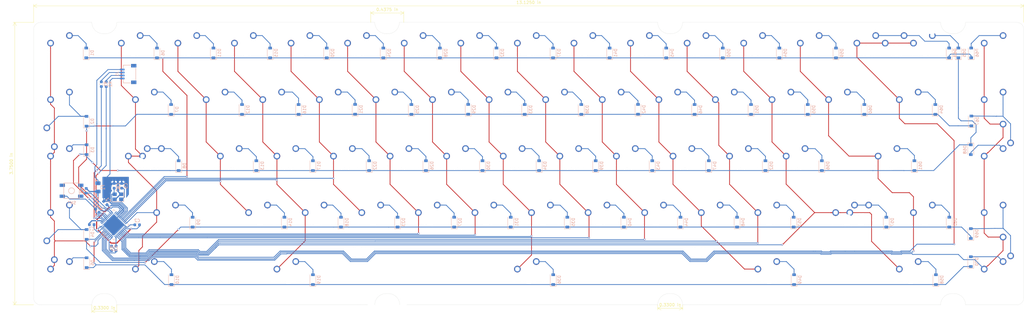
<source format=kicad_pcb>
(kicad_pcb (version 20171130) (host pcbnew "(5.1.5)-3")
  (layers (0 F.Cu signal) (31 B.Cu signal) (34 B.Paste user) (35 F.Paste user) (36 B.SilkS user) (37 F.SilkS user) (38 B.Mask user) (39 F.Mask user) (44 Edge.Cuts user))
  (net 0 "")
  (net 1 GND)
  (net 2 +5V)
  (net 3 "Net-(C4-Pad1)")
  (net 4 "Net-(C5-Pad1)")
  (net 5 "Net-(C6-Pad1)")
  (net 6 "Net-(D1-Pad2)")
  (net 7 ROW0)
  (net 8 "Net-(D2-Pad2)")
  (net 9 ROW1)
  (net 10 "Net-(D3-Pad2)")
  (net 11 ROW2)
  (net 12 "Net-(D4-Pad2)")
  (net 13 ROW3)
  (net 14 "Net-(D5-Pad2)")
  (net 15 ROW4)
  (net 16 "Net-(D6-Pad2)")
  (net 17 "Net-(D7-Pad2)")
  (net 18 "Net-(D8-Pad2)")
  (net 19 "Net-(D9-Pad2)")
  (net 20 "Net-(D10-Pad2)")
  (net 21 "Net-(D11-Pad2)")
  (net 22 "Net-(D12-Pad2)")
  (net 23 "Net-(D13-Pad2)")
  (net 24 "Net-(D14-Pad2)")
  (net 25 "Net-(D15-Pad2)")
  (net 26 "Net-(D16-Pad2)")
  (net 27 "Net-(D17-Pad2)")
  (net 28 "Net-(D18-Pad2)")
  (net 29 "Net-(D19-Pad2)")
  (net 30 "Net-(D20-Pad2)")
  (net 31 "Net-(D21-Pad2)")
  (net 32 "Net-(D22-Pad2)")
  (net 33 "Net-(D23-Pad2)")
  (net 34 "Net-(D24-Pad2)")
  (net 35 "Net-(D25-Pad2)")
  (net 36 "Net-(D26-Pad2)")
  (net 37 "Net-(D27-Pad2)")
  (net 38 "Net-(D28-Pad2)")
  (net 39 "Net-(D29-Pad2)")
  (net 40 "Net-(D30-Pad2)")
  (net 41 "Net-(D31-Pad2)")
  (net 42 "Net-(D32-Pad2)")
  (net 43 "Net-(D33-Pad2)")
  (net 44 "Net-(D34-Pad2)")
  (net 45 "Net-(D35-Pad2)")
  (net 46 "Net-(D36-Pad2)")
  (net 47 "Net-(D37-Pad2)")
  (net 48 "Net-(D38-Pad2)")
  (net 49 "Net-(D39-Pad2)")
  (net 50 "Net-(D40-Pad2)")
  (net 51 "Net-(D41-Pad2)")
  (net 52 "Net-(D42-Pad2)")
  (net 53 "Net-(D43-Pad2)")
  (net 54 "Net-(D44-Pad2)")
  (net 55 "Net-(D45-Pad2)")
  (net 56 "Net-(D46-Pad2)")
  (net 57 "Net-(D47-Pad2)")
  (net 58 "Net-(D48-Pad2)")
  (net 59 "Net-(D49-Pad2)")
  (net 60 "Net-(D50-Pad2)")
  (net 61 "Net-(D51-Pad2)")
  (net 62 "Net-(D52-Pad2)")
  (net 63 "Net-(D53-Pad2)")
  (net 64 "Net-(D54-Pad2)")
  (net 65 "Net-(D55-Pad2)")
  (net 66 "Net-(D56-Pad2)")
  (net 67 "Net-(D57-Pad2)")
  (net 68 "Net-(D58-Pad2)")
  (net 69 "Net-(D59-Pad2)")
  (net 70 "Net-(D60-Pad2)")
  (net 71 "Net-(D61-Pad2)")
  (net 72 "Net-(D62-Pad2)")
  (net 73 "Net-(D63-Pad2)")
  (net 74 "Net-(D64-Pad2)")
  (net 75 "Net-(D65-Pad2)")
  (net 76 "Net-(D66-Pad2)")
  (net 77 "Net-(D67-Pad2)")
  (net 78 "Net-(D69-Pad2)")
  (net 79 "Net-(D70-Pad2)")
  (net 80 VCC)
  (net 81 COL0)
  (net 82 COL1)
  (net 83 COL2)
  (net 84 COL3)
  (net 85 COL4)
  (net 86 COL5)
  (net 87 COL6)
  (net 88 COL7)
  (net 89 COL8)
  (net 90 COL9)
  (net 91 COL10)
  (net 92 COL11)
  (net 93 COL12)
  (net 94 COL13)
  (net 95 COL14)
  (net 96 COL15)
  (net 97 D-)
  (net 98 "Net-(R1-Pad1)")
  (net 99 D+)
  (net 100 "Net-(R2-Pad1)")
  (net 101 "Net-(R3-Pad2)")
  (net 102 "Net-(R4-Pad1)")
  (net 103 "Net-(D68-Pad2)")
  (net 104 "Net-(U2-Pad42)")
  (net 105 "Net-(U2-Pad12)")
  (net 106 "Net-(U2-Pad11)")
  (net 107 "Net-(U2-Pad9)")
  (net 108 "Net-(U2-Pad8)")
  (net 109 "Net-(U2-Pad1)")
  (module MX_Only:MXOnly-1U-NoLED (layer F.Cu) (at 33.3375 41.275)
    (fp_text reference MX1)
    (fp_text value MX-NoLED)
    (pad 2 thru_hole circle (at 2.54 -5.08) (size 2.25 2.25) (drill 1.47) (layers *.Cu B.Mask) (net 6 "Net-(D1-Pad2)"))
    (pad "" np_thru_hole circle (at 0 0) (size 3.9878 3.9878) (drill 3.9878) (layers *.Cu *.Mask))
    (pad 1 thru_hole circle (at -3.81 -2.54) (size 2.25 2.25) (drill 1.47) (layers *.Cu B.Mask) (net 81 COL0))
    (pad "" np_thru_hole circle (at -5.08 0 48.0996) (size 1.75 1.75) (drill 1.75) (layers *.Cu *.Mask))
    (pad "" np_thru_hole circle (at 5.08 0 48.0996) (size 1.75 1.75) (drill 1.75) (layers *.Cu *.Mask))
  )
  (module MX_Only:MXOnly-2.25U-ReversedStabilizers-NoLED (layer F.Cu) (at 311.94375 79.375)
    (fp_text reference MX65)
    (fp_text value MX-NoLED)
    (pad 2 thru_hole circle (at 2.54 -5.08) (size 2.25 2.25) (drill 1.47) (layers *.Cu B.Mask) (net 71 "Net-(D61-Pad2)"))
    (pad "" np_thru_hole circle (at 0 0) (size 3.9878 3.9878) (drill 3.9878) (layers *.Cu *.Mask))
    (pad 1 thru_hole circle (at -3.81 -2.54) (size 2.25 2.25) (drill 1.47) (layers *.Cu B.Mask) (net 94 COL13))
    (pad "" np_thru_hole circle (at -5.08 0 48.0996) (size 1.75 1.75) (drill 1.75) (layers *.Cu *.Mask))
    (pad "" np_thru_hole circle (at 5.08 0 48.0996) (size 1.75 1.75) (drill 1.75) (layers *.Cu *.Mask))
    (pad "" np_thru_hole circle (at -11.90625 6.985) (size 3.048 3.048) (drill 3.048) (layers *.Cu *.Mask))
    (pad "" np_thru_hole circle (at 11.90625 6.985) (size 3.048 3.048) (drill 3.048) (layers *.Cu *.Mask))
    (pad "" np_thru_hole circle (at -11.90625 -8.255) (size 3.9878 3.9878) (drill 3.9878) (layers *.Cu *.Mask))
    (pad "" np_thru_hole circle (at 11.90625 -8.255) (size 3.9878 3.9878) (drill 3.9878) (layers *.Cu *.Mask))
  )
  (module MX_Only:MXOnly-2U-NoLED (layer F.Cu) (at 347.6625 107.95 270)
    (fp_text reference MX76)
    (fp_text value MX-NoLED)
    (pad 2 thru_hole circle (at 2.54 -5.08 270) (size 2.25 2.25) (drill 1.47) (layers *.Cu B.Mask) (net 78 "Net-(D69-Pad2)"))
    (pad "" np_thru_hole circle (at 0 0 270) (size 3.9878 3.9878) (drill 3.9878) (layers *.Cu *.Mask))
    (pad 1 thru_hole circle (at -3.81 -2.54 270) (size 2.25 2.25) (drill 1.47) (layers *.Cu B.Mask) (net 96 COL15))
    (pad "" np_thru_hole circle (at -5.08 0 318.0996) (size 1.75 1.75) (drill 1.75) (layers *.Cu *.Mask))
    (pad "" np_thru_hole circle (at 5.08 0 318.0996) (size 1.75 1.75) (drill 1.75) (layers *.Cu *.Mask))
    (pad "" np_thru_hole circle (at -11.90625 -6.985 270) (size 3.048 3.048) (drill 3.048) (layers *.Cu *.Mask))
    (pad "" np_thru_hole circle (at 11.90625 -6.985 270) (size 3.048 3.048) (drill 3.048) (layers *.Cu *.Mask))
    (pad "" np_thru_hole circle (at -11.90625 8.255 270) (size 3.9878 3.9878) (drill 3.9878) (layers *.Cu *.Mask))
    (pad "" np_thru_hole circle (at 11.90625 8.255 270) (size 3.9878 3.9878) (drill 3.9878) (layers *.Cu *.Mask))
  )
  (module MX_Only:MXOnly-2U-NoLED (layer F.Cu) (at 347.6625 69.85 270)
    (fp_text reference MX73)
    (fp_text value MX-NoLED)
    (pad 2 thru_hole circle (at 2.54 -5.08 270) (size 2.25 2.25) (drill 1.47) (layers *.Cu B.Mask) (net 77 "Net-(D67-Pad2)"))
    (pad "" np_thru_hole circle (at 0 0 270) (size 3.9878 3.9878) (drill 3.9878) (layers *.Cu *.Mask))
    (pad 1 thru_hole circle (at -3.81 -2.54 270) (size 2.25 2.25) (drill 1.47) (layers *.Cu B.Mask) (net 96 COL15))
    (pad "" np_thru_hole circle (at -5.08 0 318.0996) (size 1.75 1.75) (drill 1.75) (layers *.Cu *.Mask))
    (pad "" np_thru_hole circle (at 5.08 0 318.0996) (size 1.75 1.75) (drill 1.75) (layers *.Cu *.Mask))
    (pad "" np_thru_hole circle (at -11.90625 -6.985 270) (size 3.048 3.048) (drill 3.048) (layers *.Cu *.Mask))
    (pad "" np_thru_hole circle (at 11.90625 -6.985 270) (size 3.048 3.048) (drill 3.048) (layers *.Cu *.Mask))
    (pad "" np_thru_hole circle (at -11.90625 8.255 270) (size 3.9878 3.9878) (drill 3.9878) (layers *.Cu *.Mask))
    (pad "" np_thru_hole circle (at 11.90625 8.255 270) (size 3.9878 3.9878) (drill 3.9878) (layers *.Cu *.Mask))
  )
  (module MX_Only:MXOnly-2U-NoLED (layer F.Cu) (at 33.3375 107.95 90)
    (fp_text reference MX6)
    (fp_text value MX-NoLED)
    (pad 2 thru_hole circle (at 2.54 -5.08 90) (size 2.25 2.25) (drill 1.47) (layers *.Cu B.Mask) (net 12 "Net-(D4-Pad2)"))
    (pad "" np_thru_hole circle (at 0 0 90) (size 3.9878 3.9878) (drill 3.9878) (layers *.Cu *.Mask))
    (pad 1 thru_hole circle (at -3.81 -2.54 90) (size 2.25 2.25) (drill 1.47) (layers *.Cu B.Mask) (net 81 COL0))
    (pad "" np_thru_hole circle (at -5.08 0 138.0996) (size 1.75 1.75) (drill 1.75) (layers *.Cu *.Mask))
    (pad "" np_thru_hole circle (at 5.08 0 138.0996) (size 1.75 1.75) (drill 1.75) (layers *.Cu *.Mask))
    (pad "" np_thru_hole circle (at -11.90625 -6.985 90) (size 3.048 3.048) (drill 3.048) (layers *.Cu *.Mask))
    (pad "" np_thru_hole circle (at 11.90625 -6.985 90) (size 3.048 3.048) (drill 3.048) (layers *.Cu *.Mask))
    (pad "" np_thru_hole circle (at -11.90625 8.255 90) (size 3.9878 3.9878) (drill 3.9878) (layers *.Cu *.Mask))
    (pad "" np_thru_hole circle (at 11.90625 8.255 90) (size 3.9878 3.9878) (drill 3.9878) (layers *.Cu *.Mask))
  )
  (module MX_Only:MXOnly-2U-NoLED (layer F.Cu) (at 33.3375 69.85 90)
    (fp_text reference MX3)
    (fp_text value MX-NoLED)
    (pad 2 thru_hole circle (at 2.54 -5.08 90) (size 2.25 2.25) (drill 1.47) (layers *.Cu B.Mask) (net 8 "Net-(D2-Pad2)"))
    (pad "" np_thru_hole circle (at 0 0 90) (size 3.9878 3.9878) (drill 3.9878) (layers *.Cu *.Mask))
    (pad 1 thru_hole circle (at -3.81 -2.54 90) (size 2.25 2.25) (drill 1.47) (layers *.Cu B.Mask) (net 81 COL0))
    (pad "" np_thru_hole circle (at -5.08 0 138.0996) (size 1.75 1.75) (drill 1.75) (layers *.Cu *.Mask))
    (pad "" np_thru_hole circle (at 5.08 0 138.0996) (size 1.75 1.75) (drill 1.75) (layers *.Cu *.Mask))
    (pad "" np_thru_hole circle (at -11.90625 -6.985 90) (size 3.048 3.048) (drill 3.048) (layers *.Cu *.Mask))
    (pad "" np_thru_hole circle (at 11.90625 -6.985 90) (size 3.048 3.048) (drill 3.048) (layers *.Cu *.Mask))
    (pad "" np_thru_hole circle (at -11.90625 8.255 90) (size 3.9878 3.9878) (drill 3.9878) (layers *.Cu *.Mask))
    (pad "" np_thru_hole circle (at 11.90625 8.255 90) (size 3.9878 3.9878) (drill 3.9878) (layers *.Cu *.Mask))
  )
  (module MX_Only:MXOnly-1.25U-NoLED (layer F.Cu) (at 59.53125 79.375)
    (fp_text reference MX11)
    (fp_text value MX-NoLED)
    (pad 2 thru_hole circle (at 2.54 -5.08) (size 2.25 2.25) (drill 1.47) (layers *.Cu B.Mask) (net 18 "Net-(D8-Pad2)"))
    (pad "" np_thru_hole circle (at 0 0) (size 3.9878 3.9878) (drill 3.9878) (layers *.Cu *.Mask))
    (pad 1 thru_hole circle (at -3.81 -2.54) (size 2.25 2.25) (drill 1.47) (layers *.Cu B.Mask) (net 82 COL1))
    (pad "" np_thru_hole circle (at -5.08 0 48.0996) (size 1.75 1.75) (drill 1.75) (layers *.Cu *.Mask))
    (pad "" np_thru_hole circle (at 5.08 0 48.0996) (size 1.75 1.75) (drill 1.75) (layers *.Cu *.Mask))
  )
  (module MX_Only:MXOnly-2.25U-NoLED (layer F.Cu) (at 69.05625 98.425)
    (fp_text reference MX12)
    (fp_text value MX-NoLED)
    (pad 2 thru_hole circle (at 2.54 -5.08) (size 2.25 2.25) (drill 1.47) (layers *.Cu B.Mask) (net 19 "Net-(D9-Pad2)"))
    (pad "" np_thru_hole circle (at 0 0) (size 3.9878 3.9878) (drill 3.9878) (layers *.Cu *.Mask))
    (pad 1 thru_hole circle (at -3.81 -2.54) (size 2.25 2.25) (drill 1.47) (layers *.Cu B.Mask) (net 82 COL1))
    (pad "" np_thru_hole circle (at -5.08 0 48.0996) (size 1.75 1.75) (drill 1.75) (layers *.Cu *.Mask))
    (pad "" np_thru_hole circle (at 5.08 0 48.0996) (size 1.75 1.75) (drill 1.75) (layers *.Cu *.Mask))
    (pad "" np_thru_hole circle (at -11.90625 -6.985) (size 3.048 3.048) (drill 3.048) (layers *.Cu *.Mask))
    (pad "" np_thru_hole circle (at 11.90625 -6.985) (size 3.048 3.048) (drill 3.048) (layers *.Cu *.Mask))
    (pad "" np_thru_hole circle (at -11.90625 8.255) (size 3.9878 3.9878) (drill 3.9878) (layers *.Cu *.Mask))
    (pad "" np_thru_hole circle (at 11.90625 8.255) (size 3.9878 3.9878) (drill 3.9878) (layers *.Cu *.Mask))
  )
  (module MX_Only:MXOnly-1.75U-NoLED (layer F.Cu) (at 64.29375 79.375)
    (fp_text reference MX10)
    (fp_text value MX-NoLED)
    (pad 2 thru_hole circle (at 2.54 -5.08) (size 2.25 2.25) (drill 1.47) (layers *.Cu B.Mask) (net 18 "Net-(D8-Pad2)"))
    (pad "" np_thru_hole circle (at 0 0) (size 3.9878 3.9878) (drill 3.9878) (layers *.Cu *.Mask))
    (pad 1 thru_hole circle (at -3.81 -2.54) (size 2.25 2.25) (drill 1.47) (layers *.Cu B.Mask) (net 82 COL1))
    (pad "" np_thru_hole circle (at -5.08 0 48.0996) (size 1.75 1.75) (drill 1.75) (layers *.Cu *.Mask))
    (pad "" np_thru_hole circle (at 5.08 0 48.0996) (size 1.75 1.75) (drill 1.75) (layers *.Cu *.Mask))
  )
  (module Resistor_SMD:R_0603_1608Metric (layer B.Cu) (at 51.562 107.95 270)
    (fp_text reference R4 (at 0 1.43 90) (layer B.SilkS) (effects (justify mirror)))
    (fp_text value 10k)
    (pad 2 smd roundrect (at 0.7875 0 270) (size 0.875 0.95) (layers B.Cu B.Paste B.Mask) (net 1 GND))
    (pad 1 smd roundrect (at -0.7875 0 270) (size 0.875 0.95) (layers B.Cu B.Paste B.Mask) (net 102 "Net-(R4-Pad1)"))
  )
  (module Resistor_SMD:R_0603_1608Metric (layer B.Cu) (at 41.529 88.519 270)
    (fp_text reference R3 (at 0 1.43 90) (layer B.SilkS) (effects (justify mirror)))
    (fp_text value 10k)
    (pad 1 smd roundrect (at -0.7875 0 270) (size 0.875 0.95) (layers B.Cu B.Paste B.Mask) (net 2 +5V))
    (pad 2 smd roundrect (at 0.7875 0 270) (size 0.875 0.95) (layers B.Cu B.Paste B.Mask) (net 101 "Net-(R3-Pad2)"))
  )
  (module Resistor_SMD:R_0603_1608Metric (layer B.Cu) (at 48.26 52.578 90)
    (fp_text reference R2 (at 0 1.43 90) (layer B.SilkS) (effects (justify mirror)))
    (fp_text value 22)
    (pad 2 smd roundrect (at 0.7875 0 90) (size 0.875 0.95) (layers B.Cu B.Paste B.Mask) (net 99 D+))
    (pad 1 smd roundrect (at -0.7875 0 90) (size 0.875 0.95) (layers B.Cu B.Paste B.Mask) (net 100 "Net-(R2-Pad1)"))
  )
  (module Resistor_SMD:R_0603_1608Metric (layer B.Cu) (at 46.609 52.578 90)
    (fp_text reference R1 (at 0 1.43 90) (layer B.SilkS) (effects (justify mirror)))
    (fp_text value 22)
    (pad 2 smd roundrect (at 0.7875 0 90) (size 0.875 0.95) (layers B.Cu B.Paste B.Mask) (net 97 D-))
    (pad 1 smd roundrect (at -0.7875 0 90) (size 0.875 0.95) (layers B.Cu B.Paste B.Mask) (net 98 "Net-(R1-Pad1)"))
  )
  (module Capacitor_SMD:C_0603_1608Metric (layer B.Cu) (at 43.3705 99.949)
    (fp_text reference C7 (at 0 1.43) (layer B.SilkS) (effects (justify mirror)))
    (fp_text value 10uF)
    (pad 2 smd roundrect (at 0.7875 0) (size 0.875 0.95) (layers B.Cu B.Paste B.Mask) (net 1 GND))
    (pad 1 smd roundrect (at -0.7875 0) (size 0.875 0.95) (layers B.Cu B.Paste B.Mask) (net 2 +5V))
  )
  (module Capacitor_SMD:C_0603_1608Metric (layer B.Cu) (at 50.927 86.868 90)
    (fp_text reference C6 (at 0 1.43 90) (layer B.SilkS) (effects (justify mirror)))
    (fp_text value 22pF)
    (pad 1 smd roundrect (at -0.7875 0 90) (size 0.875 0.95) (layers B.Cu B.Paste B.Mask) (net 5 "Net-(C6-Pad1)"))
    (pad 2 smd roundrect (at 0.7875 0 90) (size 0.875 0.95) (layers B.Cu B.Paste B.Mask) (net 1 GND))
  )
  (module Capacitor_SMD:C_0603_1608Metric (layer B.Cu) (at 53.467 86.868 90)
    (fp_text reference C5 (at 0 1.43 90) (layer B.SilkS) (effects (justify mirror)))
    (fp_text value 22pF)
    (pad 1 smd roundrect (at -0.7875 0 90) (size 0.875 0.95) (layers B.Cu B.Paste B.Mask) (net 4 "Net-(C5-Pad1)"))
    (pad 2 smd roundrect (at 0.7875 0 90) (size 0.875 0.95) (layers B.Cu B.Paste B.Mask) (net 1 GND))
  )
  (module Capacitor_SMD:C_0603_1608Metric (layer B.Cu) (at 45.24375 95.25 135)
    (fp_text reference C4 (at 0 1.43 135) (layer B.SilkS) (effects (justify mirror)))
    (fp_text value 1uF)
    (pad 1 smd roundrect (at -0.7875 0 135) (size 0.875 0.95) (layers B.Cu B.Paste B.Mask) (net 3 "Net-(C4-Pad1)"))
    (pad 2 smd roundrect (at 0.7875 0 135) (size 0.875 0.95) (layers B.Cu B.Paste B.Mask) (net 1 GND))
  )
  (module Capacitor_SMD:C_0603_1608Metric (layer B.Cu) (at 50.038 107.95 90)
    (fp_text reference C3 (at 0 1.43 90) (layer B.SilkS) (effects (justify mirror)))
    (fp_text value 0.1uF)
    (pad 2 smd roundrect (at 0.7875 0 90) (size 0.875 0.95) (layers B.Cu B.Paste B.Mask) (net 1 GND))
    (pad 1 smd roundrect (at -0.7875 0 90) (size 0.875 0.95) (layers B.Cu B.Paste B.Mask) (net 2 +5V))
  )
  (module Capacitor_SMD:C_0603_1608Metric (layer B.Cu) (at 58.674 100.0125 180)
    (fp_text reference C2 (at 0 1.43) (layer B.SilkS) (effects (justify mirror)))
    (fp_text value 0.1uF)
    (pad 2 smd roundrect (at 0.7875 0 180) (size 0.875 0.95) (layers B.Cu B.Paste B.Mask) (net 1 GND))
    (pad 1 smd roundrect (at -0.7875 0 180) (size 0.875 0.95) (layers B.Cu B.Paste B.Mask) (net 2 +5V))
  )
  (module Capacitor_SMD:C_0603_1608Metric (layer B.Cu) (at 47.957153 92.661153 135)
    (fp_text reference C1 (at 0 1.43 135) (layer B.SilkS) (effects (justify mirror)))
    (fp_text value 0.1uF)
    (pad 2 smd roundrect (at 0.7875 0 135) (size 0.875 0.95) (layers B.Cu B.Paste B.Mask) (net 1 GND))
    (pad 1 smd roundrect (at -0.7875 0 135) (size 0.875 0.95) (layers B.Cu B.Paste B.Mask) (net 2 +5V))
  )
  (module MX_Only:MXOnly-1.5U-NoLED (layer F.Cu) (at 109.5375 117.475)
    (fp_text reference MX22)
    (fp_text value MX-NoLED)
    (pad 2 thru_hole circle (at 2.54 -5.08) (size 2.25 2.25) (drill 1.47) (layers *.Cu B.Mask) (net 29 "Net-(D19-Pad2)"))
    (pad "" np_thru_hole circle (at 0 0) (size 3.9878 3.9878) (drill 3.9878) (layers *.Cu *.Mask))
    (pad 1 thru_hole circle (at -3.81 -2.54) (size 2.25 2.25) (drill 1.47) (layers *.Cu B.Mask) (net 84 COL3))
    (pad "" np_thru_hole circle (at -5.08 0 48.0996) (size 1.75 1.75) (drill 1.75) (layers *.Cu *.Mask))
    (pad "" np_thru_hole circle (at 5.08 0 48.0996) (size 1.75 1.75) (drill 1.75) (layers *.Cu *.Mask))
  )
  (module Package_DFN_QFN:QFN-44-1EP_7x7mm_P0.5mm_EP5.2x5.2mm (layer B.Cu) (at 50.8 100.0125 315)
    (fp_text reference U2 (at 0 4.82 315) (layer B.SilkS) (effects (justify mirror)))
    (fp_text value ATmega32U4RC-MU)
    (pad 44 smd roundrect (at -2.5 3.3375 315) (size 0.25 1.075) (layers B.Cu B.Paste B.Mask) (net 2 +5V))
    (pad 43 smd roundrect (at -2 3.3375 315) (size 0.25 1.075) (layers B.Cu B.Paste B.Mask) (net 1 GND))
    (pad 42 smd roundrect (at -1.5 3.3375 315) (size 0.25 1.075) (layers B.Cu B.Paste B.Mask) (net 104 "Net-(U2-Pad42)"))
    (pad 41 smd roundrect (at -1 3.3375 315) (size 0.25 1.075) (layers B.Cu B.Paste B.Mask) (net 13 ROW3))
    (pad 40 smd roundrect (at -0.5 3.3375 315) (size 0.25 1.075) (layers B.Cu B.Paste B.Mask) (net 15 ROW4))
    (pad 39 smd roundrect (at 0 3.3375 315) (size 0.25 1.075) (layers B.Cu B.Paste B.Mask) (net 81 COL0))
    (pad 38 smd roundrect (at 0.5 3.3375 315) (size 0.25 1.075) (layers B.Cu B.Paste B.Mask) (net 96 COL15))
    (pad 37 smd roundrect (at 1 3.3375 315) (size 0.25 1.075) (layers B.Cu B.Paste B.Mask) (net 94 COL13))
    (pad 36 smd roundrect (at 1.5 3.3375 315) (size 0.25 1.075) (layers B.Cu B.Paste B.Mask) (net 95 COL14))
    (pad 35 smd roundrect (at 2 3.3375 315) (size 0.25 1.075) (layers B.Cu B.Paste B.Mask) (net 1 GND))
    (pad 34 smd roundrect (at 2.5 3.3375 315) (size 0.25 1.075) (layers B.Cu B.Paste B.Mask) (net 2 +5V))
    (pad 33 smd roundrect (at 3.3375 2.5 315) (size 1.075 0.25) (layers B.Cu B.Paste B.Mask) (net 102 "Net-(R4-Pad1)"))
    (pad 32 smd roundrect (at 3.3375 2 315) (size 1.075 0.25) (layers B.Cu B.Paste B.Mask) (net 93 COL12))
    (pad 31 smd roundrect (at 3.3375 1.5 315) (size 1.075 0.25) (layers B.Cu B.Paste B.Mask) (net 92 COL11))
    (pad 30 smd roundrect (at 3.3375 1 315) (size 1.075 0.25) (layers B.Cu B.Paste B.Mask) (net 91 COL10))
    (pad 29 smd roundrect (at 3.3375 0.5 315) (size 1.075 0.25) (layers B.Cu B.Paste B.Mask) (net 90 COL9))
    (pad 28 smd roundrect (at 3.3375 0 315) (size 1.075 0.25) (layers B.Cu B.Paste B.Mask) (net 89 COL8))
    (pad 27 smd roundrect (at 3.3375 -0.5 315) (size 1.075 0.25) (layers B.Cu B.Paste B.Mask) (net 88 COL7))
    (pad 26 smd roundrect (at 3.3375 -1 315) (size 1.075 0.25) (layers B.Cu B.Paste B.Mask) (net 87 COL6))
    (pad 25 smd roundrect (at 3.3375 -1.5 315) (size 1.075 0.25) (layers B.Cu B.Paste B.Mask) (net 86 COL5))
    (pad 24 smd roundrect (at 3.3375 -2 315) (size 1.075 0.25) (layers B.Cu B.Paste B.Mask) (net 2 +5V))
    (pad 23 smd roundrect (at 3.3375 -2.5 315) (size 1.075 0.25) (layers B.Cu B.Paste B.Mask) (net 1 GND))
    (pad 22 smd roundrect (at 2.5 -3.3375 315) (size 0.25 1.075) (layers B.Cu B.Paste B.Mask) (net 82 COL1))
    (pad 21 smd roundrect (at 2 -3.3375 315) (size 0.25 1.075) (layers B.Cu B.Paste B.Mask) (net 83 COL2))
    (pad 20 smd roundrect (at 1.5 -3.3375 315) (size 0.25 1.075) (layers B.Cu B.Paste B.Mask) (net 84 COL3))
    (pad 19 smd roundrect (at 1 -3.3375 315) (size 0.25 1.075) (layers B.Cu B.Paste B.Mask) (net 85 COL4))
    (pad 18 smd roundrect (at 0.5 -3.3375 315) (size 0.25 1.075) (layers B.Cu B.Paste B.Mask) (net 7 ROW0))
    (pad 17 smd roundrect (at 0 -3.3375 315) (size 0.25 1.075) (layers B.Cu B.Paste B.Mask) (net 4 "Net-(C5-Pad1)"))
    (pad 16 smd roundrect (at -0.5 -3.3375 315) (size 0.25 1.075) (layers B.Cu B.Paste B.Mask) (net 5 "Net-(C6-Pad1)"))
    (pad 15 smd roundrect (at -1 -3.3375 315) (size 0.25 1.075) (layers B.Cu B.Paste B.Mask) (net 1 GND))
    (pad 14 smd roundrect (at -1.5 -3.3375 315) (size 0.25 1.075) (layers B.Cu B.Paste B.Mask) (net 2 +5V))
    (pad 13 smd roundrect (at -2 -3.3375 315) (size 0.25 1.075) (layers B.Cu B.Paste B.Mask) (net 101 "Net-(R3-Pad2)"))
    (pad 12 smd roundrect (at -2.5 -3.3375 315) (size 0.25 1.075) (layers B.Cu B.Paste B.Mask) (net 105 "Net-(U2-Pad12)"))
    (pad 11 smd roundrect (at -3.3375 -2.5 315) (size 1.075 0.25) (layers B.Cu B.Paste B.Mask) (net 9 ROW1))
    (pad 10 smd roundrect (at -3.3375 -2 315) (size 1.075 0.25) (layers B.Cu B.Paste B.Mask) (net 11 ROW2))
    (pad 9 smd roundrect (at -3.3375 -1.5 315) (size 1.075 0.25) (layers B.Cu B.Paste B.Mask) (net 107 "Net-(U2-Pad9)"))
    (pad 8 smd roundrect (at -3.3375 -1 315) (size 1.075 0.25) (layers B.Cu B.Paste B.Mask) (net 108 "Net-(U2-Pad8)"))
    (pad 7 smd roundrect (at -3.3375 -0.5 315) (size 1.075 0.25) (layers B.Cu B.Paste B.Mask) (net 2 +5V))
    (pad 6 smd roundrect (at -3.3375 0 315) (size 1.075 0.25) (layers B.Cu B.Paste B.Mask) (net 3 "Net-(C4-Pad1)"))
    (pad 5 smd roundrect (at -3.3375 0.5 315) (size 1.075 0.25) (layers B.Cu B.Paste B.Mask) (net 1 GND))
    (pad 4 smd roundrect (at -3.3375 1 315) (size 1.075 0.25) (layers B.Cu B.Paste B.Mask) (net 100 "Net-(R2-Pad1)"))
    (pad 3 smd roundrect (at -3.3375 1.5 315) (size 1.075 0.25) (layers B.Cu B.Paste B.Mask) (net 98 "Net-(R1-Pad1)"))
    (pad 2 smd roundrect (at -3.3375 2 315) (size 1.075 0.25) (layers B.Cu B.Paste B.Mask) (net 2 +5V))
    (pad 1 smd roundrect (at -3.3375 2.5 315) (size 1.075 0.25) (layers B.Cu B.Paste B.Mask) (net 109 "Net-(U2-Pad1)"))
    (pad 45 smd roundrect (at 0 0 315) (size 5.2 5.2) (layers B.Cu B.Mask) (roundrect_rratio 0.048077) (net 1 GND))
  )
  (module MX_Only:MXOnly-1U-NoLED (layer F.Cu) (at 100.0125 98.425)
    (fp_text reference MX17)
    (fp_text value MX-NoLED)
    (pad 2 thru_hole circle (at 2.54 -5.08) (size 2.25 2.25) (drill 1.47) (layers *.Cu B.Mask) (net 24 "Net-(D14-Pad2)"))
    (pad "" np_thru_hole circle (at 0 0) (size 3.9878 3.9878) (drill 3.9878) (layers *.Cu *.Mask))
    (pad 1 thru_hole circle (at -3.81 -2.54) (size 2.25 2.25) (drill 1.47) (layers *.Cu B.Mask) (net 83 COL2))
    (pad "" np_thru_hole circle (at -5.08 0 48.0996) (size 1.75 1.75) (drill 1.75) (layers *.Cu *.Mask))
    (pad "" np_thru_hole circle (at 5.08 0 48.0996) (size 1.75 1.75) (drill 1.75) (layers *.Cu *.Mask))
  )
  (module random-keyboard-parts:JST-SR-4 (layer B.Cu) (at 58.42 49.149 270)
    (fp_text reference J1 (at 0 6.5 90) (layer B.SilkS) (effects (justify mirror)))
    (fp_text value "SM04B-SRSS-TB(LF)(SN)")
    (pad "" smd rect (at 2.8 0.9 270) (size 1.2 1.8) (layers B.Cu B.Paste B.Mask))
    (pad "" smd rect (at -2.8 0.9 270) (size 1.2 1.8) (layers B.Cu B.Paste B.Mask))
    (pad 1 smd rect (at -1.5 4.775 270) (size 0.6 1.55) (layers B.Cu B.Paste B.Mask) (net 80 VCC))
    (pad 2 smd rect (at -0.5 4.775 270) (size 0.6 1.55) (layers B.Cu B.Paste B.Mask) (net 97 D-))
    (pad 4 smd rect (at 1.5 4.775 270) (size 0.6 1.55) (layers B.Cu B.Paste B.Mask) (net 1 GND))
    (pad 3 smd rect (at 0.5 4.775 270) (size 0.6 1.55) (layers B.Cu B.Paste B.Mask) (net 99 D+))
  )
  (module MX_Only:MXOnly-1U-NoLED (layer F.Cu) (at 347.6625 117.475)
    (fp_text reference MX77)
    (fp_text value MX-NoLED)
    (pad 2 thru_hole circle (at 2.54 -5.08) (size 2.25 2.25) (drill 1.47) (layers *.Cu B.Mask) (net 79 "Net-(D70-Pad2)"))
    (pad "" np_thru_hole circle (at 0 0) (size 3.9878 3.9878) (drill 3.9878) (layers *.Cu *.Mask))
    (pad 1 thru_hole circle (at -3.81 -2.54) (size 2.25 2.25) (drill 1.47) (layers *.Cu B.Mask) (net 96 COL15))
    (pad "" np_thru_hole circle (at -5.08 0 48.0996) (size 1.75 1.75) (drill 1.75) (layers *.Cu *.Mask))
    (pad "" np_thru_hole circle (at 5.08 0 48.0996) (size 1.75 1.75) (drill 1.75) (layers *.Cu *.Mask))
  )
  (module MX_Only:MXOnly-1.5U-NoLED (layer F.Cu) (at 319.0875 60.325)
    (fp_text reference MX69)
    (fp_text value MX-NoLED)
    (pad 2 thru_hole circle (at 2.54 -5.08) (size 2.25 2.25) (drill 1.47) (layers *.Cu B.Mask) (net 74 "Net-(D64-Pad2)"))
    (pad "" np_thru_hole circle (at 0 0) (size 3.9878 3.9878) (drill 3.9878) (layers *.Cu *.Mask))
    (pad 1 thru_hole circle (at -3.81 -2.54) (size 2.25 2.25) (drill 1.47) (layers *.Cu B.Mask) (net 95 COL14))
    (pad "" np_thru_hole circle (at -5.08 0 48.0996) (size 1.75 1.75) (drill 1.75) (layers *.Cu *.Mask))
    (pad "" np_thru_hole circle (at 5.08 0 48.0996) (size 1.75 1.75) (drill 1.75) (layers *.Cu *.Mask))
  )
  (module MX_Only:MXOnly-1.5U-NoLED (layer F.Cu) (at 61.9125 60.325)
    (fp_text reference MX9)
    (fp_text value MX-NoLED)
    (pad 2 thru_hole circle (at 2.54 -5.08) (size 2.25 2.25) (drill 1.47) (layers *.Cu B.Mask) (net 17 "Net-(D7-Pad2)"))
    (pad "" np_thru_hole circle (at 0 0) (size 3.9878 3.9878) (drill 3.9878) (layers *.Cu *.Mask))
    (pad 1 thru_hole circle (at -3.81 -2.54) (size 2.25 2.25) (drill 1.47) (layers *.Cu B.Mask) (net 82 COL1))
    (pad "" np_thru_hole circle (at -5.08 0 48.0996) (size 1.75 1.75) (drill 1.75) (layers *.Cu *.Mask))
    (pad "" np_thru_hole circle (at 5.08 0 48.0996) (size 1.75 1.75) (drill 1.75) (layers *.Cu *.Mask))
  )
  (module Crystal:Crystal_SMD_3225-4Pin_3.2x2.5mm (layer B.Cu) (at 52.197 90.551 180)
    (fp_text reference Y1 (at 0 2.45) (layer B.SilkS) (effects (justify mirror)))
    (fp_text value 16MHz)
    (pad 1 smd rect (at -1.1 -0.85 180) (size 1.4 1.2) (layers B.Cu B.Paste B.Mask) (net 4 "Net-(C5-Pad1)"))
    (pad 2 smd rect (at 1.1 -0.85 180) (size 1.4 1.2) (layers B.Cu B.Paste B.Mask) (net 1 GND))
    (pad 3 smd rect (at 1.1 0.85 180) (size 1.4 1.2) (layers B.Cu B.Paste B.Mask) (net 5 "Net-(C6-Pad1)"))
    (pad 4 smd rect (at -1.1 0.85 180) (size 1.4 1.2) (layers B.Cu B.Paste B.Mask) (net 1 GND))
  )
  (module random-keyboard-parts:SKQG-1155865 (layer B.Cu) (at 36.576 88.519 180)
    (fp_text reference SW1 (at 0 -4.064) (layer B.SilkS) (effects (justify mirror)))
    (fp_text value SW_Push)
    (pad 4 smd rect (at -3.1 -1.85 180) (size 1.8 1.1) (layers B.Cu B.Paste B.Mask))
    (pad 3 smd rect (at 3.1 1.85 180) (size 1.8 1.1) (layers B.Cu B.Paste B.Mask))
    (pad 2 smd rect (at -3.1 1.85 180) (size 1.8 1.1) (layers B.Cu B.Paste B.Mask) (net 101 "Net-(R3-Pad2)"))
    (pad 1 smd rect (at 3.1 -1.85 180) (size 1.8 1.1) (layers B.Cu B.Paste B.Mask) (net 1 GND))
  )
  (module MX_Only:MXOnly-1U-NoLED (layer F.Cu) (at 347.6625 98.425)
    (fp_text reference MX75)
    (fp_text value MX-NoLED)
    (pad 2 thru_hole circle (at 2.54 -5.08) (size 2.25 2.25) (drill 1.47) (layers *.Cu B.Mask) (net 78 "Net-(D69-Pad2)"))
    (pad "" np_thru_hole circle (at 0 0) (size 3.9878 3.9878) (drill 3.9878) (layers *.Cu *.Mask))
    (pad 1 thru_hole circle (at -3.81 -2.54) (size 2.25 2.25) (drill 1.47) (layers *.Cu B.Mask) (net 96 COL15))
    (pad "" np_thru_hole circle (at -5.08 0 48.0996) (size 1.75 1.75) (drill 1.75) (layers *.Cu *.Mask))
    (pad "" np_thru_hole circle (at 5.08 0 48.0996) (size 1.75 1.75) (drill 1.75) (layers *.Cu *.Mask))
  )
  (module MX_Only:MXOnly-1U-NoLED (layer F.Cu) (at 347.6625 79.375)
    (fp_text reference MX74)
    (fp_text value MX-NoLED)
    (pad 2 thru_hole circle (at 2.54 -5.08) (size 2.25 2.25) (drill 1.47) (layers *.Cu B.Mask) (net 103 "Net-(D68-Pad2)"))
    (pad "" np_thru_hole circle (at 0 0) (size 3.9878 3.9878) (drill 3.9878) (layers *.Cu *.Mask))
    (pad 1 thru_hole circle (at -3.81 -2.54) (size 2.25 2.25) (drill 1.47) (layers *.Cu B.Mask) (net 96 COL15))
    (pad "" np_thru_hole circle (at -5.08 0 48.0996) (size 1.75 1.75) (drill 1.75) (layers *.Cu *.Mask))
    (pad "" np_thru_hole circle (at 5.08 0 48.0996) (size 1.75 1.75) (drill 1.75) (layers *.Cu *.Mask))
  )
  (module MX_Only:MXOnly-1U-NoLED (layer F.Cu) (at 347.6625 60.325)
    (fp_text reference MX72)
    (fp_text value MX-NoLED)
    (pad 2 thru_hole circle (at 2.54 -5.08) (size 2.25 2.25) (drill 1.47) (layers *.Cu B.Mask) (net 77 "Net-(D67-Pad2)"))
    (pad "" np_thru_hole circle (at 0 0) (size 3.9878 3.9878) (drill 3.9878) (layers *.Cu *.Mask))
    (pad 1 thru_hole circle (at -3.81 -2.54) (size 2.25 2.25) (drill 1.47) (layers *.Cu B.Mask) (net 96 COL15))
    (pad "" np_thru_hole circle (at -5.08 0 48.0996) (size 1.75 1.75) (drill 1.75) (layers *.Cu *.Mask))
    (pad "" np_thru_hole circle (at 5.08 0 48.0996) (size 1.75 1.75) (drill 1.75) (layers *.Cu *.Mask))
  )
  (module MX_Only:MXOnly-1U-NoLED (layer F.Cu) (at 347.6625 41.275)
    (fp_text reference MX71)
    (fp_text value MX-NoLED)
    (pad 2 thru_hole circle (at 2.54 -5.08) (size 2.25 2.25) (drill 1.47) (layers *.Cu B.Mask) (net 76 "Net-(D66-Pad2)"))
    (pad "" np_thru_hole circle (at 0 0) (size 3.9878 3.9878) (drill 3.9878) (layers *.Cu *.Mask))
    (pad 1 thru_hole circle (at -3.81 -2.54) (size 2.25 2.25) (drill 1.47) (layers *.Cu B.Mask) (net 96 COL15))
    (pad "" np_thru_hole circle (at -5.08 0 48.0996) (size 1.75 1.75) (drill 1.75) (layers *.Cu *.Mask))
    (pad "" np_thru_hole circle (at 5.08 0 48.0996) (size 1.75 1.75) (drill 1.75) (layers *.Cu *.Mask))
  )
  (module MX_Only:MXOnly-1U-NoLED (layer F.Cu) (at 323.85 41.275)
    (fp_text reference MX70)
    (fp_text value MX-NoLED)
    (pad 2 thru_hole circle (at 2.54 -5.08) (size 2.25 2.25) (drill 1.47) (layers *.Cu B.Mask) (net 75 "Net-(D65-Pad2)"))
    (pad "" np_thru_hole circle (at 0 0) (size 3.9878 3.9878) (drill 3.9878) (layers *.Cu *.Mask))
    (pad 1 thru_hole circle (at -3.81 -2.54) (size 2.25 2.25) (drill 1.47) (layers *.Cu B.Mask) (net 95 COL14))
    (pad "" np_thru_hole circle (at -5.08 0 48.0996) (size 1.75 1.75) (drill 1.75) (layers *.Cu *.Mask))
    (pad "" np_thru_hole circle (at 5.08 0 48.0996) (size 1.75 1.75) (drill 1.75) (layers *.Cu *.Mask))
  )
  (module MX_Only:MXOnly-2U-NoLED (layer F.Cu) (at 314.325 41.275)
    (fp_text reference MX68)
    (fp_text value MX-NoLED)
    (pad 2 thru_hole circle (at 2.54 -5.08) (size 2.25 2.25) (drill 1.47) (layers *.Cu B.Mask) (net 73 "Net-(D63-Pad2)"))
    (pad "" np_thru_hole circle (at 0 0) (size 3.9878 3.9878) (drill 3.9878) (layers *.Cu *.Mask))
    (pad 1 thru_hole circle (at -3.81 -2.54) (size 2.25 2.25) (drill 1.47) (layers *.Cu B.Mask) (net 95 COL14))
    (pad "" np_thru_hole circle (at -5.08 0 48.0996) (size 1.75 1.75) (drill 1.75) (layers *.Cu *.Mask))
    (pad "" np_thru_hole circle (at 5.08 0 48.0996) (size 1.75 1.75) (drill 1.75) (layers *.Cu *.Mask))
    (pad "" np_thru_hole circle (at -11.90625 -6.985) (size 3.048 3.048) (drill 3.048) (layers *.Cu *.Mask))
    (pad "" np_thru_hole circle (at 11.90625 -6.985) (size 3.048 3.048) (drill 3.048) (layers *.Cu *.Mask))
    (pad "" np_thru_hole circle (at -11.90625 8.255) (size 3.9878 3.9878) (drill 3.9878) (layers *.Cu *.Mask))
    (pad "" np_thru_hole circle (at 11.90625 8.255) (size 3.9878 3.9878) (drill 3.9878) (layers *.Cu *.Mask))
  )
  (module MX_Only:MXOnly-1U-NoLED (layer F.Cu) (at 304.8 41.275)
    (fp_text reference MX67)
    (fp_text value MX-NoLED)
    (pad 2 thru_hole circle (at 2.54 -5.08) (size 2.25 2.25) (drill 1.47) (layers *.Cu B.Mask) (net 73 "Net-(D63-Pad2)"))
    (pad "" np_thru_hole circle (at 0 0) (size 3.9878 3.9878) (drill 3.9878) (layers *.Cu *.Mask))
    (pad 1 thru_hole circle (at -3.81 -2.54) (size 2.25 2.25) (drill 1.47) (layers *.Cu B.Mask) (net 95 COL14))
    (pad "" np_thru_hole circle (at -5.08 0 48.0996) (size 1.75 1.75) (drill 1.75) (layers *.Cu *.Mask))
    (pad "" np_thru_hole circle (at 5.08 0 48.0996) (size 1.75 1.75) (drill 1.75) (layers *.Cu *.Mask))
  )
  (module MX_Only:MXOnly-1U-NoLED (layer F.Cu) (at 323.85 98.425)
    (fp_text reference MX66)
    (fp_text value MX-NoLED)
    (pad 2 thru_hole circle (at 2.54 -5.08) (size 2.25 2.25) (drill 1.47) (layers *.Cu B.Mask) (net 72 "Net-(D62-Pad2)"))
    (pad "" np_thru_hole circle (at 0 0) (size 3.9878 3.9878) (drill 3.9878) (layers *.Cu *.Mask))
    (pad 1 thru_hole circle (at -3.81 -2.54) (size 2.25 2.25) (drill 1.47) (layers *.Cu B.Mask) (net 94 COL13))
    (pad "" np_thru_hole circle (at -5.08 0 48.0996) (size 1.75 1.75) (drill 1.75) (layers *.Cu *.Mask))
    (pad "" np_thru_hole circle (at 5.08 0 48.0996) (size 1.75 1.75) (drill 1.75) (layers *.Cu *.Mask))
  )
  (module MX_Only:MXOnly-1U-NoLED (layer F.Cu) (at 295.275 60.325)
    (fp_text reference MX64)
    (fp_text value MX-NoLED)
    (pad 2 thru_hole circle (at 2.54 -5.08) (size 2.25 2.25) (drill 1.47) (layers *.Cu B.Mask) (net 70 "Net-(D60-Pad2)"))
    (pad "" np_thru_hole circle (at 0 0) (size 3.9878 3.9878) (drill 3.9878) (layers *.Cu *.Mask))
    (pad 1 thru_hole circle (at -3.81 -2.54) (size 2.25 2.25) (drill 1.47) (layers *.Cu B.Mask) (net 94 COL13))
    (pad "" np_thru_hole circle (at -5.08 0 48.0996) (size 1.75 1.75) (drill 1.75) (layers *.Cu *.Mask))
    (pad "" np_thru_hole circle (at 5.08 0 48.0996) (size 1.75 1.75) (drill 1.75) (layers *.Cu *.Mask))
  )
  (module MX_Only:MXOnly-1U-NoLED (layer F.Cu) (at 285.75 41.275)
    (fp_text reference MX63)
    (fp_text value MX-NoLED)
    (pad 2 thru_hole circle (at 2.54 -5.08) (size 2.25 2.25) (drill 1.47) (layers *.Cu B.Mask) (net 69 "Net-(D59-Pad2)"))
    (pad "" np_thru_hole circle (at 0 0) (size 3.9878 3.9878) (drill 3.9878) (layers *.Cu *.Mask))
    (pad 1 thru_hole circle (at -3.81 -2.54) (size 2.25 2.25) (drill 1.47) (layers *.Cu B.Mask) (net 94 COL13))
    (pad "" np_thru_hole circle (at -5.08 0 48.0996) (size 1.75 1.75) (drill 1.75) (layers *.Cu *.Mask))
    (pad "" np_thru_hole circle (at 5.08 0 48.0996) (size 1.75 1.75) (drill 1.75) (layers *.Cu *.Mask))
  )
  (module MX_Only:MXOnly-1.5U-NoLED (layer F.Cu) (at 319.0875 117.475)
    (fp_text reference MX62)
    (fp_text value MX-NoLED)
    (pad 2 thru_hole circle (at 2.54 -5.08) (size 2.25 2.25) (drill 1.47) (layers *.Cu B.Mask) (net 68 "Net-(D58-Pad2)"))
    (pad "" np_thru_hole circle (at 0 0) (size 3.9878 3.9878) (drill 3.9878) (layers *.Cu *.Mask))
    (pad 1 thru_hole circle (at -3.81 -2.54) (size 2.25 2.25) (drill 1.47) (layers *.Cu B.Mask) (net 93 COL12))
    (pad "" np_thru_hole circle (at -5.08 0 48.0996) (size 1.75 1.75) (drill 1.75) (layers *.Cu *.Mask))
    (pad "" np_thru_hole circle (at 5.08 0 48.0996) (size 1.75 1.75) (drill 1.75) (layers *.Cu *.Mask))
  )
  (module MX_Only:MXOnly-2.25U-NoLED (layer F.Cu) (at 302.41875 98.425)
    (fp_text reference MX61)
    (fp_text value MX-NoLED)
    (pad 2 thru_hole circle (at 2.54 -5.08) (size 2.25 2.25) (drill 1.47) (layers *.Cu B.Mask) (net 67 "Net-(D57-Pad2)"))
    (pad "" np_thru_hole circle (at 0 0) (size 3.9878 3.9878) (drill 3.9878) (layers *.Cu *.Mask))
    (pad 1 thru_hole circle (at -3.81 -2.54) (size 2.25 2.25) (drill 1.47) (layers *.Cu B.Mask) (net 93 COL12))
    (pad "" np_thru_hole circle (at -5.08 0 48.0996) (size 1.75 1.75) (drill 1.75) (layers *.Cu *.Mask))
    (pad "" np_thru_hole circle (at 5.08 0 48.0996) (size 1.75 1.75) (drill 1.75) (layers *.Cu *.Mask))
    (pad "" np_thru_hole circle (at -11.90625 -6.985) (size 3.048 3.048) (drill 3.048) (layers *.Cu *.Mask))
    (pad "" np_thru_hole circle (at 11.90625 -6.985) (size 3.048 3.048) (drill 3.048) (layers *.Cu *.Mask))
    (pad "" np_thru_hole circle (at -11.90625 8.255) (size 3.9878 3.9878) (drill 3.9878) (layers *.Cu *.Mask))
    (pad "" np_thru_hole circle (at 11.90625 8.255) (size 3.9878 3.9878) (drill 3.9878) (layers *.Cu *.Mask))
  )
  (module MX_Only:MXOnly-1.75U-NoLED (layer F.Cu) (at 297.65625 98.425)
    (fp_text reference MX60)
    (fp_text value MX-NoLED)
    (pad 2 thru_hole circle (at 2.54 -5.08) (size 2.25 2.25) (drill 1.47) (layers *.Cu B.Mask) (net 67 "Net-(D57-Pad2)"))
    (pad "" np_thru_hole circle (at 0 0) (size 3.9878 3.9878) (drill 3.9878) (layers *.Cu *.Mask))
    (pad 1 thru_hole circle (at -3.81 -2.54) (size 2.25 2.25) (drill 1.47) (layers *.Cu B.Mask) (net 93 COL12))
    (pad "" np_thru_hole circle (at -5.08 0 48.0996) (size 1.75 1.75) (drill 1.75) (layers *.Cu *.Mask))
    (pad "" np_thru_hole circle (at 5.08 0 48.0996) (size 1.75 1.75) (drill 1.75) (layers *.Cu *.Mask))
  )
  (module MX_Only:MXOnly-1U-NoLED (layer F.Cu) (at 280.9875 79.375)
    (fp_text reference MX59)
    (fp_text value MX-NoLED)
    (pad 2 thru_hole circle (at 2.54 -5.08) (size 2.25 2.25) (drill 1.47) (layers *.Cu B.Mask) (net 66 "Net-(D56-Pad2)"))
    (pad "" np_thru_hole circle (at 0 0) (size 3.9878 3.9878) (drill 3.9878) (layers *.Cu *.Mask))
    (pad 1 thru_hole circle (at -3.81 -2.54) (size 2.25 2.25) (drill 1.47) (layers *.Cu B.Mask) (net 93 COL12))
    (pad "" np_thru_hole circle (at -5.08 0 48.0996) (size 1.75 1.75) (drill 1.75) (layers *.Cu *.Mask))
    (pad "" np_thru_hole circle (at 5.08 0 48.0996) (size 1.75 1.75) (drill 1.75) (layers *.Cu *.Mask))
  )
  (module MX_Only:MXOnly-1U-NoLED (layer F.Cu) (at 276.225 60.325)
    (fp_text reference MX58)
    (fp_text value MX-NoLED)
    (pad 2 thru_hole circle (at 2.54 -5.08) (size 2.25 2.25) (drill 1.47) (layers *.Cu B.Mask) (net 65 "Net-(D55-Pad2)"))
    (pad "" np_thru_hole circle (at 0 0) (size 3.9878 3.9878) (drill 3.9878) (layers *.Cu *.Mask))
    (pad 1 thru_hole circle (at -3.81 -2.54) (size 2.25 2.25) (drill 1.47) (layers *.Cu B.Mask) (net 93 COL12))
    (pad "" np_thru_hole circle (at -5.08 0 48.0996) (size 1.75 1.75) (drill 1.75) (layers *.Cu *.Mask))
    (pad "" np_thru_hole circle (at 5.08 0 48.0996) (size 1.75 1.75) (drill 1.75) (layers *.Cu *.Mask))
  )
  (module MX_Only:MXOnly-1U-NoLED (layer F.Cu) (at 266.7 41.275)
    (fp_text reference MX57)
    (fp_text value MX-NoLED)
    (pad 2 thru_hole circle (at 2.54 -5.08) (size 2.25 2.25) (drill 1.47) (layers *.Cu B.Mask) (net 64 "Net-(D54-Pad2)"))
    (pad "" np_thru_hole circle (at 0 0) (size 3.9878 3.9878) (drill 3.9878) (layers *.Cu *.Mask))
    (pad 1 thru_hole circle (at -3.81 -2.54) (size 2.25 2.25) (drill 1.47) (layers *.Cu B.Mask) (net 93 COL12))
    (pad "" np_thru_hole circle (at -5.08 0 48.0996) (size 1.75 1.75) (drill 1.75) (layers *.Cu *.Mask))
    (pad "" np_thru_hole circle (at 5.08 0 48.0996) (size 1.75 1.75) (drill 1.75) (layers *.Cu *.Mask))
  )
  (module MX_Only:MXOnly-1U-NoLED (layer F.Cu) (at 271.4625 98.425)
    (fp_text reference MX56)
    (fp_text value MX-NoLED)
    (pad 2 thru_hole circle (at 2.54 -5.08) (size 2.25 2.25) (drill 1.47) (layers *.Cu B.Mask) (net 63 "Net-(D53-Pad2)"))
    (pad "" np_thru_hole circle (at 0 0) (size 3.9878 3.9878) (drill 3.9878) (layers *.Cu *.Mask))
    (pad 1 thru_hole circle (at -3.81 -2.54) (size 2.25 2.25) (drill 1.47) (layers *.Cu B.Mask) (net 92 COL11))
    (pad "" np_thru_hole circle (at -5.08 0 48.0996) (size 1.75 1.75) (drill 1.75) (layers *.Cu *.Mask))
    (pad "" np_thru_hole circle (at 5.08 0 48.0996) (size 1.75 1.75) (drill 1.75) (layers *.Cu *.Mask))
  )
  (module MX_Only:MXOnly-1U-NoLED (layer F.Cu) (at 261.9375 79.375)
    (fp_text reference MX55)
    (fp_text value MX-NoLED)
    (pad 2 thru_hole circle (at 2.54 -5.08) (size 2.25 2.25) (drill 1.47) (layers *.Cu B.Mask) (net 62 "Net-(D52-Pad2)"))
    (pad "" np_thru_hole circle (at 0 0) (size 3.9878 3.9878) (drill 3.9878) (layers *.Cu *.Mask))
    (pad 1 thru_hole circle (at -3.81 -2.54) (size 2.25 2.25) (drill 1.47) (layers *.Cu B.Mask) (net 92 COL11))
    (pad "" np_thru_hole circle (at -5.08 0 48.0996) (size 1.75 1.75) (drill 1.75) (layers *.Cu *.Mask))
    (pad "" np_thru_hole circle (at 5.08 0 48.0996) (size 1.75 1.75) (drill 1.75) (layers *.Cu *.Mask))
  )
  (module MX_Only:MXOnly-1U-NoLED (layer F.Cu) (at 257.175 60.325)
    (fp_text reference MX54)
    (fp_text value MX-NoLED)
    (pad 2 thru_hole circle (at 2.54 -5.08) (size 2.25 2.25) (drill 1.47) (layers *.Cu B.Mask) (net 61 "Net-(D51-Pad2)"))
    (pad "" np_thru_hole circle (at 0 0) (size 3.9878 3.9878) (drill 3.9878) (layers *.Cu *.Mask))
    (pad 1 thru_hole circle (at -3.81 -2.54) (size 2.25 2.25) (drill 1.47) (layers *.Cu B.Mask) (net 92 COL11))
    (pad "" np_thru_hole circle (at -5.08 0 48.0996) (size 1.75 1.75) (drill 1.75) (layers *.Cu *.Mask))
    (pad "" np_thru_hole circle (at 5.08 0 48.0996) (size 1.75 1.75) (drill 1.75) (layers *.Cu *.Mask))
  )
  (module MX_Only:MXOnly-1U-NoLED (layer F.Cu) (at 247.65 41.275)
    (fp_text reference MX53)
    (fp_text value MX-NoLED)
    (pad 2 thru_hole circle (at 2.54 -5.08) (size 2.25 2.25) (drill 1.47) (layers *.Cu B.Mask) (net 60 "Net-(D50-Pad2)"))
    (pad "" np_thru_hole circle (at 0 0) (size 3.9878 3.9878) (drill 3.9878) (layers *.Cu *.Mask))
    (pad 1 thru_hole circle (at -3.81 -2.54) (size 2.25 2.25) (drill 1.47) (layers *.Cu B.Mask) (net 92 COL11))
    (pad "" np_thru_hole circle (at -5.08 0 48.0996) (size 1.75 1.75) (drill 1.75) (layers *.Cu *.Mask))
    (pad "" np_thru_hole circle (at 5.08 0 48.0996) (size 1.75 1.75) (drill 1.75) (layers *.Cu *.Mask))
  )
  (module MX_Only:MXOnly-1.5U-NoLED (layer F.Cu) (at 271.4625 117.475)
    (fp_text reference MX52)
    (fp_text value MX-NoLED)
    (pad 2 thru_hole circle (at 2.54 -5.08) (size 2.25 2.25) (drill 1.47) (layers *.Cu B.Mask) (net 59 "Net-(D49-Pad2)"))
    (pad "" np_thru_hole circle (at 0 0) (size 3.9878 3.9878) (drill 3.9878) (layers *.Cu *.Mask))
    (pad 1 thru_hole circle (at -3.81 -2.54) (size 2.25 2.25) (drill 1.47) (layers *.Cu B.Mask) (net 91 COL10))
    (pad "" np_thru_hole circle (at -5.08 0 48.0996) (size 1.75 1.75) (drill 1.75) (layers *.Cu *.Mask))
    (pad "" np_thru_hole circle (at 5.08 0 48.0996) (size 1.75 1.75) (drill 1.75) (layers *.Cu *.Mask))
  )
  (module MX_Only:MXOnly-1U-NoLED (layer F.Cu) (at 252.4125 98.425)
    (fp_text reference MX51)
    (fp_text value MX-NoLED)
    (pad 2 thru_hole circle (at 2.54 -5.08) (size 2.25 2.25) (drill 1.47) (layers *.Cu B.Mask) (net 58 "Net-(D48-Pad2)"))
    (pad "" np_thru_hole circle (at 0 0) (size 3.9878 3.9878) (drill 3.9878) (layers *.Cu *.Mask))
    (pad 1 thru_hole circle (at -3.81 -2.54) (size 2.25 2.25) (drill 1.47) (layers *.Cu B.Mask) (net 91 COL10))
    (pad "" np_thru_hole circle (at -5.08 0 48.0996) (size 1.75 1.75) (drill 1.75) (layers *.Cu *.Mask))
    (pad "" np_thru_hole circle (at 5.08 0 48.0996) (size 1.75 1.75) (drill 1.75) (layers *.Cu *.Mask))
  )
  (module MX_Only:MXOnly-1U-NoLED (layer F.Cu) (at 242.8875 79.375)
    (fp_text reference MX50)
    (fp_text value MX-NoLED)
    (pad 2 thru_hole circle (at 2.54 -5.08) (size 2.25 2.25) (drill 1.47) (layers *.Cu B.Mask) (net 57 "Net-(D47-Pad2)"))
    (pad "" np_thru_hole circle (at 0 0) (size 3.9878 3.9878) (drill 3.9878) (layers *.Cu *.Mask))
    (pad 1 thru_hole circle (at -3.81 -2.54) (size 2.25 2.25) (drill 1.47) (layers *.Cu B.Mask) (net 91 COL10))
    (pad "" np_thru_hole circle (at -5.08 0 48.0996) (size 1.75 1.75) (drill 1.75) (layers *.Cu *.Mask))
    (pad "" np_thru_hole circle (at 5.08 0 48.0996) (size 1.75 1.75) (drill 1.75) (layers *.Cu *.Mask))
  )
  (module MX_Only:MXOnly-1U-NoLED (layer F.Cu) (at 238.125 60.325)
    (fp_text reference MX49)
    (fp_text value MX-NoLED)
    (pad 2 thru_hole circle (at 2.54 -5.08) (size 2.25 2.25) (drill 1.47) (layers *.Cu B.Mask) (net 56 "Net-(D46-Pad2)"))
    (pad "" np_thru_hole circle (at 0 0) (size 3.9878 3.9878) (drill 3.9878) (layers *.Cu *.Mask))
    (pad 1 thru_hole circle (at -3.81 -2.54) (size 2.25 2.25) (drill 1.47) (layers *.Cu B.Mask) (net 91 COL10))
    (pad "" np_thru_hole circle (at -5.08 0 48.0996) (size 1.75 1.75) (drill 1.75) (layers *.Cu *.Mask))
    (pad "" np_thru_hole circle (at 5.08 0 48.0996) (size 1.75 1.75) (drill 1.75) (layers *.Cu *.Mask))
  )
  (module MX_Only:MXOnly-1U-NoLED (layer F.Cu) (at 228.6 41.275)
    (fp_text reference MX48)
    (fp_text value MX-NoLED)
    (pad 2 thru_hole circle (at 2.54 -5.08) (size 2.25 2.25) (drill 1.47) (layers *.Cu B.Mask) (net 55 "Net-(D45-Pad2)"))
    (pad "" np_thru_hole circle (at 0 0) (size 3.9878 3.9878) (drill 3.9878) (layers *.Cu *.Mask))
    (pad 1 thru_hole circle (at -3.81 -2.54) (size 2.25 2.25) (drill 1.47) (layers *.Cu B.Mask) (net 91 COL10))
    (pad "" np_thru_hole circle (at -5.08 0 48.0996) (size 1.75 1.75) (drill 1.75) (layers *.Cu *.Mask))
    (pad "" np_thru_hole circle (at 5.08 0 48.0996) (size 1.75 1.75) (drill 1.75) (layers *.Cu *.Mask))
  )
  (module MX_Only:MXOnly-1U-NoLED (layer F.Cu) (at 233.3625 98.425)
    (fp_text reference MX47)
    (fp_text value MX-NoLED)
    (pad 2 thru_hole circle (at 2.54 -5.08) (size 2.25 2.25) (drill 1.47) (layers *.Cu B.Mask) (net 54 "Net-(D44-Pad2)"))
    (pad "" np_thru_hole circle (at 0 0) (size 3.9878 3.9878) (drill 3.9878) (layers *.Cu *.Mask))
    (pad 1 thru_hole circle (at -3.81 -2.54) (size 2.25 2.25) (drill 1.47) (layers *.Cu B.Mask) (net 90 COL9))
    (pad "" np_thru_hole circle (at -5.08 0 48.0996) (size 1.75 1.75) (drill 1.75) (layers *.Cu *.Mask))
    (pad "" np_thru_hole circle (at 5.08 0 48.0996) (size 1.75 1.75) (drill 1.75) (layers *.Cu *.Mask))
  )
  (module MX_Only:MXOnly-1U-NoLED (layer F.Cu) (at 223.8375 79.375)
    (fp_text reference MX46)
    (fp_text value MX-NoLED)
    (pad 2 thru_hole circle (at 2.54 -5.08) (size 2.25 2.25) (drill 1.47) (layers *.Cu B.Mask) (net 53 "Net-(D43-Pad2)"))
    (pad "" np_thru_hole circle (at 0 0) (size 3.9878 3.9878) (drill 3.9878) (layers *.Cu *.Mask))
    (pad 1 thru_hole circle (at -3.81 -2.54) (size 2.25 2.25) (drill 1.47) (layers *.Cu B.Mask) (net 90 COL9))
    (pad "" np_thru_hole circle (at -5.08 0 48.0996) (size 1.75 1.75) (drill 1.75) (layers *.Cu *.Mask))
    (pad "" np_thru_hole circle (at 5.08 0 48.0996) (size 1.75 1.75) (drill 1.75) (layers *.Cu *.Mask))
  )
  (module MX_Only:MXOnly-1U-NoLED (layer F.Cu) (at 219.075 60.325)
    (fp_text reference MX45)
    (fp_text value MX-NoLED)
    (pad 2 thru_hole circle (at 2.54 -5.08) (size 2.25 2.25) (drill 1.47) (layers *.Cu B.Mask) (net 52 "Net-(D42-Pad2)"))
    (pad "" np_thru_hole circle (at 0 0) (size 3.9878 3.9878) (drill 3.9878) (layers *.Cu *.Mask))
    (pad 1 thru_hole circle (at -3.81 -2.54) (size 2.25 2.25) (drill 1.47) (layers *.Cu B.Mask) (net 90 COL9))
    (pad "" np_thru_hole circle (at -5.08 0 48.0996) (size 1.75 1.75) (drill 1.75) (layers *.Cu *.Mask))
    (pad "" np_thru_hole circle (at 5.08 0 48.0996) (size 1.75 1.75) (drill 1.75) (layers *.Cu *.Mask))
  )
  (module MX_Only:MXOnly-1U-NoLED (layer F.Cu) (at 209.55 41.275)
    (fp_text reference MX44)
    (fp_text value MX-NoLED)
    (pad 2 thru_hole circle (at 2.54 -5.08) (size 2.25 2.25) (drill 1.47) (layers *.Cu B.Mask) (net 51 "Net-(D41-Pad2)"))
    (pad "" np_thru_hole circle (at 0 0) (size 3.9878 3.9878) (drill 3.9878) (layers *.Cu *.Mask))
    (pad 1 thru_hole circle (at -3.81 -2.54) (size 2.25 2.25) (drill 1.47) (layers *.Cu B.Mask) (net 90 COL9))
    (pad "" np_thru_hole circle (at -5.08 0 48.0996) (size 1.75 1.75) (drill 1.75) (layers *.Cu *.Mask))
    (pad "" np_thru_hole circle (at 5.08 0 48.0996) (size 1.75 1.75) (drill 1.75) (layers *.Cu *.Mask))
  )
  (module MX_Only:MXOnly-1U-NoLED (layer F.Cu) (at 214.3125 98.425)
    (fp_text reference MX43)
    (fp_text value MX-NoLED)
    (pad 2 thru_hole circle (at 2.54 -5.08) (size 2.25 2.25) (drill 1.47) (layers *.Cu B.Mask) (net 50 "Net-(D40-Pad2)"))
    (pad "" np_thru_hole circle (at 0 0) (size 3.9878 3.9878) (drill 3.9878) (layers *.Cu *.Mask))
    (pad 1 thru_hole circle (at -3.81 -2.54) (size 2.25 2.25) (drill 1.47) (layers *.Cu B.Mask) (net 89 COL8))
    (pad "" np_thru_hole circle (at -5.08 0 48.0996) (size 1.75 1.75) (drill 1.75) (layers *.Cu *.Mask))
    (pad "" np_thru_hole circle (at 5.08 0 48.0996) (size 1.75 1.75) (drill 1.75) (layers *.Cu *.Mask))
  )
  (module MX_Only:MXOnly-1U-NoLED (layer F.Cu) (at 204.7875 79.375)
    (fp_text reference MX42)
    (fp_text value MX-NoLED)
    (pad 2 thru_hole circle (at 2.54 -5.08) (size 2.25 2.25) (drill 1.47) (layers *.Cu B.Mask) (net 49 "Net-(D39-Pad2)"))
    (pad "" np_thru_hole circle (at 0 0) (size 3.9878 3.9878) (drill 3.9878) (layers *.Cu *.Mask))
    (pad 1 thru_hole circle (at -3.81 -2.54) (size 2.25 2.25) (drill 1.47) (layers *.Cu B.Mask) (net 89 COL8))
    (pad "" np_thru_hole circle (at -5.08 0 48.0996) (size 1.75 1.75) (drill 1.75) (layers *.Cu *.Mask))
    (pad "" np_thru_hole circle (at 5.08 0 48.0996) (size 1.75 1.75) (drill 1.75) (layers *.Cu *.Mask))
  )
  (module MX_Only:MXOnly-1U-NoLED (layer F.Cu) (at 200.025 60.325)
    (fp_text reference MX41)
    (fp_text value MX-NoLED)
    (pad 2 thru_hole circle (at 2.54 -5.08) (size 2.25 2.25) (drill 1.47) (layers *.Cu B.Mask) (net 48 "Net-(D38-Pad2)"))
    (pad "" np_thru_hole circle (at 0 0) (size 3.9878 3.9878) (drill 3.9878) (layers *.Cu *.Mask))
    (pad 1 thru_hole circle (at -3.81 -2.54) (size 2.25 2.25) (drill 1.47) (layers *.Cu B.Mask) (net 89 COL8))
    (pad "" np_thru_hole circle (at -5.08 0 48.0996) (size 1.75 1.75) (drill 1.75) (layers *.Cu *.Mask))
    (pad "" np_thru_hole circle (at 5.08 0 48.0996) (size 1.75 1.75) (drill 1.75) (layers *.Cu *.Mask))
  )
  (module MX_Only:MXOnly-1U-NoLED (layer F.Cu) (at 190.5 41.275)
    (fp_text reference MX40)
    (fp_text value MX-NoLED)
    (pad 2 thru_hole circle (at 2.54 -5.08) (size 2.25 2.25) (drill 1.47) (layers *.Cu B.Mask) (net 47 "Net-(D37-Pad2)"))
    (pad "" np_thru_hole circle (at 0 0) (size 3.9878 3.9878) (drill 3.9878) (layers *.Cu *.Mask))
    (pad 1 thru_hole circle (at -3.81 -2.54) (size 2.25 2.25) (drill 1.47) (layers *.Cu B.Mask) (net 89 COL8))
    (pad "" np_thru_hole circle (at -5.08 0 48.0996) (size 1.75 1.75) (drill 1.75) (layers *.Cu *.Mask))
    (pad "" np_thru_hole circle (at 5.08 0 48.0996) (size 1.75 1.75) (drill 1.75) (layers *.Cu *.Mask))
  )
  (module MX_Only:MXOnly-7U-ReversedStabilizers-NoLED (layer F.Cu) (at 190.5 117.475)
    (fp_text reference MX39)
    (fp_text value MX-NoLED)
    (pad 2 thru_hole circle (at 2.54 -5.08) (size 2.25 2.25) (drill 1.47) (layers *.Cu B.Mask) (net 46 "Net-(D36-Pad2)"))
    (pad "" np_thru_hole circle (at 0 0) (size 3.9878 3.9878) (drill 3.9878) (layers *.Cu *.Mask))
    (pad 1 thru_hole circle (at -3.81 -2.54) (size 2.25 2.25) (drill 1.47) (layers *.Cu B.Mask) (net 88 COL7))
    (pad "" np_thru_hole circle (at -5.08 0 48.0996) (size 1.75 1.75) (drill 1.75) (layers *.Cu *.Mask))
    (pad "" np_thru_hole circle (at 5.08 0 48.0996) (size 1.75 1.75) (drill 1.75) (layers *.Cu *.Mask))
    (pad "" np_thru_hole circle (at -57.15 6.985) (size 3.048 3.048) (drill 3.048) (layers *.Cu *.Mask))
    (pad "" np_thru_hole circle (at 57.15 6.985) (size 3.048 3.048) (drill 3.048) (layers *.Cu *.Mask))
    (pad "" np_thru_hole circle (at -57.15 -8.255) (size 3.9878 3.9878) (drill 3.9878) (layers *.Cu *.Mask))
    (pad "" np_thru_hole circle (at 57.15 -8.255) (size 3.9878 3.9878) (drill 3.9878) (layers *.Cu *.Mask))
  )
  (module MX_Only:MXOnly-1U-NoLED (layer F.Cu) (at 195.2625 98.425)
    (fp_text reference MX38)
    (fp_text value MX-NoLED)
    (pad 2 thru_hole circle (at 2.54 -5.08) (size 2.25 2.25) (drill 1.47) (layers *.Cu B.Mask) (net 45 "Net-(D35-Pad2)"))
    (pad "" np_thru_hole circle (at 0 0) (size 3.9878 3.9878) (drill 3.9878) (layers *.Cu *.Mask))
    (pad 1 thru_hole circle (at -3.81 -2.54) (size 2.25 2.25) (drill 1.47) (layers *.Cu B.Mask) (net 88 COL7))
    (pad "" np_thru_hole circle (at -5.08 0 48.0996) (size 1.75 1.75) (drill 1.75) (layers *.Cu *.Mask))
    (pad "" np_thru_hole circle (at 5.08 0 48.0996) (size 1.75 1.75) (drill 1.75) (layers *.Cu *.Mask))
  )
  (module MX_Only:MXOnly-1U-NoLED (layer F.Cu) (at 185.7375 79.375)
    (fp_text reference MX37)
    (fp_text value MX-NoLED)
    (pad 2 thru_hole circle (at 2.54 -5.08) (size 2.25 2.25) (drill 1.47) (layers *.Cu B.Mask) (net 44 "Net-(D34-Pad2)"))
    (pad "" np_thru_hole circle (at 0 0) (size 3.9878 3.9878) (drill 3.9878) (layers *.Cu *.Mask))
    (pad 1 thru_hole circle (at -3.81 -2.54) (size 2.25 2.25) (drill 1.47) (layers *.Cu B.Mask) (net 88 COL7))
    (pad "" np_thru_hole circle (at -5.08 0 48.0996) (size 1.75 1.75) (drill 1.75) (layers *.Cu *.Mask))
    (pad "" np_thru_hole circle (at 5.08 0 48.0996) (size 1.75 1.75) (drill 1.75) (layers *.Cu *.Mask))
  )
  (module MX_Only:MXOnly-1U-NoLED (layer F.Cu) (at 180.975 60.325)
    (fp_text reference MX36)
    (fp_text value MX-NoLED)
    (pad 2 thru_hole circle (at 2.54 -5.08) (size 2.25 2.25) (drill 1.47) (layers *.Cu B.Mask) (net 43 "Net-(D33-Pad2)"))
    (pad "" np_thru_hole circle (at 0 0) (size 3.9878 3.9878) (drill 3.9878) (layers *.Cu *.Mask))
    (pad 1 thru_hole circle (at -3.81 -2.54) (size 2.25 2.25) (drill 1.47) (layers *.Cu B.Mask) (net 88 COL7))
    (pad "" np_thru_hole circle (at -5.08 0 48.0996) (size 1.75 1.75) (drill 1.75) (layers *.Cu *.Mask))
    (pad "" np_thru_hole circle (at 5.08 0 48.0996) (size 1.75 1.75) (drill 1.75) (layers *.Cu *.Mask))
  )
  (module MX_Only:MXOnly-1U-NoLED (layer F.Cu) (at 171.45 41.275)
    (fp_text reference MX35)
    (fp_text value MX-NoLED)
    (pad 2 thru_hole circle (at 2.54 -5.08) (size 2.25 2.25) (drill 1.47) (layers *.Cu B.Mask) (net 42 "Net-(D32-Pad2)"))
    (pad "" np_thru_hole circle (at 0 0) (size 3.9878 3.9878) (drill 3.9878) (layers *.Cu *.Mask))
    (pad 1 thru_hole circle (at -3.81 -2.54) (size 2.25 2.25) (drill 1.47) (layers *.Cu B.Mask) (net 88 COL7))
    (pad "" np_thru_hole circle (at -5.08 0 48.0996) (size 1.75 1.75) (drill 1.75) (layers *.Cu *.Mask))
    (pad "" np_thru_hole circle (at 5.08 0 48.0996) (size 1.75 1.75) (drill 1.75) (layers *.Cu *.Mask))
  )
  (module MX_Only:MXOnly-1U-NoLED (layer F.Cu) (at 176.2125 98.425)
    (fp_text reference MX34)
    (fp_text value MX-NoLED)
    (pad 2 thru_hole circle (at 2.54 -5.08) (size 2.25 2.25) (drill 1.47) (layers *.Cu B.Mask) (net 41 "Net-(D31-Pad2)"))
    (pad "" np_thru_hole circle (at 0 0) (size 3.9878 3.9878) (drill 3.9878) (layers *.Cu *.Mask))
    (pad 1 thru_hole circle (at -3.81 -2.54) (size 2.25 2.25) (drill 1.47) (layers *.Cu B.Mask) (net 87 COL6))
    (pad "" np_thru_hole circle (at -5.08 0 48.0996) (size 1.75 1.75) (drill 1.75) (layers *.Cu *.Mask))
    (pad "" np_thru_hole circle (at 5.08 0 48.0996) (size 1.75 1.75) (drill 1.75) (layers *.Cu *.Mask))
  )
  (module MX_Only:MXOnly-1U-NoLED (layer F.Cu) (at 166.6875 79.375)
    (fp_text reference MX33)
    (fp_text value MX-NoLED)
    (pad 2 thru_hole circle (at 2.54 -5.08) (size 2.25 2.25) (drill 1.47) (layers *.Cu B.Mask) (net 40 "Net-(D30-Pad2)"))
    (pad "" np_thru_hole circle (at 0 0) (size 3.9878 3.9878) (drill 3.9878) (layers *.Cu *.Mask))
    (pad 1 thru_hole circle (at -3.81 -2.54) (size 2.25 2.25) (drill 1.47) (layers *.Cu B.Mask) (net 87 COL6))
    (pad "" np_thru_hole circle (at -5.08 0 48.0996) (size 1.75 1.75) (drill 1.75) (layers *.Cu *.Mask))
    (pad "" np_thru_hole circle (at 5.08 0 48.0996) (size 1.75 1.75) (drill 1.75) (layers *.Cu *.Mask))
  )
  (module MX_Only:MXOnly-1U-NoLED (layer F.Cu) (at 161.925 60.325)
    (fp_text reference MX32)
    (fp_text value MX-NoLED)
    (pad 2 thru_hole circle (at 2.54 -5.08) (size 2.25 2.25) (drill 1.47) (layers *.Cu B.Mask) (net 39 "Net-(D29-Pad2)"))
    (pad "" np_thru_hole circle (at 0 0) (size 3.9878 3.9878) (drill 3.9878) (layers *.Cu *.Mask))
    (pad 1 thru_hole circle (at -3.81 -2.54) (size 2.25 2.25) (drill 1.47) (layers *.Cu B.Mask) (net 87 COL6))
    (pad "" np_thru_hole circle (at -5.08 0 48.0996) (size 1.75 1.75) (drill 1.75) (layers *.Cu *.Mask))
    (pad "" np_thru_hole circle (at 5.08 0 48.0996) (size 1.75 1.75) (drill 1.75) (layers *.Cu *.Mask))
  )
  (module MX_Only:MXOnly-1U-NoLED (layer F.Cu) (at 152.4 41.275)
    (fp_text reference MX31)
    (fp_text value MX-NoLED)
    (pad 2 thru_hole circle (at 2.54 -5.08) (size 2.25 2.25) (drill 1.47) (layers *.Cu B.Mask) (net 38 "Net-(D28-Pad2)"))
    (pad "" np_thru_hole circle (at 0 0) (size 3.9878 3.9878) (drill 3.9878) (layers *.Cu *.Mask))
    (pad 1 thru_hole circle (at -3.81 -2.54) (size 2.25 2.25) (drill 1.47) (layers *.Cu B.Mask) (net 87 COL6))
    (pad "" np_thru_hole circle (at -5.08 0 48.0996) (size 1.75 1.75) (drill 1.75) (layers *.Cu *.Mask))
    (pad "" np_thru_hole circle (at 5.08 0 48.0996) (size 1.75 1.75) (drill 1.75) (layers *.Cu *.Mask))
  )
  (module MX_Only:MXOnly-1U-NoLED (layer F.Cu) (at 157.1625 98.425)
    (fp_text reference MX30)
    (fp_text value MX-NoLED)
    (pad 2 thru_hole circle (at 2.54 -5.08) (size 2.25 2.25) (drill 1.47) (layers *.Cu B.Mask) (net 37 "Net-(D27-Pad2)"))
    (pad "" np_thru_hole circle (at 0 0) (size 3.9878 3.9878) (drill 3.9878) (layers *.Cu *.Mask))
    (pad 1 thru_hole circle (at -3.81 -2.54) (size 2.25 2.25) (drill 1.47) (layers *.Cu B.Mask) (net 86 COL5))
    (pad "" np_thru_hole circle (at -5.08 0 48.0996) (size 1.75 1.75) (drill 1.75) (layers *.Cu *.Mask))
    (pad "" np_thru_hole circle (at 5.08 0 48.0996) (size 1.75 1.75) (drill 1.75) (layers *.Cu *.Mask))
  )
  (module MX_Only:MXOnly-1U-NoLED (layer F.Cu) (at 147.6375 79.375)
    (fp_text reference MX29)
    (fp_text value MX-NoLED)
    (pad 2 thru_hole circle (at 2.54 -5.08) (size 2.25 2.25) (drill 1.47) (layers *.Cu B.Mask) (net 36 "Net-(D26-Pad2)"))
    (pad "" np_thru_hole circle (at 0 0) (size 3.9878 3.9878) (drill 3.9878) (layers *.Cu *.Mask))
    (pad 1 thru_hole circle (at -3.81 -2.54) (size 2.25 2.25) (drill 1.47) (layers *.Cu B.Mask) (net 86 COL5))
    (pad "" np_thru_hole circle (at -5.08 0 48.0996) (size 1.75 1.75) (drill 1.75) (layers *.Cu *.Mask))
    (pad "" np_thru_hole circle (at 5.08 0 48.0996) (size 1.75 1.75) (drill 1.75) (layers *.Cu *.Mask))
  )
  (module MX_Only:MXOnly-1U-NoLED (layer F.Cu) (at 142.875 60.325)
    (fp_text reference MX28)
    (fp_text value MX-NoLED)
    (pad 2 thru_hole circle (at 2.54 -5.08) (size 2.25 2.25) (drill 1.47) (layers *.Cu B.Mask) (net 35 "Net-(D25-Pad2)"))
    (pad "" np_thru_hole circle (at 0 0) (size 3.9878 3.9878) (drill 3.9878) (layers *.Cu *.Mask))
    (pad 1 thru_hole circle (at -3.81 -2.54) (size 2.25 2.25) (drill 1.47) (layers *.Cu B.Mask) (net 86 COL5))
    (pad "" np_thru_hole circle (at -5.08 0 48.0996) (size 1.75 1.75) (drill 1.75) (layers *.Cu *.Mask))
    (pad "" np_thru_hole circle (at 5.08 0 48.0996) (size 1.75 1.75) (drill 1.75) (layers *.Cu *.Mask))
  )
  (module MX_Only:MXOnly-1U-NoLED (layer F.Cu) (at 133.35 41.275)
    (fp_text reference MX27)
    (fp_text value MX-NoLED)
    (pad 2 thru_hole circle (at 2.54 -5.08) (size 2.25 2.25) (drill 1.47) (layers *.Cu B.Mask) (net 34 "Net-(D24-Pad2)"))
    (pad "" np_thru_hole circle (at 0 0) (size 3.9878 3.9878) (drill 3.9878) (layers *.Cu *.Mask))
    (pad 1 thru_hole circle (at -3.81 -2.54) (size 2.25 2.25) (drill 1.47) (layers *.Cu B.Mask) (net 86 COL5))
    (pad "" np_thru_hole circle (at -5.08 0 48.0996) (size 1.75 1.75) (drill 1.75) (layers *.Cu *.Mask))
    (pad "" np_thru_hole circle (at 5.08 0 48.0996) (size 1.75 1.75) (drill 1.75) (layers *.Cu *.Mask))
  )
  (module MX_Only:MXOnly-1U-NoLED (layer F.Cu) (at 138.1125 98.425)
    (fp_text reference MX26)
    (fp_text value MX-NoLED)
    (pad 2 thru_hole circle (at 2.54 -5.08) (size 2.25 2.25) (drill 1.47) (layers *.Cu B.Mask) (net 33 "Net-(D23-Pad2)"))
    (pad "" np_thru_hole circle (at 0 0) (size 3.9878 3.9878) (drill 3.9878) (layers *.Cu *.Mask))
    (pad 1 thru_hole circle (at -3.81 -2.54) (size 2.25 2.25) (drill 1.47) (layers *.Cu B.Mask) (net 85 COL4))
    (pad "" np_thru_hole circle (at -5.08 0 48.0996) (size 1.75 1.75) (drill 1.75) (layers *.Cu *.Mask))
    (pad "" np_thru_hole circle (at 5.08 0 48.0996) (size 1.75 1.75) (drill 1.75) (layers *.Cu *.Mask))
  )
  (module MX_Only:MXOnly-1U-NoLED (layer F.Cu) (at 128.5875 79.375)
    (fp_text reference MX25)
    (fp_text value MX-NoLED)
    (pad 2 thru_hole circle (at 2.54 -5.08) (size 2.25 2.25) (drill 1.47) (layers *.Cu B.Mask) (net 32 "Net-(D22-Pad2)"))
    (pad "" np_thru_hole circle (at 0 0) (size 3.9878 3.9878) (drill 3.9878) (layers *.Cu *.Mask))
    (pad 1 thru_hole circle (at -3.81 -2.54) (size 2.25 2.25) (drill 1.47) (layers *.Cu B.Mask) (net 85 COL4))
    (pad "" np_thru_hole circle (at -5.08 0 48.0996) (size 1.75 1.75) (drill 1.75) (layers *.Cu *.Mask))
    (pad "" np_thru_hole circle (at 5.08 0 48.0996) (size 1.75 1.75) (drill 1.75) (layers *.Cu *.Mask))
  )
  (module MX_Only:MXOnly-1U-NoLED (layer F.Cu) (at 123.825 60.325)
    (fp_text reference MX24)
    (fp_text value MX-NoLED)
    (pad 2 thru_hole circle (at 2.54 -5.08) (size 2.25 2.25) (drill 1.47) (layers *.Cu B.Mask) (net 31 "Net-(D21-Pad2)"))
    (pad "" np_thru_hole circle (at 0 0) (size 3.9878 3.9878) (drill 3.9878) (layers *.Cu *.Mask))
    (pad 1 thru_hole circle (at -3.81 -2.54) (size 2.25 2.25) (drill 1.47) (layers *.Cu B.Mask) (net 85 COL4))
    (pad "" np_thru_hole circle (at -5.08 0 48.0996) (size 1.75 1.75) (drill 1.75) (layers *.Cu *.Mask))
    (pad "" np_thru_hole circle (at 5.08 0 48.0996) (size 1.75 1.75) (drill 1.75) (layers *.Cu *.Mask))
  )
  (module MX_Only:MXOnly-1U-NoLED (layer F.Cu) (at 114.3 41.275)
    (fp_text reference MX23)
    (fp_text value MX-NoLED)
    (pad 2 thru_hole circle (at 2.54 -5.08) (size 2.25 2.25) (drill 1.47) (layers *.Cu B.Mask) (net 30 "Net-(D20-Pad2)"))
    (pad "" np_thru_hole circle (at 0 0) (size 3.9878 3.9878) (drill 3.9878) (layers *.Cu *.Mask))
    (pad 1 thru_hole circle (at -3.81 -2.54) (size 2.25 2.25) (drill 1.47) (layers *.Cu B.Mask) (net 85 COL4))
    (pad "" np_thru_hole circle (at -5.08 0 48.0996) (size 1.75 1.75) (drill 1.75) (layers *.Cu *.Mask))
    (pad "" np_thru_hole circle (at 5.08 0 48.0996) (size 1.75 1.75) (drill 1.75) (layers *.Cu *.Mask))
  )
  (module MX_Only:MXOnly-1U-NoLED (layer F.Cu) (at 119.0625 98.425)
    (fp_text reference MX21)
    (fp_text value MX-NoLED)
    (pad 2 thru_hole circle (at 2.54 -5.08) (size 2.25 2.25) (drill 1.47) (layers *.Cu B.Mask) (net 28 "Net-(D18-Pad2)"))
    (pad "" np_thru_hole circle (at 0 0) (size 3.9878 3.9878) (drill 3.9878) (layers *.Cu *.Mask))
    (pad 1 thru_hole circle (at -3.81 -2.54) (size 2.25 2.25) (drill 1.47) (layers *.Cu B.Mask) (net 84 COL3))
    (pad "" np_thru_hole circle (at -5.08 0 48.0996) (size 1.75 1.75) (drill 1.75) (layers *.Cu *.Mask))
    (pad "" np_thru_hole circle (at 5.08 0 48.0996) (size 1.75 1.75) (drill 1.75) (layers *.Cu *.Mask))
  )
  (module MX_Only:MXOnly-1U-NoLED (layer F.Cu) (at 109.5375 79.375)
    (fp_text reference MX20)
    (fp_text value MX-NoLED)
    (pad 2 thru_hole circle (at 2.54 -5.08) (size 2.25 2.25) (drill 1.47) (layers *.Cu B.Mask) (net 27 "Net-(D17-Pad2)"))
    (pad "" np_thru_hole circle (at 0 0) (size 3.9878 3.9878) (drill 3.9878) (layers *.Cu *.Mask))
    (pad 1 thru_hole circle (at -3.81 -2.54) (size 2.25 2.25) (drill 1.47) (layers *.Cu B.Mask) (net 84 COL3))
    (pad "" np_thru_hole circle (at -5.08 0 48.0996) (size 1.75 1.75) (drill 1.75) (layers *.Cu *.Mask))
    (pad "" np_thru_hole circle (at 5.08 0 48.0996) (size 1.75 1.75) (drill 1.75) (layers *.Cu *.Mask))
  )
  (module MX_Only:MXOnly-1U-NoLED (layer F.Cu) (at 104.775 60.325)
    (fp_text reference MX19)
    (fp_text value MX-NoLED)
    (pad 2 thru_hole circle (at 2.54 -5.08) (size 2.25 2.25) (drill 1.47) (layers *.Cu B.Mask) (net 26 "Net-(D16-Pad2)"))
    (pad "" np_thru_hole circle (at 0 0) (size 3.9878 3.9878) (drill 3.9878) (layers *.Cu *.Mask))
    (pad 1 thru_hole circle (at -3.81 -2.54) (size 2.25 2.25) (drill 1.47) (layers *.Cu B.Mask) (net 84 COL3))
    (pad "" np_thru_hole circle (at -5.08 0 48.0996) (size 1.75 1.75) (drill 1.75) (layers *.Cu *.Mask))
    (pad "" np_thru_hole circle (at 5.08 0 48.0996) (size 1.75 1.75) (drill 1.75) (layers *.Cu *.Mask))
  )
  (module MX_Only:MXOnly-1U-NoLED (layer F.Cu) (at 95.25 41.275)
    (fp_text reference MX18)
    (fp_text value MX-NoLED)
    (pad 2 thru_hole circle (at 2.54 -5.08) (size 2.25 2.25) (drill 1.47) (layers *.Cu B.Mask) (net 25 "Net-(D15-Pad2)"))
    (pad "" np_thru_hole circle (at 0 0) (size 3.9878 3.9878) (drill 3.9878) (layers *.Cu *.Mask))
    (pad 1 thru_hole circle (at -3.81 -2.54) (size 2.25 2.25) (drill 1.47) (layers *.Cu B.Mask) (net 84 COL3))
    (pad "" np_thru_hole circle (at -5.08 0 48.0996) (size 1.75 1.75) (drill 1.75) (layers *.Cu *.Mask))
    (pad "" np_thru_hole circle (at 5.08 0 48.0996) (size 1.75 1.75) (drill 1.75) (layers *.Cu *.Mask))
  )
  (module MX_Only:MXOnly-1U-NoLED (layer F.Cu) (at 90.4875 79.375)
    (fp_text reference MX16)
    (fp_text value MX-NoLED)
    (pad 2 thru_hole circle (at 2.54 -5.08) (size 2.25 2.25) (drill 1.47) (layers *.Cu B.Mask) (net 23 "Net-(D13-Pad2)"))
    (pad "" np_thru_hole circle (at 0 0) (size 3.9878 3.9878) (drill 3.9878) (layers *.Cu *.Mask))
    (pad 1 thru_hole circle (at -3.81 -2.54) (size 2.25 2.25) (drill 1.47) (layers *.Cu B.Mask) (net 83 COL2))
    (pad "" np_thru_hole circle (at -5.08 0 48.0996) (size 1.75 1.75) (drill 1.75) (layers *.Cu *.Mask))
    (pad "" np_thru_hole circle (at 5.08 0 48.0996) (size 1.75 1.75) (drill 1.75) (layers *.Cu *.Mask))
  )
  (module MX_Only:MXOnly-1U-NoLED (layer F.Cu) (at 85.725 60.325)
    (fp_text reference MX15)
    (fp_text value MX-NoLED)
    (pad 2 thru_hole circle (at 2.54 -5.08) (size 2.25 2.25) (drill 1.47) (layers *.Cu B.Mask) (net 22 "Net-(D12-Pad2)"))
    (pad "" np_thru_hole circle (at 0 0) (size 3.9878 3.9878) (drill 3.9878) (layers *.Cu *.Mask))
    (pad 1 thru_hole circle (at -3.81 -2.54) (size 2.25 2.25) (drill 1.47) (layers *.Cu B.Mask) (net 83 COL2))
    (pad "" np_thru_hole circle (at -5.08 0 48.0996) (size 1.75 1.75) (drill 1.75) (layers *.Cu *.Mask))
    (pad "" np_thru_hole circle (at 5.08 0 48.0996) (size 1.75 1.75) (drill 1.75) (layers *.Cu *.Mask))
  )
  (module MX_Only:MXOnly-1U-NoLED (layer F.Cu) (at 76.2 41.275)
    (fp_text reference MX14)
    (fp_text value MX-NoLED)
    (pad 2 thru_hole circle (at 2.54 -5.08) (size 2.25 2.25) (drill 1.47) (layers *.Cu B.Mask) (net 21 "Net-(D11-Pad2)"))
    (pad "" np_thru_hole circle (at 0 0) (size 3.9878 3.9878) (drill 3.9878) (layers *.Cu *.Mask))
    (pad 1 thru_hole circle (at -3.81 -2.54) (size 2.25 2.25) (drill 1.47) (layers *.Cu B.Mask) (net 83 COL2))
    (pad "" np_thru_hole circle (at -5.08 0 48.0996) (size 1.75 1.75) (drill 1.75) (layers *.Cu *.Mask))
    (pad "" np_thru_hole circle (at 5.08 0 48.0996) (size 1.75 1.75) (drill 1.75) (layers *.Cu *.Mask))
  )
  (module MX_Only:MXOnly-1.5U-NoLED (layer F.Cu) (at 61.9125 117.475)
    (fp_text reference MX13)
    (fp_text value MX-NoLED)
    (pad 2 thru_hole circle (at 2.54 -5.08) (size 2.25 2.25) (drill 1.47) (layers *.Cu B.Mask) (net 20 "Net-(D10-Pad2)"))
    (pad "" np_thru_hole circle (at 0 0) (size 3.9878 3.9878) (drill 3.9878) (layers *.Cu *.Mask))
    (pad 1 thru_hole circle (at -3.81 -2.54) (size 2.25 2.25) (drill 1.47) (layers *.Cu B.Mask) (net 82 COL1))
    (pad "" np_thru_hole circle (at -5.08 0 48.0996) (size 1.75 1.75) (drill 1.75) (layers *.Cu *.Mask))
    (pad "" np_thru_hole circle (at 5.08 0 48.0996) (size 1.75 1.75) (drill 1.75) (layers *.Cu *.Mask))
  )
  (module MX_Only:MXOnly-1U-NoLED (layer F.Cu) (at 57.15 41.275)
    (fp_text reference MX8)
    (fp_text value MX-NoLED)
    (pad 2 thru_hole circle (at 2.54 -5.08) (size 2.25 2.25) (drill 1.47) (layers *.Cu B.Mask) (net 16 "Net-(D6-Pad2)"))
    (pad "" np_thru_hole circle (at 0 0) (size 3.9878 3.9878) (drill 3.9878) (layers *.Cu *.Mask))
    (pad 1 thru_hole circle (at -3.81 -2.54) (size 2.25 2.25) (drill 1.47) (layers *.Cu B.Mask) (net 82 COL1))
    (pad "" np_thru_hole circle (at -5.08 0 48.0996) (size 1.75 1.75) (drill 1.75) (layers *.Cu *.Mask))
    (pad "" np_thru_hole circle (at 5.08 0 48.0996) (size 1.75 1.75) (drill 1.75) (layers *.Cu *.Mask))
  )
  (module MX_Only:MXOnly-1U-NoLED (layer F.Cu) (at 33.3375 117.475)
    (fp_text reference MX7)
    (fp_text value MX-NoLED)
    (pad 2 thru_hole circle (at 2.54 -5.08) (size 2.25 2.25) (drill 1.47) (layers *.Cu B.Mask) (net 14 "Net-(D5-Pad2)"))
    (pad "" np_thru_hole circle (at 0 0) (size 3.9878 3.9878) (drill 3.9878) (layers *.Cu *.Mask))
    (pad 1 thru_hole circle (at -3.81 -2.54) (size 2.25 2.25) (drill 1.47) (layers *.Cu B.Mask) (net 81 COL0))
    (pad "" np_thru_hole circle (at -5.08 0 48.0996) (size 1.75 1.75) (drill 1.75) (layers *.Cu *.Mask))
    (pad "" np_thru_hole circle (at 5.08 0 48.0996) (size 1.75 1.75) (drill 1.75) (layers *.Cu *.Mask))
  )
  (module MX_Only:MXOnly-1U-NoLED (layer F.Cu) (at 33.3375 98.425)
    (fp_text reference MX5)
    (fp_text value MX-NoLED)
    (pad 2 thru_hole circle (at 2.54 -5.08) (size 2.25 2.25) (drill 1.47) (layers *.Cu B.Mask) (net 12 "Net-(D4-Pad2)"))
    (pad "" np_thru_hole circle (at 0 0) (size 3.9878 3.9878) (drill 3.9878) (layers *.Cu *.Mask))
    (pad 1 thru_hole circle (at -3.81 -2.54) (size 2.25 2.25) (drill 1.47) (layers *.Cu B.Mask) (net 81 COL0))
    (pad "" np_thru_hole circle (at -5.08 0 48.0996) (size 1.75 1.75) (drill 1.75) (layers *.Cu *.Mask))
    (pad "" np_thru_hole circle (at 5.08 0 48.0996) (size 1.75 1.75) (drill 1.75) (layers *.Cu *.Mask))
  )
  (module MX_Only:MXOnly-1U-NoLED (layer F.Cu) (at 33.3375 79.375)
    (fp_text reference MX4)
    (fp_text value MX-NoLED)
    (pad 2 thru_hole circle (at 2.54 -5.08) (size 2.25 2.25) (drill 1.47) (layers *.Cu B.Mask) (net 10 "Net-(D3-Pad2)"))
    (pad "" np_thru_hole circle (at 0 0) (size 3.9878 3.9878) (drill 3.9878) (layers *.Cu *.Mask))
    (pad 1 thru_hole circle (at -3.81 -2.54) (size 2.25 2.25) (drill 1.47) (layers *.Cu B.Mask) (net 81 COL0))
    (pad "" np_thru_hole circle (at -5.08 0 48.0996) (size 1.75 1.75) (drill 1.75) (layers *.Cu *.Mask))
    (pad "" np_thru_hole circle (at 5.08 0 48.0996) (size 1.75 1.75) (drill 1.75) (layers *.Cu *.Mask))
  )
  (module MX_Only:MXOnly-1U-NoLED (layer F.Cu) (at 33.3375 60.325)
    (fp_text reference MX2)
    (fp_text value MX-NoLED)
    (pad 2 thru_hole circle (at 2.54 -5.08) (size 2.25 2.25) (drill 1.47) (layers *.Cu B.Mask) (net 8 "Net-(D2-Pad2)"))
    (pad "" np_thru_hole circle (at 0 0) (size 3.9878 3.9878) (drill 3.9878) (layers *.Cu *.Mask))
    (pad 1 thru_hole circle (at -3.81 -2.54) (size 2.25 2.25) (drill 1.47) (layers *.Cu B.Mask) (net 81 COL0))
    (pad "" np_thru_hole circle (at -5.08 0 48.0996) (size 1.75 1.75) (drill 1.75) (layers *.Cu *.Mask))
    (pad "" np_thru_hole circle (at 5.08 0 48.0996) (size 1.75 1.75) (drill 1.75) (layers *.Cu *.Mask))
  )
  (module Fuse:Fuse_1206_3216Metric (layer B.Cu) (at 45.466 87.376 90)
    (fp_text reference F1 (at 0 1.82 270) (layer B.SilkS) (effects (justify mirror)))
    (fp_text value 500mA)
    (pad 1 smd roundrect (at -1.4 0 90) (size 1.25 1.75) (layers B.Cu B.Paste B.Mask) (roundrect_rratio 0.2) (net 2 +5V))
    (pad 2 smd roundrect (at 1.4 0 90) (size 1.25 1.75) (layers B.Cu B.Paste B.Mask) (roundrect_rratio 0.2) (net 80 VCC))
  )
  (module Diode_SMD:D_SOD-123 (layer B.Cu) (at 339.3567 112.4204 90)
    (fp_text reference D70 (at 0 2 270) (layer B.SilkS) (effects (justify mirror)))
    (fp_text value D_Small)
    (pad 2 smd rect (at 1.65 0 90) (size 0.9 1.2) (layers B.Cu B.Paste B.Mask) (net 79 "Net-(D70-Pad2)"))
    (pad 1 smd rect (at -1.65 0 90) (size 0.9 1.2) (layers B.Cu B.Paste B.Mask) (net 15 ROW4))
  )
  (module Diode_SMD:D_SOD-123 (layer B.Cu) (at 339.3567 102.9462 90)
    (fp_text reference D69 (at 0 2 270) (layer B.SilkS) (effects (justify mirror)))
    (fp_text value D_Small)
    (pad 2 smd rect (at 1.65 0 90) (size 0.9 1.2) (layers B.Cu B.Paste B.Mask) (net 78 "Net-(D69-Pad2)"))
    (pad 1 smd rect (at -1.65 0 90) (size 0.9 1.2) (layers B.Cu B.Paste B.Mask) (net 13 ROW3))
  )
  (module Diode_SMD:D_SOD-123 (layer B.Cu) (at 339.344 74.676 270)
    (fp_text reference D68 (at 0 2 270) (layer B.SilkS) (effects (justify mirror)))
    (fp_text value D_Small)
    (pad 2 smd rect (at 1.65 0 270) (size 0.9 1.2) (layers B.Cu B.Paste B.Mask) (net 103 "Net-(D68-Pad2)"))
    (pad 1 smd rect (at -1.65 0 270) (size 0.9 1.2) (layers B.Cu B.Paste B.Mask) (net 11 ROW2))
  )
  (module Diode_SMD:D_SOD-123 (layer B.Cu) (at 339.5345 64.9732 90)
    (fp_text reference D67 (at 0 2 270) (layer B.SilkS) (effects (justify mirror)))
    (fp_text value D_Small)
    (pad 2 smd rect (at 1.65 0 90) (size 0.9 1.2) (layers B.Cu B.Paste B.Mask) (net 77 "Net-(D67-Pad2)"))
    (pad 1 smd rect (at -1.65 0 90) (size 0.9 1.2) (layers B.Cu B.Paste B.Mask) (net 9 ROW1))
  )
  (module Diode_SMD:D_SOD-123 (layer B.Cu) (at 339.471 42.037 90)
    (fp_text reference D66 (at 0 2 270) (layer B.SilkS) (effects (justify mirror)))
    (fp_text value D_Small)
    (pad 2 smd rect (at 1.65 0 90) (size 0.9 1.2) (layers B.Cu B.Paste B.Mask) (net 76 "Net-(D66-Pad2)"))
    (pad 1 smd rect (at -1.65 0 90) (size 0.9 1.2) (layers B.Cu B.Paste B.Mask) (net 7 ROW0))
  )
  (module Diode_SMD:D_SOD-123 (layer B.Cu) (at 335.153 42.037 90)
    (fp_text reference D65 (at 0 2 270) (layer B.SilkS) (effects (justify mirror)))
    (fp_text value D_Small)
    (pad 2 smd rect (at 1.65 0 90) (size 0.9 1.2) (layers B.Cu B.Paste B.Mask) (net 75 "Net-(D65-Pad2)"))
    (pad 1 smd rect (at -1.65 0 90) (size 0.9 1.2) (layers B.Cu B.Paste B.Mask) (net 11 ROW2))
  )
  (module Diode_SMD:D_SOD-123 (layer B.Cu) (at 327.4 61.1 90)
    (fp_text reference D64 (at 0 2 270) (layer B.SilkS) (effects (justify mirror)))
    (fp_text value D_Small)
    (pad 2 smd rect (at 1.65 0 90) (size 0.9 1.2) (layers B.Cu B.Paste B.Mask) (net 74 "Net-(D64-Pad2)"))
    (pad 1 smd rect (at -1.65 0 90) (size 0.9 1.2) (layers B.Cu B.Paste B.Mask) (net 9 ROW1))
  )
  (module Diode_SMD:D_SOD-123 (layer B.Cu) (at 332.05 42.037 90)
    (fp_text reference D63 (at 0 2 270) (layer B.SilkS) (effects (justify mirror)))
    (fp_text value D_Small)
    (pad 2 smd rect (at 1.65 0 90) (size 0.9 1.2) (layers B.Cu B.Paste B.Mask) (net 73 "Net-(D63-Pad2)"))
    (pad 1 smd rect (at -1.65 0 90) (size 0.9 1.2) (layers B.Cu B.Paste B.Mask) (net 7 ROW0))
  )
  (module Diode_SMD:D_SOD-123 (layer B.Cu) (at 332.1 99.1 90)
    (fp_text reference D62 (at 0 2 270) (layer B.SilkS) (effects (justify mirror)))
    (fp_text value D_Small)
    (pad 2 smd rect (at 1.65 0 90) (size 0.9 1.2) (layers B.Cu B.Paste B.Mask) (net 72 "Net-(D62-Pad2)"))
    (pad 1 smd rect (at -1.65 0 90) (size 0.9 1.2) (layers B.Cu B.Paste B.Mask) (net 13 ROW3))
  )
  (module Diode_SMD:D_SOD-123 (layer B.Cu) (at 320.35 80.05 90)
    (fp_text reference D61 (at 0 2 270) (layer B.SilkS) (effects (justify mirror)))
    (fp_text value D_Small)
    (pad 2 smd rect (at 1.65 0 90) (size 0.9 1.2) (layers B.Cu B.Paste B.Mask) (net 71 "Net-(D61-Pad2)"))
    (pad 1 smd rect (at -1.65 0 90) (size 0.9 1.2) (layers B.Cu B.Paste B.Mask) (net 11 ROW2))
  )
  (module Diode_SMD:D_SOD-123 (layer B.Cu) (at 303.5 61.1 90)
    (fp_text reference D60 (at 0 2 270) (layer B.SilkS) (effects (justify mirror)))
    (fp_text value D_Small)
    (pad 2 smd rect (at 1.65 0 90) (size 0.9 1.2) (layers B.Cu B.Paste B.Mask) (net 70 "Net-(D60-Pad2)"))
    (pad 1 smd rect (at -1.65 0 90) (size 0.9 1.2) (layers B.Cu B.Paste B.Mask) (net 9 ROW1))
  )
  (module Diode_SMD:D_SOD-123 (layer B.Cu) (at 293.95 42.05 90)
    (fp_text reference D59 (at 0 2 270) (layer B.SilkS) (effects (justify mirror)))
    (fp_text value D_Small)
    (pad 2 smd rect (at 1.65 0 90) (size 0.9 1.2) (layers B.Cu B.Paste B.Mask) (net 69 "Net-(D59-Pad2)"))
    (pad 1 smd rect (at -1.65 0 90) (size 0.9 1.2) (layers B.Cu B.Paste B.Mask) (net 7 ROW0))
  )
  (module Diode_SMD:D_SOD-123 (layer B.Cu) (at 327.5965 118.491 90)
    (fp_text reference D58 (at 0 2 270) (layer B.SilkS) (effects (justify mirror)))
    (fp_text value D_Small)
    (pad 2 smd rect (at 1.65 0 90) (size 0.9 1.2) (layers B.Cu B.Paste B.Mask) (net 68 "Net-(D58-Pad2)"))
    (pad 1 smd rect (at -1.65 0 90) (size 0.9 1.2) (layers B.Cu B.Paste B.Mask) (net 15 ROW4))
  )
  (module Diode_SMD:D_SOD-123 (layer B.Cu) (at 310.896 99.1 90)
    (fp_text reference D57 (at 0 2 270) (layer B.SilkS) (effects (justify mirror)))
    (fp_text value D_Small)
    (pad 2 smd rect (at 1.65 0 90) (size 0.9 1.2) (layers B.Cu B.Paste B.Mask) (net 67 "Net-(D57-Pad2)"))
    (pad 1 smd rect (at -1.65 0 90) (size 0.9 1.2) (layers B.Cu B.Paste B.Mask) (net 13 ROW3))
  )
  (module Diode_SMD:D_SOD-123 (layer B.Cu) (at 289.2 80.05 90)
    (fp_text reference D56 (at 0 2 270) (layer B.SilkS) (effects (justify mirror)))
    (fp_text value D_Small)
    (pad 2 smd rect (at 1.65 0 90) (size 0.9 1.2) (layers B.Cu B.Paste B.Mask) (net 66 "Net-(D56-Pad2)"))
    (pad 1 smd rect (at -1.65 0 90) (size 0.9 1.2) (layers B.Cu B.Paste B.Mask) (net 11 ROW2))
  )
  (module Diode_SMD:D_SOD-123 (layer B.Cu) (at 284.45 61.1 90)
    (fp_text reference D55 (at 0 2 270) (layer B.SilkS) (effects (justify mirror)))
    (fp_text value D_Small)
    (pad 2 smd rect (at 1.65 0 90) (size 0.9 1.2) (layers B.Cu B.Paste B.Mask) (net 65 "Net-(D55-Pad2)"))
    (pad 1 smd rect (at -1.65 0 90) (size 0.9 1.2) (layers B.Cu B.Paste B.Mask) (net 9 ROW1))
  )
  (module Diode_SMD:D_SOD-123 (layer B.Cu) (at 274.9 42.05 90)
    (fp_text reference D54 (at 0 2 270) (layer B.SilkS) (effects (justify mirror)))
    (fp_text value D_Small)
    (pad 2 smd rect (at 1.65 0 90) (size 0.9 1.2) (layers B.Cu B.Paste B.Mask) (net 64 "Net-(D54-Pad2)"))
    (pad 1 smd rect (at -1.65 0 90) (size 0.9 1.2) (layers B.Cu B.Paste B.Mask) (net 7 ROW0))
  )
  (module Diode_SMD:D_SOD-123 (layer B.Cu) (at 279.7 99.1 90)
    (fp_text reference D53 (at 0 2 270) (layer B.SilkS) (effects (justify mirror)))
    (fp_text value D_Small)
    (pad 2 smd rect (at 1.65 0 90) (size 0.9 1.2) (layers B.Cu B.Paste B.Mask) (net 63 "Net-(D53-Pad2)"))
    (pad 1 smd rect (at -1.65 0 90) (size 0.9 1.2) (layers B.Cu B.Paste B.Mask) (net 13 ROW3))
  )
  (module Diode_SMD:D_SOD-123 (layer B.Cu) (at 270.2 80.05 90)
    (fp_text reference D52 (at 0 2 270) (layer B.SilkS) (effects (justify mirror)))
    (fp_text value D_Small)
    (pad 2 smd rect (at 1.65 0 90) (size 0.9 1.2) (layers B.Cu B.Paste B.Mask) (net 62 "Net-(D52-Pad2)"))
    (pad 1 smd rect (at -1.65 0 90) (size 0.9 1.2) (layers B.Cu B.Paste B.Mask) (net 11 ROW2))
  )
  (module Diode_SMD:D_SOD-123 (layer B.Cu) (at 265.35 61.1 90)
    (fp_text reference D51 (at 0 2 270) (layer B.SilkS) (effects (justify mirror)))
    (fp_text value D_Small)
    (pad 2 smd rect (at 1.65 0 90) (size 0.9 1.2) (layers B.Cu B.Paste B.Mask) (net 61 "Net-(D51-Pad2)"))
    (pad 1 smd rect (at -1.65 0 90) (size 0.9 1.2) (layers B.Cu B.Paste B.Mask) (net 9 ROW1))
  )
  (module Diode_SMD:D_SOD-123 (layer B.Cu) (at 255.8415 42.05 90)
    (fp_text reference D50 (at 0 2 270) (layer B.SilkS) (effects (justify mirror)))
    (fp_text value D_Small)
    (pad 2 smd rect (at 1.65 0 90) (size 0.9 1.2) (layers B.Cu B.Paste B.Mask) (net 60 "Net-(D50-Pad2)"))
    (pad 1 smd rect (at -1.65 0 90) (size 0.9 1.2) (layers B.Cu B.Paste B.Mask) (net 7 ROW0))
  )
  (module Diode_SMD:D_SOD-123 (layer B.Cu) (at 279.8445 118.491 90)
    (fp_text reference D49 (at 0 2 270) (layer B.SilkS) (effects (justify mirror)))
    (fp_text value D_Small)
    (pad 2 smd rect (at 1.65 0 90) (size 0.9 1.2) (layers B.Cu B.Paste B.Mask) (net 59 "Net-(D49-Pad2)"))
    (pad 1 smd rect (at -1.65 0 90) (size 0.9 1.2) (layers B.Cu B.Paste B.Mask) (net 15 ROW4))
  )
  (module Diode_SMD:D_SOD-123 (layer B.Cu) (at 260.65 99.1 90)
    (fp_text reference D48 (at 0 2 270) (layer B.SilkS) (effects (justify mirror)))
    (fp_text value D_Small)
    (pad 2 smd rect (at 1.65 0 90) (size 0.9 1.2) (layers B.Cu B.Paste B.Mask) (net 58 "Net-(D48-Pad2)"))
    (pad 1 smd rect (at -1.65 0 90) (size 0.9 1.2) (layers B.Cu B.Paste B.Mask) (net 13 ROW3))
  )
  (module Diode_SMD:D_SOD-123 (layer B.Cu) (at 251.1425 80.05 90)
    (fp_text reference D47 (at 0 2 270) (layer B.SilkS) (effects (justify mirror)))
    (fp_text value D_Small)
    (pad 2 smd rect (at 1.65 0 90) (size 0.9 1.2) (layers B.Cu B.Paste B.Mask) (net 57 "Net-(D47-Pad2)"))
    (pad 1 smd rect (at -1.65 0 90) (size 0.9 1.2) (layers B.Cu B.Paste B.Mask) (net 11 ROW2))
  )
  (module Diode_SMD:D_SOD-123 (layer B.Cu) (at 246.35 61.1 90)
    (fp_text reference D46 (at 0 2 270) (layer B.SilkS) (effects (justify mirror)))
    (fp_text value D_Small)
    (pad 2 smd rect (at 1.65 0 90) (size 0.9 1.2) (layers B.Cu B.Paste B.Mask) (net 56 "Net-(D46-Pad2)"))
    (pad 1 smd rect (at -1.65 0 90) (size 0.9 1.2) (layers B.Cu B.Paste B.Mask) (net 9 ROW1))
  )
  (module Diode_SMD:D_SOD-123 (layer B.Cu) (at 236.8 42.05 90)
    (fp_text reference D45 (at 0 2 270) (layer B.SilkS) (effects (justify mirror)))
    (fp_text value D_Small)
    (pad 2 smd rect (at 1.65 0 90) (size 0.9 1.2) (layers B.Cu B.Paste B.Mask) (net 55 "Net-(D45-Pad2)"))
    (pad 1 smd rect (at -1.65 0 90) (size 0.9 1.2) (layers B.Cu B.Paste B.Mask) (net 7 ROW0))
  )
  (module Diode_SMD:D_SOD-123 (layer B.Cu) (at 241.6 99.1 90)
    (fp_text reference D44 (at 0 2 270) (layer B.SilkS) (effects (justify mirror)))
    (fp_text value D_Small)
    (pad 2 smd rect (at 1.65 0 90) (size 0.9 1.2) (layers B.Cu B.Paste B.Mask) (net 54 "Net-(D44-Pad2)"))
    (pad 1 smd rect (at -1.65 0 90) (size 0.9 1.2) (layers B.Cu B.Paste B.Mask) (net 13 ROW3))
  )
  (module Diode_SMD:D_SOD-123 (layer B.Cu) (at 232.1 80.05 90)
    (fp_text reference D43 (at 0 2 270) (layer B.SilkS) (effects (justify mirror)))
    (fp_text value D_Small)
    (pad 2 smd rect (at 1.65 0 90) (size 0.9 1.2) (layers B.Cu B.Paste B.Mask) (net 53 "Net-(D43-Pad2)"))
    (pad 1 smd rect (at -1.65 0 90) (size 0.9 1.2) (layers B.Cu B.Paste B.Mask) (net 11 ROW2))
  )
  (module Diode_SMD:D_SOD-123 (layer B.Cu) (at 227.3 61.05 90)
    (fp_text reference D42 (at 0 2 270) (layer B.SilkS) (effects (justify mirror)))
    (fp_text value D_Small)
    (pad 2 smd rect (at 1.65 0 90) (size 0.9 1.2) (layers B.Cu B.Paste B.Mask) (net 52 "Net-(D42-Pad2)"))
    (pad 1 smd rect (at -1.65 0 90) (size 0.9 1.2) (layers B.Cu B.Paste B.Mask) (net 9 ROW1))
  )
  (module Diode_SMD:D_SOD-123 (layer B.Cu) (at 217.75 42.05 90)
    (fp_text reference D41 (at 0 2 270) (layer B.SilkS) (effects (justify mirror)))
    (fp_text value D_Small)
    (pad 2 smd rect (at 1.65 0 90) (size 0.9 1.2) (layers B.Cu B.Paste B.Mask) (net 51 "Net-(D41-Pad2)"))
    (pad 1 smd rect (at -1.65 0 90) (size 0.9 1.2) (layers B.Cu B.Paste B.Mask) (net 7 ROW0))
  )
  (module Diode_SMD:D_SOD-123 (layer B.Cu) (at 222.55 99.1 90)
    (fp_text reference D40 (at 0 2 270) (layer B.SilkS) (effects (justify mirror)))
    (fp_text value D_Small)
    (pad 2 smd rect (at 1.65 0 90) (size 0.9 1.2) (layers B.Cu B.Paste B.Mask) (net 50 "Net-(D40-Pad2)"))
    (pad 1 smd rect (at -1.65 0 90) (size 0.9 1.2) (layers B.Cu B.Paste B.Mask) (net 13 ROW3))
  )
  (module Diode_SMD:D_SOD-123 (layer B.Cu) (at 213.05 80.05 90)
    (fp_text reference D39 (at 0 2 270) (layer B.SilkS) (effects (justify mirror)))
    (fp_text value D_Small)
    (pad 2 smd rect (at 1.65 0 90) (size 0.9 1.2) (layers B.Cu B.Paste B.Mask) (net 49 "Net-(D39-Pad2)"))
    (pad 1 smd rect (at -1.65 0 90) (size 0.9 1.2) (layers B.Cu B.Paste B.Mask) (net 11 ROW2))
  )
  (module Diode_SMD:D_SOD-123 (layer B.Cu) (at 208.2 61.1 90)
    (fp_text reference D38 (at 0 2 270) (layer B.SilkS) (effects (justify mirror)))
    (fp_text value D_Small)
    (pad 2 smd rect (at 1.65 0 90) (size 0.9 1.2) (layers B.Cu B.Paste B.Mask) (net 48 "Net-(D38-Pad2)"))
    (pad 1 smd rect (at -1.65 0 90) (size 0.9 1.2) (layers B.Cu B.Paste B.Mask) (net 9 ROW1))
  )
  (module Diode_SMD:D_SOD-123 (layer B.Cu) (at 198.7 42.05 90)
    (fp_text reference D37 (at 0 2 270) (layer B.SilkS) (effects (justify mirror)))
    (fp_text value D_Small)
    (pad 2 smd rect (at 1.65 0 90) (size 0.9 1.2) (layers B.Cu B.Paste B.Mask) (net 47 "Net-(D37-Pad2)"))
    (pad 1 smd rect (at -1.65 0 90) (size 0.9 1.2) (layers B.Cu B.Paste B.Mask) (net 7 ROW0))
  )
  (module Diode_SMD:D_SOD-123 (layer B.Cu) (at 198.755 118.491 90)
    (fp_text reference D36 (at 0 2 270) (layer B.SilkS) (effects (justify mirror)))
    (fp_text value D_Small)
    (pad 2 smd rect (at 1.65 0 90) (size 0.9 1.2) (layers B.Cu B.Paste B.Mask) (net 46 "Net-(D36-Pad2)"))
    (pad 1 smd rect (at -1.65 0 90) (size 0.9 1.2) (layers B.Cu B.Paste B.Mask) (net 15 ROW4))
  )
  (module Diode_SMD:D_SOD-123 (layer B.Cu) (at 203.5 99.1 90)
    (fp_text reference D35 (at 0 2 270) (layer B.SilkS) (effects (justify mirror)))
    (fp_text value D_Small)
    (pad 2 smd rect (at 1.65 0 90) (size 0.9 1.2) (layers B.Cu B.Paste B.Mask) (net 45 "Net-(D35-Pad2)"))
    (pad 1 smd rect (at -1.65 0 90) (size 0.9 1.2) (layers B.Cu B.Paste B.Mask) (net 13 ROW3))
  )
  (module Diode_SMD:D_SOD-123 (layer B.Cu) (at 194 80.05 90)
    (fp_text reference D34 (at 0 2 270) (layer B.SilkS) (effects (justify mirror)))
    (fp_text value D_Small)
    (pad 2 smd rect (at 1.65 0 90) (size 0.9 1.2) (layers B.Cu B.Paste B.Mask) (net 44 "Net-(D34-Pad2)"))
    (pad 1 smd rect (at -1.65 0 90) (size 0.9 1.2) (layers B.Cu B.Paste B.Mask) (net 11 ROW2))
  )
  (module Diode_SMD:D_SOD-123 (layer B.Cu) (at 189.15 61.1 90)
    (fp_text reference D33 (at 0 2 270) (layer B.SilkS) (effects (justify mirror)))
    (fp_text value D_Small)
    (pad 2 smd rect (at 1.65 0 90) (size 0.9 1.2) (layers B.Cu B.Paste B.Mask) (net 43 "Net-(D33-Pad2)"))
    (pad 1 smd rect (at -1.65 0 90) (size 0.9 1.2) (layers B.Cu B.Paste B.Mask) (net 9 ROW1))
  )
  (module Diode_SMD:D_SOD-123 (layer B.Cu) (at 179.65 42.037 90)
    (fp_text reference D32 (at 0 2 270) (layer B.SilkS) (effects (justify mirror)))
    (fp_text value D_Small)
    (pad 2 smd rect (at 1.65 0 90) (size 0.9 1.2) (layers B.Cu B.Paste B.Mask) (net 42 "Net-(D32-Pad2)"))
    (pad 1 smd rect (at -1.65 0 90) (size 0.9 1.2) (layers B.Cu B.Paste B.Mask) (net 7 ROW0))
  )
  (module Diode_SMD:D_SOD-123 (layer B.Cu) (at 184.45 99.1 90)
    (fp_text reference D31 (at 0 2 270) (layer B.SilkS) (effects (justify mirror)))
    (fp_text value D_Small)
    (pad 2 smd rect (at 1.65 0 90) (size 0.9 1.2) (layers B.Cu B.Paste B.Mask) (net 41 "Net-(D31-Pad2)"))
    (pad 1 smd rect (at -1.65 0 90) (size 0.9 1.2) (layers B.Cu B.Paste B.Mask) (net 13 ROW3))
  )
  (module Diode_SMD:D_SOD-123 (layer B.Cu) (at 174.9425 80.05 90)
    (fp_text reference D30 (at 0 2 270) (layer B.SilkS) (effects (justify mirror)))
    (fp_text value D_Small)
    (pad 2 smd rect (at 1.65 0 90) (size 0.9 1.2) (layers B.Cu B.Paste B.Mask) (net 40 "Net-(D30-Pad2)"))
    (pad 1 smd rect (at -1.65 0 90) (size 0.9 1.2) (layers B.Cu B.Paste B.Mask) (net 11 ROW2))
  )
  (module Diode_SMD:D_SOD-123 (layer B.Cu) (at 170.1165 61.05 90)
    (fp_text reference D29 (at 0 2 270) (layer B.SilkS) (effects (justify mirror)))
    (fp_text value D_Small)
    (pad 2 smd rect (at 1.65 0 90) (size 0.9 1.2) (layers B.Cu B.Paste B.Mask) (net 39 "Net-(D29-Pad2)"))
    (pad 1 smd rect (at -1.65 0 90) (size 0.9 1.2) (layers B.Cu B.Paste B.Mask) (net 9 ROW1))
  )
  (module Diode_SMD:D_SOD-123 (layer B.Cu) (at 160.6 42.05 90)
    (fp_text reference D28 (at 0 2 270) (layer B.SilkS) (effects (justify mirror)))
    (fp_text value D_Small)
    (pad 2 smd rect (at 1.65 0 90) (size 0.9 1.2) (layers B.Cu B.Paste B.Mask) (net 38 "Net-(D28-Pad2)"))
    (pad 1 smd rect (at -1.65 0 90) (size 0.9 1.2) (layers B.Cu B.Paste B.Mask) (net 7 ROW0))
  )
  (module Diode_SMD:D_SOD-123 (layer B.Cu) (at 165.4 99.1 90)
    (fp_text reference D27 (at 0 2 270) (layer B.SilkS) (effects (justify mirror)))
    (fp_text value D_Small)
    (pad 2 smd rect (at 1.65 0 90) (size 0.9 1.2) (layers B.Cu B.Paste B.Mask) (net 37 "Net-(D27-Pad2)"))
    (pad 1 smd rect (at -1.65 0 90) (size 0.9 1.2) (layers B.Cu B.Paste B.Mask) (net 13 ROW3))
  )
  (module Diode_SMD:D_SOD-123 (layer B.Cu) (at 155.9 80.05 90)
    (fp_text reference D26 (at 0 2 270) (layer B.SilkS) (effects (justify mirror)))
    (fp_text value D_Small)
    (pad 2 smd rect (at 1.65 0 90) (size 0.9 1.2) (layers B.Cu B.Paste B.Mask) (net 36 "Net-(D26-Pad2)"))
    (pad 1 smd rect (at -1.65 0 90) (size 0.9 1.2) (layers B.Cu B.Paste B.Mask) (net 11 ROW2))
  )
  (module Diode_SMD:D_SOD-123 (layer B.Cu) (at 151 61.1 90)
    (fp_text reference D25 (at 0 2 270) (layer B.SilkS) (effects (justify mirror)))
    (fp_text value D_Small)
    (pad 2 smd rect (at 1.65 0 90) (size 0.9 1.2) (layers B.Cu B.Paste B.Mask) (net 35 "Net-(D25-Pad2)"))
    (pad 1 smd rect (at -1.65 0 90) (size 0.9 1.2) (layers B.Cu B.Paste B.Mask) (net 9 ROW1))
  )
  (module Diode_SMD:D_SOD-123 (layer B.Cu) (at 141.55 42.05 90)
    (fp_text reference D24 (at 0 2 270) (layer B.SilkS) (effects (justify mirror)))
    (fp_text value D_Small)
    (pad 2 smd rect (at 1.65 0 90) (size 0.9 1.2) (layers B.Cu B.Paste B.Mask) (net 34 "Net-(D24-Pad2)"))
    (pad 1 smd rect (at -1.65 0 90) (size 0.9 1.2) (layers B.Cu B.Paste B.Mask) (net 7 ROW0))
  )
  (module Diode_SMD:D_SOD-123 (layer B.Cu) (at 146.35 99.1 90)
    (fp_text reference D23 (at 0 2 270) (layer B.SilkS) (effects (justify mirror)))
    (fp_text value D_Small)
    (pad 2 smd rect (at 1.65 0 90) (size 0.9 1.2) (layers B.Cu B.Paste B.Mask) (net 33 "Net-(D23-Pad2)"))
    (pad 1 smd rect (at -1.65 0 90) (size 0.9 1.2) (layers B.Cu B.Paste B.Mask) (net 13 ROW3))
  )
  (module Diode_SMD:D_SOD-123 (layer B.Cu) (at 136.779 80.05 90)
    (fp_text reference D22 (at 0 2 270) (layer B.SilkS) (effects (justify mirror)))
    (fp_text value D_Small)
    (pad 2 smd rect (at 1.65 0 90) (size 0.9 1.2) (layers B.Cu B.Paste B.Mask) (net 32 "Net-(D22-Pad2)"))
    (pad 1 smd rect (at -1.65 0 90) (size 0.9 1.2) (layers B.Cu B.Paste B.Mask) (net 11 ROW2))
  )
  (module Diode_SMD:D_SOD-123 (layer B.Cu) (at 132.05 61.05 90)
    (fp_text reference D21 (at 0 2 270) (layer B.SilkS) (effects (justify mirror)))
    (fp_text value D_Small)
    (pad 2 smd rect (at 1.65 0 90) (size 0.9 1.2) (layers B.Cu B.Paste B.Mask) (net 31 "Net-(D21-Pad2)"))
    (pad 1 smd rect (at -1.65 0 90) (size 0.9 1.2) (layers B.Cu B.Paste B.Mask) (net 9 ROW1))
  )
  (module Diode_SMD:D_SOD-123 (layer B.Cu) (at 122.5 42.05 90)
    (fp_text reference D20 (at 0 2 270) (layer B.SilkS) (effects (justify mirror)))
    (fp_text value D_Small)
    (pad 2 smd rect (at 1.65 0 90) (size 0.9 1.2) (layers B.Cu B.Paste B.Mask) (net 30 "Net-(D20-Pad2)"))
    (pad 1 smd rect (at -1.65 0 90) (size 0.9 1.2) (layers B.Cu B.Paste B.Mask) (net 7 ROW0))
  )
  (module Diode_SMD:D_SOD-123 (layer B.Cu) (at 117.856 118.491 90)
    (fp_text reference D19 (at 0 2 270) (layer B.SilkS) (effects (justify mirror)))
    (fp_text value D_Small)
    (pad 2 smd rect (at 1.65 0 90) (size 0.9 1.2) (layers B.Cu B.Paste B.Mask) (net 29 "Net-(D19-Pad2)"))
    (pad 1 smd rect (at -1.65 0 90) (size 0.9 1.2) (layers B.Cu B.Paste B.Mask) (net 15 ROW4))
  )
  (module Diode_SMD:D_SOD-123 (layer B.Cu) (at 127.3 99.1 90)
    (fp_text reference D18 (at 0 2 270) (layer B.SilkS) (effects (justify mirror)))
    (fp_text value D_Small)
    (pad 2 smd rect (at 1.65 0 90) (size 0.9 1.2) (layers B.Cu B.Paste B.Mask) (net 28 "Net-(D18-Pad2)"))
    (pad 1 smd rect (at -1.65 0 90) (size 0.9 1.2) (layers B.Cu B.Paste B.Mask) (net 13 ROW3))
  )
  (module Diode_SMD:D_SOD-123 (layer B.Cu) (at 117.85 80.05 90)
    (fp_text reference D17 (at 0 2 270) (layer B.SilkS) (effects (justify mirror)))
    (fp_text value D_Small)
    (pad 2 smd rect (at 1.65 0 90) (size 0.9 1.2) (layers B.Cu B.Paste B.Mask) (net 27 "Net-(D17-Pad2)"))
    (pad 1 smd rect (at -1.65 0 90) (size 0.9 1.2) (layers B.Cu B.Paste B.Mask) (net 11 ROW2))
  )
  (module Diode_SMD:D_SOD-123 (layer B.Cu) (at 113.03 61.1 90)
    (fp_text reference D16 (at 0 2 270) (layer B.SilkS) (effects (justify mirror)))
    (fp_text value D_Small)
    (pad 2 smd rect (at 1.65 0 90) (size 0.9 1.2) (layers B.Cu B.Paste B.Mask) (net 26 "Net-(D16-Pad2)"))
    (pad 1 smd rect (at -1.65 0 90) (size 0.9 1.2) (layers B.Cu B.Paste B.Mask) (net 9 ROW1))
  )
  (module Diode_SMD:D_SOD-123 (layer B.Cu) (at 103.45 42.05 90)
    (fp_text reference D15 (at 0 2 270) (layer B.SilkS) (effects (justify mirror)))
    (fp_text value D_Small)
    (pad 2 smd rect (at 1.65 0 90) (size 0.9 1.2) (layers B.Cu B.Paste B.Mask) (net 25 "Net-(D15-Pad2)"))
    (pad 1 smd rect (at -1.65 0 90) (size 0.9 1.2) (layers B.Cu B.Paste B.Mask) (net 7 ROW0))
  )
  (module Diode_SMD:D_SOD-123 (layer B.Cu) (at 108.25 99.1 90)
    (fp_text reference D14 (at 0 2 270) (layer B.SilkS) (effects (justify mirror)))
    (fp_text value D_Small)
    (pad 2 smd rect (at 1.65 0 90) (size 0.9 1.2) (layers B.Cu B.Paste B.Mask) (net 24 "Net-(D14-Pad2)"))
    (pad 1 smd rect (at -1.65 0 90) (size 0.9 1.2) (layers B.Cu B.Paste B.Mask) (net 13 ROW3))
  )
  (module Diode_SMD:D_SOD-123 (layer B.Cu) (at 98.8 80.05 90)
    (fp_text reference D13 (at 0 2 270) (layer B.SilkS) (effects (justify mirror)))
    (fp_text value D_Small)
    (pad 2 smd rect (at 1.65 0 90) (size 0.9 1.2) (layers B.Cu B.Paste B.Mask) (net 23 "Net-(D13-Pad2)"))
    (pad 1 smd rect (at -1.65 0 90) (size 0.9 1.2) (layers B.Cu B.Paste B.Mask) (net 11 ROW2))
  )
  (module Diode_SMD:D_SOD-123 (layer B.Cu) (at 93.98 61.1 90)
    (fp_text reference D12 (at 0 2 270) (layer B.SilkS) (effects (justify mirror)))
    (fp_text value D_Small)
    (pad 2 smd rect (at 1.65 0 90) (size 0.9 1.2) (layers B.Cu B.Paste B.Mask) (net 22 "Net-(D12-Pad2)"))
    (pad 1 smd rect (at -1.65 0 90) (size 0.9 1.2) (layers B.Cu B.Paste B.Mask) (net 9 ROW1))
  )
  (module Diode_SMD:D_SOD-123 (layer B.Cu) (at 84.35 42.05 90)
    (fp_text reference D11 (at 0 2 270) (layer B.SilkS) (effects (justify mirror)))
    (fp_text value D_Small)
    (pad 2 smd rect (at 1.65 0 90) (size 0.9 1.2) (layers B.Cu B.Paste B.Mask) (net 21 "Net-(D11-Pad2)"))
    (pad 1 smd rect (at -1.65 0 90) (size 0.9 1.2) (layers B.Cu B.Paste B.Mask) (net 7 ROW0))
  )
  (module Diode_SMD:D_SOD-123 (layer B.Cu) (at 70.231 118.491 90)
    (fp_text reference D10 (at 0 2 270) (layer B.SilkS) (effects (justify mirror)))
    (fp_text value D_Small)
    (pad 2 smd rect (at 1.65 0 90) (size 0.9 1.2) (layers B.Cu B.Paste B.Mask) (net 20 "Net-(D10-Pad2)"))
    (pad 1 smd rect (at -1.65 0 90) (size 0.9 1.2) (layers B.Cu B.Paste B.Mask) (net 15 ROW4))
  )
  (module Diode_SMD:D_SOD-123 (layer B.Cu) (at 77.343 99.1 90)
    (fp_text reference D9 (at 0 2 270) (layer B.SilkS) (effects (justify mirror)))
    (fp_text value D_Small)
    (pad 2 smd rect (at 1.65 0 90) (size 0.9 1.2) (layers B.Cu B.Paste B.Mask) (net 19 "Net-(D9-Pad2)"))
    (pad 1 smd rect (at -1.65 0 90) (size 0.9 1.2) (layers B.Cu B.Paste B.Mask) (net 13 ROW3))
  )
  (module Diode_SMD:D_SOD-123 (layer B.Cu) (at 72.644 80.05 90)
    (fp_text reference D8 (at 0 2 270) (layer B.SilkS) (effects (justify mirror)))
    (fp_text value D_Small)
    (pad 2 smd rect (at 1.65 0 90) (size 0.9 1.2) (layers B.Cu B.Paste B.Mask) (net 18 "Net-(D8-Pad2)"))
    (pad 1 smd rect (at -1.65 0 90) (size 0.9 1.2) (layers B.Cu B.Paste B.Mask) (net 11 ROW2))
  )
  (module Diode_SMD:D_SOD-123 (layer B.Cu) (at 70.1 61.1 90)
    (fp_text reference D7 (at 0 2 270) (layer B.SilkS) (effects (justify mirror)))
    (fp_text value D_Small)
    (pad 2 smd rect (at 1.65 0 90) (size 0.9 1.2) (layers B.Cu B.Paste B.Mask) (net 17 "Net-(D7-Pad2)"))
    (pad 1 smd rect (at -1.65 0 90) (size 0.9 1.2) (layers B.Cu B.Paste B.Mask) (net 9 ROW1))
  )
  (module Diode_SMD:D_SOD-123 (layer B.Cu) (at 65.35 42.05 90)
    (fp_text reference D6 (at 0 2 270) (layer B.SilkS) (effects (justify mirror)))
    (fp_text value D_Small)
    (pad 2 smd rect (at 1.65 0 90) (size 0.9 1.2) (layers B.Cu B.Paste B.Mask) (net 16 "Net-(D6-Pad2)"))
    (pad 1 smd rect (at -1.65 0 90) (size 0.9 1.2) (layers B.Cu B.Paste B.Mask) (net 7 ROW0))
  )
  (module Diode_SMD:D_SOD-123 (layer B.Cu) (at 41.656 112.776 90)
    (fp_text reference D5 (at 0 2 270) (layer B.SilkS) (effects (justify mirror)))
    (fp_text value D_Small)
    (pad 2 smd rect (at 1.65 0 90) (size 0.9 1.2) (layers B.Cu B.Paste B.Mask) (net 14 "Net-(D5-Pad2)"))
    (pad 1 smd rect (at -1.65 0 90) (size 0.9 1.2) (layers B.Cu B.Paste B.Mask) (net 15 ROW4))
  )
  (module Diode_SMD:D_SOD-123 (layer B.Cu) (at 41.656 103.251 90)
    (fp_text reference D4 (at 0 2 270) (layer B.SilkS) (effects (justify mirror)))
    (fp_text value D_Small)
    (pad 2 smd rect (at 1.65 0 90) (size 0.9 1.2) (layers B.Cu B.Paste B.Mask) (net 12 "Net-(D4-Pad2)"))
    (pad 1 smd rect (at -1.65 0 90) (size 0.9 1.2) (layers B.Cu B.Paste B.Mask) (net 13 ROW3))
  )
  (module Diode_SMD:D_SOD-123 (layer B.Cu) (at 41.656 74.6633 90)
    (fp_text reference D3 (at 0 2 270) (layer B.SilkS) (effects (justify mirror)))
    (fp_text value D_Small)
    (pad 2 smd rect (at 1.65 0 90) (size 0.9 1.2) (layers B.Cu B.Paste B.Mask) (net 10 "Net-(D3-Pad2)"))
    (pad 1 smd rect (at -1.65 0 90) (size 0.9 1.2) (layers B.Cu B.Paste B.Mask) (net 11 ROW2))
  )
  (module Diode_SMD:D_SOD-123 (layer B.Cu) (at 41.6179 65.0748 90)
    (fp_text reference D2 (at 0 2 270) (layer B.SilkS) (effects (justify mirror)))
    (fp_text value D_Small)
    (pad 2 smd rect (at 1.65 0 90) (size 0.9 1.2) (layers B.Cu B.Paste B.Mask) (net 8 "Net-(D2-Pad2)"))
    (pad 1 smd rect (at -1.65 0 90) (size 0.9 1.2) (layers B.Cu B.Paste B.Mask) (net 9 ROW1))
  )
  (module Diode_SMD:D_SOD-123 (layer B.Cu) (at 41.529 42.037 90)
    (fp_text reference D1 (at 0 2 270) (layer B.SilkS) (effects (justify mirror)))
    (fp_text value D_Small)
    (pad 1 smd rect (at -1.65 0 90) (size 0.9 1.2) (layers B.Cu B.Paste B.Mask) (net 7 ROW0))
    (pad 2 smd rect (at 1.65 0 90) (size 0.9 1.2) (layers B.Cu B.Paste B.Mask) (net 6 "Net-(D1-Pad2)"))
  )
  (gr_line (start 233.934 31.75) (end 231.521 31.75) (layer Edge.Cuts) (width 0.05))
  (gr_line (start 244.729 31.75) (end 242.316 31.75) (layer Edge.Cuts) (width 0.05))
  (gr_line (start 233.934 127) (end 231.521 127) (layer Edge.Cuts) (width 0.05))
  (gr_line (start 242.316 127) (end 244.729 127) (layer Edge.Cuts) (width 0.05))
  (gr_line (start 138.684 31.75) (end 136.271 31.75) (layer Edge.Cuts) (width 0.05))
  (gr_line (start 149.479 31.75) (end 146.939 31.75) (layer Edge.Cuts) (width 0.05))
  (dimension 8.382 (width 0.12) (layer F.SilkS) (gr_text "8.382 mm" (at 47.625 130.429) (layer F.SilkS) (effects (font (size 1 1) (thickness 0.15)))) (feature1 (pts (xy 43.434 127) (xy 43.434 129.745421))) (feature2 (pts (xy 51.816 127) (xy 51.816 129.745421))) (crossbar (pts (xy 51.816 129.159) (xy 43.434 129.159))) (arrow1a (pts (xy 43.434 129.159) (xy 44.560504 128.572579))) (arrow1b (pts (xy 43.434 129.159) (xy 44.560504 129.745421))) (arrow2a (pts (xy 51.816 129.159) (xy 50.689496 128.572579))) (arrow2b (pts (xy 51.816 129.159) (xy 50.689496 129.745421))))
  (dimension 8.382 (width 0.12) (layer F.SilkS) (gr_text "8.382 mm" (at 238.125 129.413) (layer F.SilkS) (effects (font (size 1 1) (thickness 0.15)))) (feature1 (pts (xy 242.316 127) (xy 242.316 128.729421))) (feature2 (pts (xy 233.934 127) (xy 233.934 128.729421))) (crossbar (pts (xy 233.934 128.143) (xy 242.316 128.143))) (arrow1a (pts (xy 242.316 128.143) (xy 241.189496 128.729421))) (arrow1b (pts (xy 242.316 128.143) (xy 241.189496 127.556579))) (arrow2a (pts (xy 233.934 128.143) (xy 235.060504 128.729421))) (arrow2b (pts (xy 233.934 128.143) (xy 235.060504 127.556579))))
  (gr_line (start 47.244 35.56) (end 48.006 35.56) (layer Edge.Cuts) (width 0.05))
  (gr_line (start 142.875 35.56) (end 143.129 35.56) (layer Edge.Cuts) (width 0.05))
  (gr_line (start 142.875 35.56) (end 142.494 35.56) (layer Edge.Cuts) (width 0.05))
  (gr_line (start 238.125 35.56) (end 237.744 35.56) (layer Edge.Cuts) (width 0.05))
  (gr_line (start 238.506 35.56) (end 238.125 35.56) (layer Edge.Cuts) (width 0.05))
  (gr_line (start 333.129985 35.557572) (end 333.756 35.56) (layer Edge.Cuts) (width 0.05))
  (gr_line (start 332.994 123.19) (end 333.756 123.19) (layer Edge.Cuts) (width 0.05))
  (gr_line (start 238.125 123.19) (end 238.506 123.19) (layer Edge.Cuts) (width 0.05))
  (gr_line (start 238.125 123.19) (end 237.744 123.19) (layer Edge.Cuts) (width 0.05))
  (gr_line (start 142.875 123.19) (end 143.256 123.19) (layer Edge.Cuts) (width 0.05))
  (gr_line (start 142.875 123.19) (end 142.494 123.19) (layer Edge.Cuts) (width 0.05))
  (gr_line (start 47.244 123.19) (end 48.006 123.19) (layer Edge.Cuts) (width 0.05))
  (dimension 11.1125 (width 0.12) (layer F.SilkS) (gr_text "11.113 mm" (at 142.875 27.305001) (layer F.SilkS) (effects (font (size 1 1) (thickness 0.15)))) (feature1 (pts (xy 137.31875 31.75) (xy 137.31875 27.98858))) (feature2 (pts (xy 148.43125 31.75) (xy 148.43125 27.98858))) (crossbar (pts (xy 148.43125 28.575001) (xy 137.31875 28.575001))) (arrow1a (pts (xy 137.31875 28.575001) (xy 138.445254 27.98858))) (arrow1b (pts (xy 137.31875 28.575001) (xy 138.445254 29.161422))) (arrow2a (pts (xy 148.43125 28.575001) (xy 147.304746 27.98858))) (arrow2b (pts (xy 148.43125 28.575001) (xy 147.304746 29.161422))))
  (gr_arc (start 238.506 31.75) (end 238.506 35.56) (angle -90) (layer Edge.Cuts) (width 0.05))
  (gr_arc (start 332.994 31.75) (end 329.184 31.75) (angle -92.04540849) (layer Edge.Cuts) (width 0.05))
  (gr_arc (start 333.756 31.75) (end 333.756 35.56) (angle -90) (layer Edge.Cuts) (width 0.05))
  (gr_arc (start 237.744 31.75) (end 233.934 31.75) (angle -90) (layer Edge.Cuts) (width 0.05))
  (gr_arc (start 142.494 31.75) (end 138.684 31.75) (angle -90) (layer Edge.Cuts) (width 0.05))
  (gr_arc (start 143.129 31.75) (end 143.129 35.56) (angle -90) (layer Edge.Cuts) (width 0.05))
  (gr_arc (start 47.244 31.75) (end 43.434 31.75) (angle -90) (layer Edge.Cuts) (width 0.05))
  (gr_arc (start 48.006 31.75) (end 48.006 35.56) (angle -90) (layer Edge.Cuts) (width 0.05))
  (gr_arc (start 48.006 127) (end 51.816 127) (angle -90) (layer Edge.Cuts) (width 0.05))
  (gr_arc (start 47.244 127) (end 47.244 123.19) (angle -90) (layer Edge.Cuts) (width 0.05))
  (gr_arc (start 238.506 127) (end 242.316 127) (angle -90) (layer Edge.Cuts) (width 0.05))
  (gr_arc (start 237.744 127) (end 237.744 123.19) (angle -90) (layer Edge.Cuts) (width 0.05))
  (gr_arc (start 143.256 127) (end 147.066 127) (angle -90) (layer Edge.Cuts) (width 0.05))
  (gr_arc (start 142.494 127) (end 142.494 123.19) (angle -90) (layer Edge.Cuts) (width 0.05))
  (gr_arc (start 333.756 127) (end 337.566 127) (angle -90) (layer Edge.Cuts) (width 0.05))
  (gr_arc (start 332.994 127) (end 332.994 123.19) (angle -90) (layer Edge.Cuts) (width 0.05))
  (gr_arc (start 26.19375 34.13125) (end 26.19375 31.75) (angle -90) (layer Edge.Cuts) (width 0.05))
  (gr_line (start 43.434 127) (end 26.19375 127) (layer Edge.Cuts) (width 0.05))
  (gr_line (start 51.816 127) (end 136.271 127) (layer Edge.Cuts) (width 0.05))
  (gr_line (start 231.521 127) (end 149.479 127) (layer Edge.Cuts) (width 0.05))
  (gr_line (start 329.184 127) (end 244.729 127) (layer Edge.Cuts) (width 0.05))
  (gr_line (start 354.80625 127) (end 337.566 127) (layer Edge.Cuts) (width 0.05))
  (gr_line (start 337.566 31.75) (end 354.80625 31.75) (layer Edge.Cuts) (width 0.05))
  (gr_line (start 244.729 31.75) (end 329.184 31.75) (layer Edge.Cuts) (width 0.05))
  (gr_line (start 149.479 31.75) (end 231.521 31.75) (layer Edge.Cuts) (width 0.05))
  (gr_line (start 51.816 31.75) (end 136.271 31.75) (layer Edge.Cuts) (width 0.05))
  (gr_line (start 26.19375 31.75) (end 43.434 31.75) (layer Edge.Cuts) (width 0.05))
  (dimension 333.375 (width 0.12) (layer F.SilkS) (gr_text "333.375 mm" (at 190.5 24.92375) (layer F.SilkS) (effects (font (size 1 1) (thickness 0.15)))) (feature1 (pts (xy 357.1875 31.75) (xy 357.1875 25.607329))) (feature2 (pts (xy 23.8125 31.75) (xy 23.8125 25.607329))) (crossbar (pts (xy 23.8125 26.19375) (xy 357.1875 26.19375))) (arrow1a (pts (xy 357.1875 26.19375) (xy 356.060996 26.780171))) (arrow1b (pts (xy 357.1875 26.19375) (xy 356.060996 25.607329))) (arrow2a (pts (xy 23.8125 26.19375) (xy 24.939004 26.780171))) (arrow2b (pts (xy 23.8125 26.19375) (xy 24.939004 25.607329))))
  (dimension 95.25 (width 0.12) (layer F.SilkS) (gr_text "95.250 mm" (at 16.1925 79.375 270) (layer F.SilkS) (effects (font (size 1 1) (thickness 0.15)))) (feature1 (pts (xy 23.8125 127) (xy 16.876079 127))) (feature2 (pts (xy 23.8125 31.75) (xy 16.876079 31.75))) (crossbar (pts (xy 17.4625 31.75) (xy 17.4625 127))) (arrow1a (pts (xy 17.4625 127) (xy 16.876079 125.873496))) (arrow1b (pts (xy 17.4625 127) (xy 18.048921 125.873496))) (arrow2a (pts (xy 17.4625 31.75) (xy 16.876079 32.876504))) (arrow2b (pts (xy 17.4625 31.75) (xy 18.048921 32.876504))))
  (gr_line (start 23.8125 124.61875) (end 23.8125 34.13125) (layer Edge.Cuts) (width 0.05))
  (gr_line (start 357.1875 34.13125) (end 357.1875 124.61875) (layer Edge.Cuts) (width 0.05))
  (gr_arc (start 354.80625 34.13125) (end 357.1875 34.13125) (angle -90) (layer Edge.Cuts) (width 0.05))
  (gr_arc (start 354.80625 124.61875) (end 354.80625 127) (angle -90) (layer Edge.Cuts) (width 0.05))
  (gr_arc (start 26.19375 124.61875) (end 23.8125 124.61875) (angle -90) (layer Edge.Cuts) (width 0.05))
  (segment (start 51.232942 91.147) (end 50.97 91.147) (width 0.381) (layer B.Cu) (net 1))
  (segment (start 53.17 89.447) (end 52.932942 89.447) (width 0.381) (layer B.Cu) (net 1))
  (segment (start 53.07 89.701) (end 53.17 89.701) (width 0.381) (layer B.Cu) (net 1))
  (segment (start 50.8 98.697549) (end 53.18125 96.316299) (width 0.254) (layer B.Cu) (net 1))
  (segment (start 50.8 100.0125) (end 50.8 98.697549) (width 0.254) (layer B.Cu) (net 1))
  (segment (start 56.35625 100.0125) (end 57.8865 100.0125) (width 0.254) (layer B.Cu) (net 1))
  (segment (start 50.955178 100.167678) (end 54.391449 100.167678) (width 0.254) (layer B.Cu) (net 1))
  (segment (start 50.8 100.0125) (end 50.955178 100.167678) (width 0.254) (layer B.Cu) (net 1))
  (segment (start 54.391449 100.167678) (end 55.030021 100.80625) (width 0.254) (layer B.Cu) (net 1))
  (segment (start 55.5625 100.80625) (end 56.35625 100.0125) (width 0.254) (layer B.Cu) (net 1))
  (segment (start 55.030021 100.80625) (end 55.5625 100.80625) (width 0.254) (layer B.Cu) (net 1))
  (segment (start 50.8 100.0125) (end 48.070836 100.0125) (width 0.254) (layer B.Cu) (net 1))
  (segment (start 50.092893 100.0125) (end 48.086478 98.006085) (width 0.254) (layer B.Cu) (net 1))
  (segment (start 50.8 100.0125) (end 50.092893 100.0125) (width 0.254) (layer B.Cu) (net 1))
  (segment (start 44.158 101.308) (end 44.158 99.949) (width 0.254) (layer B.Cu) (net 1))
  (segment (start 50.8 100.0125) (end 50.8 102.741664) (width 0.254) (layer B.Cu) (net 1))
  (segment (start 53.034058 89.701) (end 53.297 89.701) (width 0.381) (layer B.Cu) (net 1))
  (segment (start 51.097 91.401) (end 51.334058 91.401) (width 0.381) (layer B.Cu) (net 1))
  (segment (start 51.562 108.6865) (end 50.038 107.1625) (width 0.254) (layer B.Cu) (net 1))
  (segment (start 51.562 108.7375) (end 51.562 108.6865) (width 0.254) (layer B.Cu) (net 1))
  (segment (start 48.070836 100.0125) (end 45.689586 102.39375) (width 0.254) (layer B.Cu) (net 1))
  (segment (start 45.24375 102.39375) (end 44.158 101.308) (width 0.254) (layer B.Cu) (net 1))
  (segment (start 45.689586 102.39375) (end 45.24375 102.39375) (width 0.254) (layer B.Cu) (net 1))
  (segment (start 48.086478 98.006085) (end 47.692651 97.612258) (width 0.254) (layer B.Cu) (net 1))
  (segment (start 53.059942 89.701) (end 53.297 89.701) (width 0.381) (layer B.Cu) (net 1))
  (segment (start 51.359942 91.401) (end 53.059942 89.701) (width 0.381) (layer B.Cu) (net 1))
  (segment (start 51.097 91.401) (end 51.359942 91.401) (width 0.381) (layer B.Cu) (net 1))
  (segment (start 52.0445 86.0805) (end 50.927 86.0805) (width 0.381) (layer B.Cu) (net 1))
  (segment (start 53.467 86.0805) (end 52.0445 86.0805) (width 0.381) (layer B.Cu) (net 1))
  (segment (start 53.197 89.701) (end 53.297 89.701) (width 0.381) (layer B.Cu) (net 1))
  (segment (start 52.0445 88.5485) (end 53.197 89.701) (width 0.381) (layer B.Cu) (net 1))
  (segment (start 52.0445 86.0805) (end 52.0445 88.5485) (width 0.381) (layer B.Cu) (net 1))
  (segment (start 49.59689 92.450006) (end 50.098194 92.95131) (width 0.381) (layer B.Cu) (net 1))
  (segment (start 50.927 86.0805) (end 50.452 86.0805) (width 0.381) (layer B.Cu) (net 1))
  (segment (start 49.596889 86.935611) (end 49.59689 92.450006) (width 0.381) (layer B.Cu) (net 1))
  (segment (start 50.452 86.0805) (end 49.596889 86.935611) (width 0.381) (layer B.Cu) (net 1))
  (segment (start 50.098194 92.95131) (end 52.682167 92.95131) (width 0.381) (layer B.Cu) (net 1))
  (segment (start 54.229 94.498143) (end 54.229 95.272356) (width 0.381) (layer B.Cu) (net 1))
  (segment (start 52.682167 92.95131) (end 54.229 94.498143) (width 0.381) (layer B.Cu) (net 1))
  (segment (start 54.225193 95.272356) (end 53.18125 96.316299) (width 0.381) (layer B.Cu) (net 1))
  (segment (start 54.229 95.272356) (end 54.225193 95.272356) (width 0.381) (layer B.Cu) (net 1))
  (segment (start 48.086478 98.006085) (end 48.086478 97.909648) (width 0.254) (layer B.Cu) (net 1))
  (segment (start 48.086478 97.909648) (end 46.843113 96.666283) (width 0.254) (layer B.Cu) (net 1))
  (segment (start 35.017606 90.369) (end 35.961606 91.313) (width 0.254) (layer B.Cu) (net 1))
  (segment (start 33.476 90.369) (end 35.017606 90.369) (width 0.254) (layer B.Cu) (net 1))
  (segment (start 35.961606 91.313) (end 41.30675 91.313) (width 0.254) (layer B.Cu) (net 1))
  (segment (start 44.686903 95.245167) (end 44.686903 94.693153) (width 0.254) (layer B.Cu) (net 1))
  (segment (start 41.30675 91.313) (end 44.686903 94.693153) (width 0.254) (layer B.Cu) (net 1))
  (segment (start 44.686903 95.795975) (end 44.686903 95.245167) (width 0.254) (layer B.Cu) (net 1))
  (segment (start 45.557211 96.666283) (end 44.686903 95.795975) (width 0.254) (layer B.Cu) (net 1))
  (segment (start 46.843113 96.666283) (end 45.557211 96.666283) (width 0.254) (layer B.Cu) (net 1))
  (segment (start 51.562 109.175) (end 51.562 108.7375) (width 0.254) (layer B.Cu) (net 1))
  (segment (start 48.26 105.380927) (end 48.26 108.174928) (width 0.254) (layer B.Cu) (net 1))
  (segment (start 49.854245 103.786682) (end 48.26 105.380927) (width 0.254) (layer B.Cu) (net 1))
  (segment (start 51.25719 109.47981) (end 51.562 109.175) (width 0.254) (layer B.Cu) (net 1))
  (segment (start 48.26 108.174928) (end 49.564882 109.47981) (width 0.254) (layer B.Cu) (net 1))
  (segment (start 49.564882 109.47981) (end 51.25719 109.47981) (width 0.254) (layer B.Cu) (net 1))
  (segment (start 50.8 102.840927) (end 50.8 100.0125) (width 0.254) (layer B.Cu) (net 1))
  (segment (start 49.854245 103.786682) (end 50.8 102.840927) (width 0.254) (layer B.Cu) (net 1))
  (segment (start 49.25119 92.104306) (end 49.59689 92.450006) (width 0.381) (layer B.Cu) (net 1))
  (segment (start 47.400306 92.104306) (end 49.25119 92.104306) (width 0.381) (layer B.Cu) (net 1))
  (segment (start 47.414264 84.963) (end 49.53 82.847264) (width 0.254) (layer B.Cu) (net 1))
  (segment (start 49.53 82.847264) (end 49.53 51.435) (width 0.254) (layer B.Cu) (net 1))
  (segment (start 47.400306 84.963) (end 47.414264 84.963) (width 0.254) (layer B.Cu) (net 1))
  (segment (start 52.221 50.649) (end 53.645 50.649) (width 0.254) (layer B.Cu) (net 1))
  (segment (start 50.316 50.649) (end 52.221 50.649) (width 0.254) (layer B.Cu) (net 1))
  (segment (start 47.400306 92.104306) (end 47.400306 84.963) (width 0.254) (layer B.Cu) (net 1))
  (segment (start 49.53 51.435) (end 50.316 50.649) (width 0.254) (layer B.Cu) (net 1))
  (segment (start 50.038 104.310034) (end 50.207798 104.140236) (width 0.254) (layer B.Cu) (net 2))
  (segment (start 42.583 99.949) (end 42.583 99.474) (width 0.381) (layer B.Cu) (net 2))
  (segment (start 42.583 99.474) (end 43.447582 98.609418) (width 0.381) (layer B.Cu) (net 2))
  (segment (start 47.016359 99.066745) (end 47.025818 99.066745) (width 0.381) (layer B.Cu) (net 2))
  (segment (start 58.596918 101.352082) (end 57.778918 101.352082) (width 0.254) (layer B.Cu) (net 2))
  (segment (start 59.4615 100.0125) (end 59.4615 100.4875) (width 0.254) (layer B.Cu) (net 2))
  (segment (start 54.965183 101.352082) (end 54.572769 100.959668) (width 0.254) (layer B.Cu) (net 2))
  (segment (start 59.4615 100.4875) (end 58.596918 101.352082) (width 0.254) (layer B.Cu) (net 2))
  (segment (start 43.447582 98.609418) (end 45.027582 98.609418) (width 0.381) (layer B.Cu) (net 2))
  (segment (start 49.25819 108.43269) (end 49.563 108.7375) (width 0.254) (layer B.Cu) (net 2))
  (segment (start 50.207798 104.317012) (end 49.25819 105.26662) (width 0.254) (layer B.Cu) (net 2))
  (segment (start 49.563 108.7375) (end 50.038 108.7375) (width 0.254) (layer B.Cu) (net 2))
  (segment (start 50.207798 104.140236) (end 50.207798 104.317012) (width 0.254) (layer B.Cu) (net 2))
  (segment (start 49.25819 105.26662) (end 49.25819 105.42781) (width 0.254) (layer B.Cu) (net 2))
  (segment (start 57.397918 101.352082) (end 54.965183 101.352082) (width 0.254) (layer B.Cu) (net 2))
  (segment (start 46.672264 100.604702) (end 46.239048 100.604702) (width 0.254) (layer B.Cu) (net 2))
  (segment (start 45.24375 101.6) (end 45.274534 101.569216) (width 0.254) (layer B.Cu) (net 2))
  (segment (start 46.239048 100.604702) (end 45.291375 101.552375) (width 0.254) (layer B.Cu) (net 2))
  (segment (start 45.027582 98.609418) (end 45.059332 98.609418) (width 0.381) (layer B.Cu) (net 2))
  (via (at 45.027582 98.609418) (size 0.6) (drill 0.4) (layers F.Cu B.Cu) (net 2))
  (segment (start 45.291375 101.552375) (end 45.24375 101.6) (width 0.254) (layer B.Cu) (net 2))
  (via (at 45.291375 101.552375) (size 0.6) (drill 0.4) (layers F.Cu B.Cu) (net 2))
  (segment (start 49.25819 105.93581) (end 49.25819 108.43269) (width 0.254) (layer B.Cu) (net 2))
  (segment (start 57.778918 101.352082) (end 57.397918 101.352082) (width 0.254) (layer B.Cu) (net 2))
  (segment (start 49.87288 93.51012) (end 49.552794 93.830206) (width 0.381) (layer B.Cu) (net 2))
  (segment (start 52.099309 96.591871) (end 53.660732 95.030448) (width 0.381) (layer B.Cu) (net 2))
  (segment (start 53.660732 95.030448) (end 53.67019 95.030448) (width 0.381) (layer B.Cu) (net 2))
  (segment (start 53.67019 95.030448) (end 53.67019 94.729609) (width 0.381) (layer B.Cu) (net 2))
  (segment (start 52.450701 93.51012) (end 49.87288 93.51012) (width 0.381) (layer B.Cu) (net 2))
  (segment (start 53.67019 94.729609) (end 52.450701 93.51012) (width 0.381) (layer B.Cu) (net 2))
  (via (at 49.552794 93.830206) (size 0.6) (drill 0.4) (layers F.Cu B.Cu) (net 2))
  (segment (start 45.027582 98.355418) (end 45.027582 98.609418) (width 0.381) (layer F.Cu) (net 2))
  (segment (start 49.552794 93.830206) (end 47.752 95.631) (width 0.381) (layer F.Cu) (net 2))
  (segment (start 45.027582 101.288582) (end 45.291375 101.552375) (width 0.381) (layer F.Cu) (net 2))
  (segment (start 45.027582 98.609418) (end 45.027582 101.288582) (width 0.381) (layer F.Cu) (net 2))
  (segment (start 45.291375 101.552375) (end 49.276 105.537) (width 0.381) (layer F.Cu) (net 2))
  (segment (start 49.276 105.537) (end 49.784 106.045) (width 0.381) (layer F.Cu) (net 2))
  (segment (start 49.784 106.045) (end 49.911 106.172) (width 0.381) (layer F.Cu) (net 2))
  (segment (start 49.911 106.172) (end 51.816 106.172) (width 0.381) (layer F.Cu) (net 2))
  (segment (start 51.816 106.172) (end 56.642 101.346) (width 0.381) (layer F.Cu) (net 2))
  (segment (start 56.642 101.346) (end 56.642 101.346) (width 0.381) (layer F.Cu) (net 2))
  (via (at 56.642 101.346) (size 0.6) (drill 0.4) (layers F.Cu B.Cu) (net 2))
  (segment (start 49.25819 105.93581) (end 49.25819 105.93581) (width 0.254) (layer B.Cu) (net 2))
  (segment (start 49.25819 105.61444) (end 49.25819 105.93581) (width 0.254) (layer B.Cu) (net 2))
  (segment (start 49.25819 105.42781) (end 49.25819 105.61444) (width 0.254) (layer B.Cu) (net 2))
  (via (at 49.25819 105.42781) (size 0.6) (drill 0.4) (layers F.Cu B.Cu) (net 2))
  (segment (start 47.752 95.631) (end 47.5615 95.8215) (width 0.381) (layer F.Cu) (net 2))
  (segment (start 48.211153 93.423153) (end 48.308847 93.520847) (width 0.254) (layer B.Cu) (net 2))
  (segment (start 47.5615 95.8215) (end 45.027582 98.355418) (width 0.381) (layer F.Cu) (net 2))
  (segment (start 47.5615 95.8215) (end 45.466 93.726) (width 0.254) (layer F.Cu) (net 2))
  (segment (start 46.559032 98.609418) (end 47.016359 99.066745) (width 0.381) (layer B.Cu) (net 2))
  (segment (start 45.059332 98.609418) (end 46.559032 98.609418) (width 0.381) (layer B.Cu) (net 2))
  (segment (start 41.529 88.091072) (end 41.529 87.7315) (width 0.254) (layer B.Cu) (net 2))
  (segment (start 49.126206 93.830206) (end 48.514 93.218) (width 0.381) (layer B.Cu) (net 2))
  (segment (start 49.552794 93.830206) (end 49.126206 93.830206) (width 0.381) (layer B.Cu) (net 2))
  (segment (start 48.793585 97.298978) (end 47.498 96.003393) (width 0.254) (layer B.Cu) (net 2))
  (via (at 47.572105 95.929288) (size 0.6) (drill 0.4) (layers F.Cu B.Cu) (net 2))
  (segment (start 47.498 96.003393) (end 47.572105 95.929288) (width 0.254) (layer B.Cu) (net 2))
  (segment (start 45.466 92.075) (end 45.466 90.805) (width 0.254) (layer F.Cu) (net 2))
  (segment (start 45.466 92.075) (end 45.466 91.948) (width 0.254) (layer F.Cu) (net 2))
  (segment (start 45.466 93.726) (end 45.466 92.075) (width 0.254) (layer F.Cu) (net 2))
  (segment (start 45.466 90.805) (end 45.466 90.424) (width 0.254) (layer F.Cu) (net 2))
  (via (at 45.466 90.424) (size 0.6) (drill 0.4) (layers F.Cu B.Cu) (net 2))
  (segment (start 45.466 90.424) (end 45.466 88.776) (width 0.381) (layer B.Cu) (net 2))
  (segment (start 42.5735 88.776) (end 41.529 87.7315) (width 0.381) (layer B.Cu) (net 2))
  (segment (start 45.466 88.776) (end 42.5735 88.776) (width 0.381) (layer B.Cu) (net 2))
  (segment (start 48.41875 97.63125) (end 48.440031 97.652531) (width 0.254) (layer B.Cu) (net 3))
  (segment (start 46.903706 96.116206) (end 48.440031 97.652531) (width 0.254) (layer B.Cu) (net 3))
  (segment (start 45.800597 95.806847) (end 46.109956 96.116206) (width 0.254) (layer B.Cu) (net 3))
  (segment (start 46.109956 96.116206) (end 46.903706 96.116206) (width 0.254) (layer B.Cu) (net 3))
  (segment (start 53.297 92.255) (end 55.372 94.33) (width 0.254) (layer B.Cu) (net 4))
  (segment (start 53.297 91.401) (end 53.297 92.255) (width 0.254) (layer B.Cu) (net 4))
  (segment (start 55.372 95.4405) (end 53.159969 97.652531) (width 0.254) (layer B.Cu) (net 4))
  (segment (start 55.372 94.33) (end 55.372 95.4405) (width 0.254) (layer B.Cu) (net 4))
  (segment (start 53.297 91.401) (end 53.633 91.401) (width 0.254) (layer B.Cu) (net 4))
  (segment (start 53.633 91.401) (end 54.356 90.678) (width 0.254) (layer B.Cu) (net 4))
  (segment (start 53.942 87.6555) (end 53.467 87.6555) (width 0.254) (layer B.Cu) (net 4))
  (segment (start 54.356 88.0695) (end 53.942 87.6555) (width 0.254) (layer B.Cu) (net 4))
  (segment (start 54.356 90.678) (end 54.356 88.0695) (width 0.254) (layer B.Cu) (net 4))
  (segment (start 50.97 89.701) (end 50.87 89.701) (width 0.254) (layer B.Cu) (net 5))
  (segment (start 50.927 89.658) (end 50.97 89.701) (width 0.254) (layer B.Cu) (net 5))
  (segment (start 50.927 89.531) (end 51.097 89.701) (width 0.254) (layer B.Cu) (net 5))
  (segment (start 50.927 87.6555) (end 50.927 89.531) (width 0.254) (layer B.Cu) (net 5))
  (segment (start 52.705 97.49683) (end 52.705 97.499656) (width 0.254) (layer B.Cu) (net 5))
  (segment (start 54.864 94.43267) (end 54.864 95.33783) (width 0.254) (layer B.Cu) (net 5))
  (segment (start 52.887329 92.456) (end 54.864 94.43267) (width 0.254) (layer B.Cu) (net 5))
  (segment (start 51.097 89.701) (end 50.143 89.701) (width 0.254) (layer B.Cu) (net 5))
  (segment (start 50.143 89.701) (end 50.092199 89.751801) (width 0.254) (layer B.Cu) (net 5))
  (segment (start 50.092199 89.751801) (end 50.092199 92.244841) (width 0.254) (layer B.Cu) (net 5))
  (segment (start 50.303358 92.456) (end 52.887329 92.456) (width 0.254) (layer B.Cu) (net 5))
  (segment (start 54.864 95.33783) (end 52.705 97.49683) (width 0.254) (layer B.Cu) (net 5))
  (segment (start 50.092199 92.244841) (end 50.303358 92.456) (width 0.254) (layer B.Cu) (net 5))
  (segment (start 41.529 38.921) (end 41.529 39.625) (width 0.254) (layer B.Cu) (net 6))
  (segment (start 38.803 36.195) (end 41.529 38.921) (width 0.254) (layer B.Cu) (net 6))
  (segment (start 35.8775 36.195) (end 38.803 36.195) (width 0.254) (layer B.Cu) (net 6))
  (segment (start 41.529 39.625) (end 41.529 40.387) (width 0.254) (layer B.Cu) (net 6))
  (segment (start 53.513522 98.006085) (end 53.513522 97.997478) (width 0.254) (layer B.Cu) (net 7))
  (segment (start 53.513522 97.997478) (end 56.261 95.25) (width 0.254) (layer B.Cu) (net 7))
  (segment (start 56.261 95.25) (end 56.311808 95.199192) (width 0.254) (layer B.Cu) (net 7))
  (segment (start 56.261 95.25) (end 56.28533 95.25) (width 0.254) (layer B.Cu) (net 7))
  (segment (start 56.28533 95.25) (end 62.242165 89.293165) (width 0.254) (layer B.Cu) (net 7))
  (segment (start 62.242165 89.293165) (end 67.639138 83.896192) (width 0.254) (layer B.Cu) (net 7))
  (segment (start 75.438 83.312) (end 75.438 56.388) (width 0.254) (layer F.Cu) (net 7))
  (segment (start 75.438 56.388) (end 67.31 48.26) (width 0.254) (layer F.Cu) (net 7))
  (segment (start 65.313 43.687) (end 65.35 43.65) (width 0.254) (layer B.Cu) (net 7))
  (segment (start 84.228 43.65) (end 84.328 43.75) (width 0.254) (layer B.Cu) (net 7))
  (segment (start 65.337 43.687) (end 65.35 43.7) (width 0.254) (layer B.Cu) (net 7))
  (segment (start 41.529 43.687) (end 65.337 43.687) (width 0.254) (layer B.Cu) (net 7))
  (segment (start 66.204 43.7) (end 84.35 43.7) (width 0.254) (layer B.Cu) (net 7))
  (segment (start 65.35 43.7) (end 66.204 43.7) (width 0.254) (layer B.Cu) (net 7))
  (segment (start 84.35 43.7) (end 103.45 43.7) (width 0.254) (layer B.Cu) (net 7))
  (segment (start 103.45 43.7) (end 122.5 43.7) (width 0.254) (layer B.Cu) (net 7))
  (segment (start 122.5 43.7) (end 141.55 43.7) (width 0.254) (layer B.Cu) (net 7))
  (segment (start 141.55 43.7) (end 160.6 43.7) (width 0.254) (layer B.Cu) (net 7))
  (segment (start 179.637 43.7) (end 179.65 43.687) (width 0.254) (layer B.Cu) (net 7))
  (segment (start 160.6 43.7) (end 179.637 43.7) (width 0.254) (layer B.Cu) (net 7))
  (segment (start 179.663 43.7) (end 179.65 43.687) (width 0.254) (layer B.Cu) (net 7))
  (segment (start 198.7 43.7) (end 179.663 43.7) (width 0.254) (layer B.Cu) (net 7))
  (segment (start 216.896 43.7) (end 198.7 43.7) (width 0.254) (layer B.Cu) (net 7))
  (segment (start 217.75 43.7) (end 216.896 43.7) (width 0.254) (layer B.Cu) (net 7))
  (segment (start 236.8 43.7) (end 217.75 43.7) (width 0.254) (layer B.Cu) (net 7))
  (segment (start 255.8415 43.7) (end 236.8 43.7) (width 0.254) (layer B.Cu) (net 7))
  (segment (start 274.9 43.7) (end 255.8415 43.7) (width 0.254) (layer B.Cu) (net 7))
  (segment (start 293.95 43.7) (end 274.9 43.7) (width 0.254) (layer B.Cu) (net 7))
  (segment (start 293.963 43.687) (end 293.95 43.7) (width 0.254) (layer B.Cu) (net 7))
  (segment (start 332.05 43.687) (end 293.963 43.687) (width 0.254) (layer B.Cu) (net 7))
  (segment (start 332.05 42.983) (end 332.583 42.45) (width 0.254) (layer B.Cu) (net 7))
  (segment (start 332.05 43.687) (end 332.05 42.983) (width 0.254) (layer B.Cu) (net 7))
  (segment (start 339.471 42.983) (end 339.471 43.687) (width 0.254) (layer B.Cu) (net 7))
  (segment (start 338.938 42.45) (end 339.471 42.983) (width 0.254) (layer B.Cu) (net 7))
  (segment (start 332.583 42.45) (end 338.938 42.45) (width 0.254) (layer B.Cu) (net 7))
  (segment (start 67.31 48.26) (end 67.31 43.76) (width 0.254) (layer F.Cu) (net 7))
  (via (at 67.31 43.76) (size 0.6) (drill 0.4) (layers F.Cu B.Cu) (net 7))
  (segment (start 75.438 83.312) (end 75.438 83.888) (width 0.254) (layer F.Cu) (net 7))
  (via (at 75.45 83.7232) (size 0.6) (drill 0.4) (layers F.Cu B.Cu) (net 7))
  (segment (start 75.438 83.888) (end 75.45 83.876) (width 0.254) (layer F.Cu) (net 7))
  (segment (start 75.45 83.876) (end 75.45 83.7232) (width 0.254) (layer F.Cu) (net 7))
  (segment (start 67.81213 83.7232) (end 67.639138 83.896192) (width 0.254) (layer B.Cu) (net 7))
  (segment (start 75.45 83.7232) (end 67.81213 83.7232) (width 0.254) (layer B.Cu) (net 7))
  (segment (start 40.7639 63.4248) (end 41.6179 63.4248) (width 0.254) (layer B.Cu) (net 8))
  (segment (start 39.738338 63.4248) (end 40.7639 63.4248) (width 0.254) (layer B.Cu) (net 8))
  (segment (start 35.8775 59.563962) (end 39.738338 63.4248) (width 0.254) (layer B.Cu) (net 8))
  (segment (start 35.8775 55.245) (end 35.8775 59.563962) (width 0.254) (layer B.Cu) (net 8))
  (segment (start 32.1427 63.4248) (end 41.6179 63.4248) (width 0.254) (layer B.Cu) (net 8))
  (segment (start 28.2575 67.31) (end 32.1427 63.4248) (width 0.254) (layer B.Cu) (net 8))
  (segment (start 335.1012 66.6232) (end 339.5345 66.6232) (width 0.254) (layer B.Cu) (net 9))
  (segment (start 38.989 86.477419) (end 38.989 80.549606) (width 0.254) (layer F.Cu) (net 9))
  (segment (start 38.989 80.549606) (end 41.656 77.882606) (width 0.254) (layer F.Cu) (net 9))
  (segment (start 43.2102 90.698619) (end 38.989 86.477419) (width 0.254) (layer F.Cu) (net 9))
  (segment (start 41.656 77.882606) (end 41.656 68.326) (width 0.254) (layer F.Cu) (net 9))
  (segment (start 41.656 68.326) (end 41.656 68.326) (width 0.254) (layer F.Cu) (net 9))
  (via (at 41.656 68.326) (size 0.6) (drill 0.4) (layers F.Cu B.Cu) (net 9))
  (segment (start 41.656 66.7629) (end 41.6179 66.7248) (width 0.254) (layer B.Cu) (net 9))
  (segment (start 41.656 68.326) (end 41.656 66.7629) (width 0.254) (layer B.Cu) (net 9))
  (segment (start 70.1 62.75) (end 58.535 62.75) (width 0.254) (layer B.Cu) (net 9))
  (segment (start 93.126 62.75) (end 70.1 62.75) (width 0.254) (layer B.Cu) (net 9))
  (segment (start 93.98 62.75) (end 93.126 62.75) (width 0.254) (layer B.Cu) (net 9))
  (segment (start 112.98 62.75) (end 113.03 62.7) (width 0.254) (layer B.Cu) (net 9))
  (segment (start 93.98 62.75) (end 112.98 62.75) (width 0.254) (layer B.Cu) (net 9))
  (segment (start 132 62.75) (end 132.05 62.7) (width 0.254) (layer B.Cu) (net 9))
  (segment (start 113.03 62.75) (end 132 62.75) (width 0.254) (layer B.Cu) (net 9))
  (segment (start 132.1 62.75) (end 132.05 62.7) (width 0.254) (layer B.Cu) (net 9))
  (segment (start 151 62.75) (end 132.1 62.75) (width 0.254) (layer B.Cu) (net 9))
  (segment (start 170.0665 62.75) (end 170.1165 62.7) (width 0.254) (layer B.Cu) (net 9))
  (segment (start 151 62.75) (end 170.0665 62.75) (width 0.254) (layer B.Cu) (net 9))
  (segment (start 189.1 62.7) (end 189.15 62.75) (width 0.254) (layer B.Cu) (net 9))
  (segment (start 170.1165 62.7) (end 189.1 62.7) (width 0.254) (layer B.Cu) (net 9))
  (segment (start 189.15 62.75) (end 208.2 62.75) (width 0.254) (layer B.Cu) (net 9))
  (segment (start 227.25 62.75) (end 227.3 62.7) (width 0.254) (layer B.Cu) (net 9))
  (segment (start 208.2 62.75) (end 227.25 62.75) (width 0.254) (layer B.Cu) (net 9))
  (segment (start 227.35 62.75) (end 227.3 62.7) (width 0.254) (layer B.Cu) (net 9))
  (segment (start 246.35 62.75) (end 227.35 62.75) (width 0.254) (layer B.Cu) (net 9))
  (segment (start 264.496 62.75) (end 246.35 62.75) (width 0.254) (layer B.Cu) (net 9))
  (segment (start 265.35 62.75) (end 264.496 62.75) (width 0.254) (layer B.Cu) (net 9))
  (segment (start 284.45 62.75) (end 265.35 62.75) (width 0.254) (layer B.Cu) (net 9))
  (segment (start 302.646 62.75) (end 284.45 62.75) (width 0.254) (layer B.Cu) (net 9))
  (segment (start 303.5 62.75) (end 302.646 62.75) (width 0.254) (layer B.Cu) (net 9))
  (segment (start 304.354 62.75) (end 327.4 62.75) (width 0.254) (layer B.Cu) (net 9))
  (segment (start 303.5 62.75) (end 304.354 62.75) (width 0.254) (layer B.Cu) (net 9))
  (segment (start 332.1272 66.6232) (end 335.1012 66.6232) (width 0.254) (layer B.Cu) (net 9))
  (segment (start 328.254 62.75) (end 332.1272 66.6232) (width 0.254) (layer B.Cu) (net 9))
  (segment (start 327.4 62.75) (end 328.254 62.75) (width 0.254) (layer B.Cu) (net 9))
  (segment (start 43.2102 90.698619) (end 43.2102 90.7082) (width 0.254) (layer F.Cu) (net 9))
  (via (at 43.434 90.932) (size 0.6) (drill 0.4) (layers F.Cu B.Cu) (net 9))
  (segment (start 43.2102 90.7082) (end 43.434 90.932) (width 0.254) (layer F.Cu) (net 9))
  (segment (start 50.207798 95.707988) (end 50.207798 95.884764) (width 0.254) (layer B.Cu) (net 9))
  (segment (start 43.434 90.932) (end 46.863 94.361) (width 0.254) (layer B.Cu) (net 9))
  (segment (start 49.366627 94.866817) (end 50.207798 95.707988) (width 0.254) (layer B.Cu) (net 9))
  (segment (start 48.028147 94.866817) (end 49.366627 94.866817) (width 0.254) (layer B.Cu) (net 9))
  (segment (start 41.6179 66.7248) (end 44.4002 66.7248) (width 0.254) (layer B.Cu) (net 9))
  (via (at 44.45 66.675) (size 0.6) (drill 0.4) (layers F.Cu B.Cu) (net 9))
  (segment (start 44.4002 66.7248) (end 44.45 66.675) (width 0.254) (layer B.Cu) (net 9))
  (segment (start 44.45 66.675) (end 50.165 66.675) (width 0.254) (layer F.Cu) (net 9))
  (via (at 50.165 66.675) (size 0.6) (drill 0.4) (layers F.Cu B.Cu) (net 9))
  (segment (start 50.165 66.675) (end 54.229 66.675) (width 0.254) (layer B.Cu) (net 9))
  (segment (start 54.229 66.675) (end 54.737 66.675) (width 0.254) (layer B.Cu) (net 9))
  (segment (start 58.535 62.75) (end 54.737 66.675) (width 0.254) (layer B.Cu) (net 9))
  (segment (start 46.863 94.361) (end 47.52233 94.361) (width 0.254) (layer B.Cu) (net 9))
  (segment (start 47.52233 94.361) (end 48.028147 94.866817) (width 0.254) (layer B.Cu) (net 9))
  (segment (start 37.1592 73.0133) (end 35.8775 74.295) (width 0.254) (layer B.Cu) (net 10))
  (segment (start 41.656 73.0133) (end 37.1592 73.0133) (width 0.254) (layer B.Cu) (net 10))
  (segment (start 41.656 76.3133) (end 41.656 77.0173) (width 0.254) (layer B.Cu) (net 11))
  (segment (start 41.656 77.0173) (end 43.72385 79.08515) (width 0.254) (layer B.Cu) (net 11))
  (via (at 43.72385 79.08515) (size 0.6) (drill 0.4) (layers F.Cu B.Cu) (net 11))
  (segment (start 52.162099 81.695901) (end 69.815099 81.695901) (width 0.254) (layer B.Cu) (net 11))
  (via (at 52.162099 81.695901) (size 0.6) (drill 0.4) (layers F.Cu B.Cu) (net 11))
  (segment (start 46.334601 81.695901) (end 52.162099 81.695901) (width 0.254) (layer F.Cu) (net 11))
  (segment (start 43.72385 79.08515) (end 46.334601 81.695901) (width 0.254) (layer F.Cu) (net 11))
  (segment (start 49.854245 96.238318) (end 49.854245 96.209245) (width 0.254) (layer B.Cu) (net 11))
  (segment (start 49.854245 96.209245) (end 48.943627 95.298627) (width 0.254) (layer B.Cu) (net 11))
  (segment (start 47.038625 95.298625) (end 46.530625 95.298625) (width 0.254) (layer B.Cu) (net 11))
  (segment (start 48.943627 95.298627) (end 47.038627 95.298627) (width 0.254) (layer B.Cu) (net 11))
  (segment (start 47.038627 95.298627) (end 47.038625 95.298625) (width 0.254) (layer B.Cu) (net 11))
  (segment (start 46.530625 95.298625) (end 43.688 92.456) (width 0.254) (layer B.Cu) (net 11))
  (segment (start 43.688 92.456) (end 42.545 91.313) (width 0.254) (layer B.Cu) (net 11))
  (segment (start 42.545 91.313) (end 42.418 91.186) (width 0.254) (layer B.Cu) (net 11))
  (via (at 42.418 91.186) (size 0.6) (drill 0.4) (layers F.Cu B.Cu) (net 11))
  (segment (start 37.237699 86.005699) (end 37.237699 78.332301) (width 0.254) (layer F.Cu) (net 11))
  (segment (start 42.418 91.186) (end 37.237699 86.005699) (width 0.254) (layer F.Cu) (net 11))
  (segment (start 37.237699 78.332301) (end 39.37 76.2) (width 0.254) (layer F.Cu) (net 11))
  (via (at 39.37 76.2) (size 0.6) (drill 0.4) (layers F.Cu B.Cu) (net 11))
  (segment (start 41.5427 76.2) (end 41.656 76.3133) (width 0.254) (layer B.Cu) (net 11))
  (segment (start 39.37 76.2) (end 41.5427 76.2) (width 0.254) (layer B.Cu) (net 11))
  (segment (start 335.153 60.580302) (end 335.153 43.687) (width 0.254) (layer B.Cu) (net 11))
  (segment (start 335.153 64.053) (end 335.153 60.580302) (width 0.254) (layer B.Cu) (net 11))
  (segment (start 336.05 64.95) (end 335.153 64.053) (width 0.254) (layer B.Cu) (net 11))
  (segment (start 339.344 70.612) (end 341.122 68.834) (width 0.254) (layer B.Cu) (net 11))
  (segment (start 339.344 73.026) (end 339.344 70.612) (width 0.254) (layer B.Cu) (net 11))
  (segment (start 341.122 68.834) (end 341.122 66.222) (width 0.254) (layer B.Cu) (net 11))
  (segment (start 341.122 66.222) (end 339.85 64.95) (width 0.254) (layer B.Cu) (net 11))
  (segment (start 339.85 64.95) (end 336.05 64.95) (width 0.254) (layer B.Cu) (net 11))
  (segment (start 69.819198 81.7) (end 72.644 81.7) (width 0.254) (layer B.Cu) (net 11))
  (segment (start 69.815099 81.695901) (end 69.819198 81.7) (width 0.254) (layer B.Cu) (net 11))
  (segment (start 72.644 81.7) (end 98.8 81.7) (width 0.254) (layer B.Cu) (net 11))
  (segment (start 99.654 81.7) (end 117.85 81.7) (width 0.254) (layer B.Cu) (net 11))
  (segment (start 98.8 81.7) (end 99.654 81.7) (width 0.254) (layer B.Cu) (net 11))
  (segment (start 117.85 81.7) (end 136.779 81.7) (width 0.254) (layer B.Cu) (net 11))
  (segment (start 136.779 81.7) (end 155.9 81.7) (width 0.254) (layer B.Cu) (net 11))
  (segment (start 155.9 81.7) (end 174.9425 81.7) (width 0.254) (layer B.Cu) (net 11))
  (segment (start 174.9425 81.7) (end 194 81.7) (width 0.254) (layer B.Cu) (net 11))
  (segment (start 194 81.7) (end 213.05 81.7) (width 0.254) (layer B.Cu) (net 11))
  (segment (start 213.904 81.7) (end 232.1 81.7) (width 0.254) (layer B.Cu) (net 11))
  (segment (start 213.05 81.7) (end 213.904 81.7) (width 0.254) (layer B.Cu) (net 11))
  (segment (start 232.1 81.7) (end 251.1425 81.7) (width 0.254) (layer B.Cu) (net 11))
  (segment (start 251.1425 81.7) (end 270.2 81.7) (width 0.254) (layer B.Cu) (net 11))
  (segment (start 289.2 81.7) (end 270.2 81.7) (width 0.254) (layer B.Cu) (net 11))
  (segment (start 289.2 81.7) (end 306.4 81.7) (width 0.254) (layer B.Cu) (net 11))
  (segment (start 306.358901 81.695901) (end 306.4 81.7) (width 0.254) (layer B.Cu) (net 11))
  (segment (start 306.4 81.7) (end 316.830099 81.695901) (width 0.254) (layer B.Cu) (net 11))
  (segment (start 316.834198 81.7) (end 320.35 81.7) (width 0.254) (layer B.Cu) (net 11))
  (segment (start 316.830099 81.695901) (end 316.834198 81.7) (width 0.254) (layer B.Cu) (net 11))
  (segment (start 335.533 73.026) (end 339.344 73.026) (width 0.254) (layer B.Cu) (net 11))
  (segment (start 320.35 81.7) (end 326.859 81.7) (width 0.254) (layer B.Cu) (net 11))
  (segment (start 326.859 81.7) (end 335.533 73.026) (width 0.254) (layer B.Cu) (net 11))
  (segment (start 40.802 101.601) (end 41.656 101.601) (width 0.254) (layer B.Cu) (net 12))
  (segment (start 39.814538 101.601) (end 40.802 101.601) (width 0.254) (layer B.Cu) (net 12))
  (segment (start 35.8775 97.663962) (end 39.814538 101.601) (width 0.254) (layer B.Cu) (net 12))
  (segment (start 35.8775 93.345) (end 35.8775 97.663962) (width 0.254) (layer B.Cu) (net 12))
  (segment (start 32.0665 101.601) (end 41.656 101.601) (width 0.254) (layer B.Cu) (net 12))
  (segment (start 28.2575 105.41) (end 32.0665 101.601) (width 0.254) (layer B.Cu) (net 12))
  (segment (start 339.3567 103.8922) (end 339.3567 104.5962) (width 0.254) (layer B.Cu) (net 13))
  (segment (start 44.497286 104.901) (end 41.656 104.901) (width 0.254) (layer B.Cu) (net 13))
  (segment (start 47.732924 101.665362) (end 44.497286 104.901) (width 0.254) (layer B.Cu) (net 13))
  (segment (start 41.656 108.1405) (end 46.228 112.7125) (width 0.254) (layer B.Cu) (net 13))
  (segment (start 41.656 104.901) (end 41.656 108.1405) (width 0.254) (layer B.Cu) (net 13))
  (segment (start 46.228 112.7125) (end 61.4045 112.7125) (width 0.254) (layer B.Cu) (net 13))
  (via (at 72.517 101.6) (size 0.6) (drill 0.4) (layers F.Cu B.Cu) (net 13))
  (via (at 61.341 112.776) (size 0.6) (drill 0.4) (layers F.Cu B.Cu) (net 13))
  (segment (start 72.217001 101.899999) (end 72.517 101.6) (width 0.254) (layer F.Cu) (net 13))
  (segment (start 61.341 112.776) (end 72.217001 101.899999) (width 0.254) (layer F.Cu) (net 13))
  (segment (start 73.367 100.75) (end 77.343 100.75) (width 0.254) (layer B.Cu) (net 13))
  (segment (start 72.517 101.6) (end 73.367 100.75) (width 0.254) (layer B.Cu) (net 13))
  (segment (start 80.044901 100.745901) (end 80.040802 100.75) (width 0.254) (layer B.Cu) (net 13))
  (segment (start 129.951802 100.75) (end 129.955901 100.745901) (width 0.254) (layer B.Cu) (net 13))
  (segment (start 124.810198 100.75) (end 129.951802 100.75) (width 0.254) (layer B.Cu) (net 13))
  (segment (start 129.951802 100.75) (end 143.352198 100.75) (width 0.254) (layer B.Cu) (net 13))
  (segment (start 109.104 100.75) (end 124.802 100.75) (width 0.254) (layer B.Cu) (net 13))
  (segment (start 77.343 100.75) (end 108.25 100.75) (width 0.254) (layer B.Cu) (net 13))
  (segment (start 109.104 100.75) (end 108.25 100.75) (width 0.254) (layer B.Cu) (net 13))
  (segment (start 146.35 100.75) (end 146.5 100.75) (width 0.254) (layer B.Cu) (net 13))
  (segment (start 165.4 100.75) (end 146.5 100.75) (width 0.254) (layer B.Cu) (net 13))
  (segment (start 146.35 100.75) (end 143.352198 100.75) (width 0.254) (layer B.Cu) (net 13))
  (segment (start 165.4 100.75) (end 184.45 100.75) (width 0.254) (layer B.Cu) (net 13))
  (segment (start 184.45 100.75) (end 203.5 100.75) (width 0.254) (layer B.Cu) (net 13))
  (segment (start 221.696 100.75) (end 203.5 100.75) (width 0.254) (layer B.Cu) (net 13))
  (segment (start 222.55 100.75) (end 221.696 100.75) (width 0.254) (layer B.Cu) (net 13))
  (segment (start 241.6 100.75) (end 222.55 100.75) (width 0.254) (layer B.Cu) (net 13))
  (segment (start 260.65 100.75) (end 241.6 100.75) (width 0.254) (layer B.Cu) (net 13))
  (segment (start 260.65 100.75) (end 279.7 100.75) (width 0.254) (layer B.Cu) (net 13))
  (segment (start 280.554 100.75) (end 310.896 100.75) (width 0.254) (layer B.Cu) (net 13))
  (segment (start 279.7 100.75) (end 280.554 100.75) (width 0.254) (layer B.Cu) (net 13))
  (segment (start 332.05 100.75) (end 332.1 100.7) (width 0.254) (layer B.Cu) (net 13))
  (segment (start 310.896 100.75) (end 332.1 100.75) (width 0.254) (layer B.Cu) (net 13))
  (segment (start 336.2145 100.75) (end 339.3567 103.8922) (width 0.254) (layer B.Cu) (net 13))
  (segment (start 332.1 100.75) (end 336.2145 100.75) (width 0.254) (layer B.Cu) (net 13))
  (segment (start 35.8775 112.395) (end 37.1475 111.125) (width 0.254) (layer B.Cu) (net 14))
  (segment (start 37.1485 111.126) (end 41.656 111.126) (width 0.254) (layer B.Cu) (net 14))
  (segment (start 37.1475 111.125) (end 37.1485 111.126) (width 0.254) (layer B.Cu) (net 14))
  (segment (start 47.596214 102.412742) (end 44.471956 105.537) (width 0.254) (layer B.Cu) (net 15))
  (segment (start 48.086478 102.018915) (end 47.692651 102.412742) (width 0.254) (layer B.Cu) (net 15))
  (segment (start 47.692651 102.412742) (end 47.596214 102.412742) (width 0.254) (layer B.Cu) (net 15))
  (via (at 44.471956 105.537) (size 0.6) (drill 0.4) (layers F.Cu B.Cu) (net 15))
  (segment (start 44.171957 105.836999) (end 44.171957 112.800043) (width 0.254) (layer F.Cu) (net 15))
  (segment (start 44.471956 105.537) (end 44.171957 105.836999) (width 0.254) (layer F.Cu) (net 15))
  (segment (start 44.171957 112.800043) (end 44.171957 112.878957) (width 0.254) (layer F.Cu) (net 15))
  (via (at 44.171957 112.800043) (size 0.6) (drill 0.4) (layers F.Cu B.Cu) (net 15))
  (segment (start 44.877113 113.505199) (end 44.171957 112.800043) (width 0.254) (layer B.Cu) (net 15))
  (segment (start 43.956312 114.426) (end 44.877113 113.505199) (width 0.254) (layer B.Cu) (net 15))
  (segment (start 41.656 114.426) (end 43.956312 114.426) (width 0.254) (layer B.Cu) (net 15))
  (segment (start 117.856 120.141) (end 198.755 120.141) (width 0.254) (layer B.Cu) (net 15))
  (segment (start 69.376 120.142) (end 67.913394 120.142) (width 0.254) (layer B.Cu) (net 15))
  (segment (start 61.276593 113.505199) (end 44.877113 113.505199) (width 0.254) (layer B.Cu) (net 15))
  (segment (start 70.231 120.141) (end 69.377 120.141) (width 0.254) (layer B.Cu) (net 15))
  (segment (start 67.913394 120.142) (end 61.276593 113.505199) (width 0.254) (layer B.Cu) (net 15))
  (segment (start 69.377 120.141) (end 69.376 120.142) (width 0.254) (layer B.Cu) (net 15))
  (segment (start 71.085 120.141) (end 117.856 120.141) (width 0.254) (layer B.Cu) (net 15))
  (segment (start 70.231 120.141) (end 71.085 120.141) (width 0.254) (layer B.Cu) (net 15))
  (segment (start 278.9905 120.141) (end 198.755 120.141) (width 0.254) (layer B.Cu) (net 15))
  (segment (start 279.8445 120.141) (end 278.9905 120.141) (width 0.254) (layer B.Cu) (net 15))
  (segment (start 279.8445 120.141) (end 327.5965 120.141) (width 0.254) (layer B.Cu) (net 15))
  (segment (start 336.9554 114.0704) (end 339.3567 114.0704) (width 0.254) (layer B.Cu) (net 15))
  (segment (start 330.8838 120.142) (end 336.9554 114.0704) (width 0.254) (layer B.Cu) (net 15))
  (segment (start 328.4515 120.142) (end 330.8838 120.142) (width 0.254) (layer B.Cu) (net 15))
  (segment (start 327.5965 120.141) (end 328.4505 120.141) (width 0.254) (layer B.Cu) (net 15))
  (segment (start 328.4505 120.141) (end 328.4515 120.142) (width 0.254) (layer B.Cu) (net 15))
  (segment (start 59.69 36.195) (end 62.806 36.195) (width 0.254) (layer B.Cu) (net 16))
  (segment (start 65.35 38.85) (end 65.3 38.8) (width 0.254) (layer B.Cu) (net 16))
  (segment (start 65.35 40.4) (end 65.35 38.85) (width 0.254) (layer B.Cu) (net 16))
  (segment (start 62.806 36.195) (end 65.3 38.8) (width 0.254) (layer B.Cu) (net 16))
  (segment (start 70.104 57.971) (end 70.104 58.675) (width 0.254) (layer B.Cu) (net 17))
  (segment (start 67.378 55.245) (end 70.104 57.971) (width 0.254) (layer B.Cu) (net 17))
  (segment (start 64.4525 55.245) (end 67.378 55.245) (width 0.254) (layer B.Cu) (net 17))
  (segment (start 70.1 58.679) (end 70.1 59.45) (width 0.254) (layer B.Cu) (net 17))
  (segment (start 70.104 58.675) (end 70.1 58.679) (width 0.254) (layer B.Cu) (net 17))
  (segment (start 63.66224 74.295) (end 66.83375 74.295) (width 0.254) (layer B.Cu) (net 18))
  (segment (start 62.07125 74.295) (end 63.66224 74.295) (width 0.254) (layer B.Cu) (net 18))
  (segment (start 69.918 74.295) (end 72.644 77.021) (width 0.254) (layer B.Cu) (net 18))
  (segment (start 72.644 77.021) (end 72.644 77.725) (width 0.254) (layer B.Cu) (net 18))
  (segment (start 66.83375 74.295) (end 69.918 74.295) (width 0.254) (layer B.Cu) (net 18))
  (segment (start 72.644 77.725) (end 72.644 78.4) (width 0.254) (layer B.Cu) (net 18))
  (segment (start 74.744 93.345) (end 77.343 95.944) (width 0.254) (layer B.Cu) (net 19))
  (segment (start 71.59625 93.345) (end 74.744 93.345) (width 0.254) (layer B.Cu) (net 19))
  (segment (start 77.343 96.307) (end 77.343 97.45) (width 0.254) (layer B.Cu) (net 19))
  (segment (start 77.343 96.307) (end 77.343 96.648) (width 0.254) (layer B.Cu) (net 19))
  (segment (start 77.343 95.944) (end 77.343 96.307) (width 0.254) (layer B.Cu) (net 19))
  (segment (start 70.231 114.994) (end 70.231 115.698) (width 0.254) (layer B.Cu) (net 20))
  (segment (start 67.632 112.395) (end 70.231 114.994) (width 0.254) (layer B.Cu) (net 20))
  (segment (start 64.4525 112.395) (end 67.632 112.395) (width 0.254) (layer B.Cu) (net 20))
  (segment (start 70.231 115.698) (end 70.231 116.841) (width 0.254) (layer B.Cu) (net 20))
  (segment (start 81.602 36.195) (end 78.74 36.195) (width 0.254) (layer B.Cu) (net 21))
  (segment (start 84.35 40.4) (end 84.35 38.943) (width 0.254) (layer B.Cu) (net 21))
  (segment (start 84.35 38.943) (end 81.602 36.195) (width 0.254) (layer B.Cu) (net 21))
  (segment (start 93.98 57.971) (end 93.98 58.675) (width 0.254) (layer B.Cu) (net 22))
  (segment (start 91.254 55.245) (end 93.98 57.971) (width 0.254) (layer B.Cu) (net 22))
  (segment (start 88.265 55.245) (end 91.254 55.245) (width 0.254) (layer B.Cu) (net 22))
  (segment (start 93.98 58.675) (end 93.98 59.45) (width 0.254) (layer B.Cu) (net 22))
  (segment (start 98.806 78.394) (end 98.8 78.4) (width 0.254) (layer B.Cu) (net 23))
  (segment (start 98.806 77.021) (end 98.806 78.394) (width 0.254) (layer B.Cu) (net 23))
  (segment (start 93.0275 74.295) (end 96.08 74.295) (width 0.254) (layer B.Cu) (net 23))
  (segment (start 96.08 74.295) (end 98.806 77.021) (width 0.254) (layer B.Cu) (net 23))
  (segment (start 108.25 95.99) (end 108.25 97.45) (width 0.254) (layer B.Cu) (net 24))
  (segment (start 102.5525 93.345) (end 105.605 93.345) (width 0.254) (layer B.Cu) (net 24))
  (segment (start 105.605 93.345) (end 108.25 95.99) (width 0.254) (layer B.Cu) (net 24))
  (segment (start 97.79 36.195) (end 100.779 36.195) (width 0.254) (layer B.Cu) (net 25))
  (segment (start 103.45 38.95) (end 103.35 38.85) (width 0.254) (layer B.Cu) (net 25))
  (segment (start 100.779 36.195) (end 103.35 38.85) (width 0.254) (layer B.Cu) (net 25))
  (segment (start 103.45 40.4) (end 103.45 38.95) (width 0.254) (layer B.Cu) (net 25))
  (segment (start 113.03 57.336) (end 113.03 58.04) (width 0.254) (layer B.Cu) (net 26))
  (segment (start 110.939 55.245) (end 113.03 57.336) (width 0.254) (layer B.Cu) (net 26))
  (segment (start 107.315 55.245) (end 110.939 55.245) (width 0.254) (layer B.Cu) (net 26))
  (segment (start 113.03 58.04) (end 113.03 59.4) (width 0.254) (layer B.Cu) (net 26))
  (segment (start 117.856 78.394) (end 117.85 78.4) (width 0.254) (layer B.Cu) (net 27))
  (segment (start 117.856 77.021) (end 117.856 78.394) (width 0.254) (layer B.Cu) (net 27))
  (segment (start 112.0775 74.295) (end 115.13 74.295) (width 0.254) (layer B.Cu) (net 27))
  (segment (start 115.13 74.295) (end 117.856 77.021) (width 0.254) (layer B.Cu) (net 27))
  (segment (start 124.528 93.345) (end 121.6025 93.345) (width 0.254) (layer B.Cu) (net 28))
  (segment (start 127.3 97.45) (end 127.3 96.117) (width 0.254) (layer B.Cu) (net 28))
  (segment (start 127.3 96.117) (end 124.528 93.345) (width 0.254) (layer B.Cu) (net 28))
  (segment (start 117.856 115.121) (end 117.856 115.825) (width 0.254) (layer B.Cu) (net 29))
  (segment (start 115.13 112.395) (end 117.856 115.121) (width 0.254) (layer B.Cu) (net 29))
  (segment (start 112.0775 112.395) (end 115.13 112.395) (width 0.254) (layer B.Cu) (net 29))
  (segment (start 117.856 115.825) (end 117.856 116.841) (width 0.254) (layer B.Cu) (net 29))
  (segment (start 118.43099 36.195) (end 118.43599 36.2) (width 0.254) (layer B.Cu) (net 30))
  (segment (start 116.84 36.195) (end 118.43099 36.195) (width 0.254) (layer B.Cu) (net 30))
  (segment (start 119.895 36.195) (end 122.5 38.8) (width 0.254) (layer B.Cu) (net 30))
  (segment (start 122.5 40.4) (end 122.5 38.8) (width 0.254) (layer B.Cu) (net 30))
  (segment (start 118.43099 36.195) (end 119.895 36.195) (width 0.254) (layer B.Cu) (net 30))
  (segment (start 126.365 55.245) (end 129.481 55.245) (width 0.254) (layer B.Cu) (net 31))
  (segment (start 132.05 59.4) (end 132.05 58.696) (width 0.254) (layer B.Cu) (net 31))
  (segment (start 132.05 58.696) (end 132.05 57.9) (width 0.254) (layer B.Cu) (net 31))
  (segment (start 129.481 55.245) (end 132.05 57.9) (width 0.254) (layer B.Cu) (net 31))
  (segment (start 136.779 76.767) (end 136.779 77.471) (width 0.254) (layer B.Cu) (net 32))
  (segment (start 134.307 74.295) (end 136.779 76.767) (width 0.254) (layer B.Cu) (net 32))
  (segment (start 131.1275 74.295) (end 134.307 74.295) (width 0.254) (layer B.Cu) (net 32))
  (segment (start 136.779 77.471) (end 136.779 78.4) (width 0.254) (layer B.Cu) (net 32))
  (segment (start 143.578 93.345) (end 140.6525 93.345) (width 0.254) (layer B.Cu) (net 33))
  (segment (start 146.35 97.45) (end 146.35 96.117) (width 0.254) (layer B.Cu) (net 33))
  (segment (start 146.35 96.117) (end 143.578 93.345) (width 0.254) (layer B.Cu) (net 33))
  (segment (start 135.89 36.195) (end 138.879 36.195) (width 0.254) (layer B.Cu) (net 34))
  (segment (start 141.55 40.4) (end 141.55 38.9) (width 0.254) (layer B.Cu) (net 34))
  (segment (start 138.879 36.195) (end 141.5 38.85) (width 0.254) (layer B.Cu) (net 34))
  (segment (start 148.2135 55.245) (end 150.876 57.9075) (width 0.254) (layer B.Cu) (net 35))
  (segment (start 145.415 55.245) (end 148.2135 55.245) (width 0.254) (layer B.Cu) (net 35))
  (segment (start 151 59.45) (end 151 59.4) (width 0.254) (layer B.Cu) (net 35))
  (segment (start 151 58.0315) (end 150.876 57.9075) (width 0.254) (layer B.Cu) (net 35))
  (segment (start 151 59.45) (end 151 58.0315) (width 0.254) (layer B.Cu) (net 35))
  (segment (start 155.9 78.4) (end 155.9 76.95) (width 0.254) (layer B.Cu) (net 36))
  (segment (start 153.245 74.295) (end 155.9 76.95) (width 0.254) (layer B.Cu) (net 36))
  (segment (start 150.1775 74.295) (end 153.245 74.295) (width 0.254) (layer B.Cu) (net 36))
  (segment (start 162.6915 93.345) (end 159.7025 93.345) (width 0.254) (layer B.Cu) (net 37))
  (segment (start 165.4 97.45) (end 165.4 96.0535) (width 0.254) (layer B.Cu) (net 37))
  (segment (start 165.4 96.0535) (end 162.6915 93.345) (width 0.254) (layer B.Cu) (net 37))
  (segment (start 154.94 36.195) (end 158.056 36.195) (width 0.254) (layer B.Cu) (net 38))
  (segment (start 160.6 38.8) (end 160.55 38.75) (width 0.254) (layer B.Cu) (net 38))
  (segment (start 160.6 40.4) (end 160.6 38.8) (width 0.254) (layer B.Cu) (net 38))
  (segment (start 158.056 36.195) (end 160.55 38.75) (width 0.254) (layer B.Cu) (net 38))
  (segment (start 170.1165 57.9075) (end 170.1165 58.6115) (width 0.254) (layer B.Cu) (net 39))
  (segment (start 167.454 55.245) (end 170.1165 57.9075) (width 0.254) (layer B.Cu) (net 39))
  (segment (start 164.465 55.245) (end 167.454 55.245) (width 0.254) (layer B.Cu) (net 39))
  (segment (start 170.1165 58.6115) (end 170.1165 59.4) (width 0.254) (layer B.Cu) (net 39))
  (segment (start 172.2165 74.295) (end 174.9425 77.021) (width 0.254) (layer B.Cu) (net 40))
  (segment (start 174.9425 77.021) (end 174.9425 77.725) (width 0.254) (layer B.Cu) (net 40))
  (segment (start 169.2275 74.295) (end 172.2165 74.295) (width 0.254) (layer B.Cu) (net 40))
  (segment (start 174.9425 77.725) (end 174.9425 78.4) (width 0.254) (layer B.Cu) (net 40))
  (segment (start 184.45 97.45) (end 184.45 96.117) (width 0.254) (layer B.Cu) (net 41))
  (segment (start 181.678 93.345) (end 178.7525 93.345) (width 0.254) (layer B.Cu) (net 41))
  (segment (start 184.45 96.117) (end 181.678 93.345) (width 0.254) (layer B.Cu) (net 41))
  (segment (start 176.979 36.195) (end 173.99 36.195) (width 0.254) (layer B.Cu) (net 42))
  (segment (start 179.65 40.387) (end 179.65 38.866) (width 0.254) (layer B.Cu) (net 42))
  (segment (start 179.65 38.866) (end 176.979 36.195) (width 0.254) (layer B.Cu) (net 42))
  (segment (start 186.3135 55.245) (end 183.515 55.245) (width 0.254) (layer B.Cu) (net 43))
  (segment (start 189.15 59.45) (end 189.15 58.0815) (width 0.254) (layer B.Cu) (net 43))
  (segment (start 189.15 58.0815) (end 186.3135 55.245) (width 0.254) (layer B.Cu) (net 43))
  (segment (start 191.445 74.295) (end 188.2775 74.295) (width 0.254) (layer B.Cu) (net 44))
  (segment (start 194 78.4) (end 194 76.85) (width 0.254) (layer B.Cu) (net 44))
  (segment (start 194 76.85) (end 191.445 74.295) (width 0.254) (layer B.Cu) (net 44))
  (segment (start 201.0455 93.345) (end 197.8025 93.345) (width 0.254) (layer B.Cu) (net 45))
  (segment (start 203.5 97.45) (end 203.5 95.7995) (width 0.254) (layer B.Cu) (net 45))
  (segment (start 203.5 95.7995) (end 201.0455 93.345) (width 0.254) (layer B.Cu) (net 45))
  (segment (start 198.755 116.841) (end 198.755 115.0575) (width 0.254) (layer B.Cu) (net 46))
  (segment (start 196.0925 112.395) (end 193.04 112.395) (width 0.254) (layer B.Cu) (net 46))
  (segment (start 198.755 115.0575) (end 196.0925 112.395) (width 0.254) (layer B.Cu) (net 46))
  (segment (start 195.902 36.195) (end 193.04 36.195) (width 0.254) (layer B.Cu) (net 47))
  (segment (start 198.7 40.4) (end 198.7 38.993) (width 0.254) (layer B.Cu) (net 47))
  (segment (start 198.7 38.993) (end 195.902 36.195) (width 0.254) (layer B.Cu) (net 47))
  (segment (start 205.3 55.245) (end 207.9625 57.9075) (width 0.254) (layer B.Cu) (net 48))
  (segment (start 202.565 55.245) (end 205.3 55.245) (width 0.254) (layer B.Cu) (net 48))
  (segment (start 208.2 58.145) (end 207.9625 57.9075) (width 0.254) (layer B.Cu) (net 48))
  (segment (start 208.2 59.45) (end 208.2 58.145) (width 0.254) (layer B.Cu) (net 48))
  (segment (start 210.445 74.295) (end 207.3275 74.295) (width 0.254) (layer B.Cu) (net 49))
  (segment (start 213.05 78.4) (end 213.05 76.9) (width 0.254) (layer B.Cu) (net 49))
  (segment (start 213.05 76.9) (end 210.445 74.295) (width 0.254) (layer B.Cu) (net 49))
  (segment (start 219.7145 93.345) (end 216.8525 93.345) (width 0.254) (layer B.Cu) (net 50))
  (segment (start 222.55 97.45) (end 222.55 96.1805) (width 0.254) (layer B.Cu) (net 50))
  (segment (start 222.55 96.1805) (end 219.7145 93.345) (width 0.254) (layer B.Cu) (net 50))
  (segment (start 217.75 40.4) (end 217.75 39.05) (width 0.254) (layer B.Cu) (net 51))
  (segment (start 215.045 36.195) (end 217.75 38.9) (width 0.254) (layer B.Cu) (net 51))
  (segment (start 212.09 36.195) (end 215.045 36.195) (width 0.254) (layer B.Cu) (net 51))
  (segment (start 217.75 38.9) (end 217.75 39.05) (width 0.254) (layer B.Cu) (net 51))
  (segment (start 224.35 55.245) (end 227.076 57.971) (width 0.254) (layer B.Cu) (net 52))
  (segment (start 221.615 55.245) (end 224.35 55.245) (width 0.254) (layer B.Cu) (net 52))
  (segment (start 227.3 58.195) (end 227.076 57.971) (width 0.254) (layer B.Cu) (net 52))
  (segment (start 227.3 59.4) (end 227.3 58.195) (width 0.254) (layer B.Cu) (net 52))
  (segment (start 229.2395 74.295) (end 226.3775 74.295) (width 0.254) (layer B.Cu) (net 53))
  (segment (start 229.595 74.295) (end 229.2395 74.295) (width 0.254) (layer B.Cu) (net 53))
  (segment (start 232.1 78.4) (end 232.1 76.8) (width 0.254) (layer B.Cu) (net 53))
  (segment (start 232.1 76.8) (end 229.595 74.295) (width 0.254) (layer B.Cu) (net 53))
  (segment (start 235.9025 93.345) (end 239.082 93.345) (width 0.254) (layer B.Cu) (net 54))
  (segment (start 241.6 96.746) (end 241.6 95.9) (width 0.254) (layer B.Cu) (net 54))
  (segment (start 241.6 97.45) (end 241.6 96.746) (width 0.254) (layer B.Cu) (net 54))
  (segment (start 239.082 93.345) (end 241.6 95.9) (width 0.254) (layer B.Cu) (net 54))
  (segment (start 234.002 36.195) (end 231.14 36.195) (width 0.254) (layer B.Cu) (net 55))
  (segment (start 236.8 40.4) (end 236.8 38.993) (width 0.254) (layer B.Cu) (net 55))
  (segment (start 236.8 38.993) (end 234.002 36.195) (width 0.254) (layer B.Cu) (net 55))
  (segment (start 246.35 59.45) (end 246.35 58.0045) (width 0.254) (layer B.Cu) (net 56))
  (segment (start 243.5905 55.245) (end 240.665 55.245) (width 0.254) (layer B.Cu) (net 56))
  (segment (start 246.35 58.0045) (end 243.5905 55.245) (width 0.254) (layer B.Cu) (net 56))
  (segment (start 251.1425 76.8305) (end 251.1425 77.5345) (width 0.254) (layer B.Cu) (net 57))
  (segment (start 248.607 74.295) (end 251.1425 76.8305) (width 0.254) (layer B.Cu) (net 57))
  (segment (start 245.4275 74.295) (end 248.607 74.295) (width 0.254) (layer B.Cu) (net 57))
  (segment (start 251.1425 77.5345) (end 251.1425 78.4) (width 0.254) (layer B.Cu) (net 57))
  (segment (start 254.9525 93.345) (end 258.132 93.345) (width 0.254) (layer B.Cu) (net 58))
  (segment (start 260.65 97.45) (end 260.65 96.746) (width 0.254) (layer B.Cu) (net 58))
  (segment (start 260.65 96.746) (end 260.65 95.9) (width 0.254) (layer B.Cu) (net 58))
  (segment (start 258.132 93.345) (end 260.65 95.9) (width 0.254) (layer B.Cu) (net 58))
  (segment (start 277.2455 112.395) (end 274.0025 112.395) (width 0.254) (layer B.Cu) (net 59))
  (segment (start 279.8445 116.841) (end 279.8445 114.994) (width 0.254) (layer B.Cu) (net 59))
  (segment (start 279.8445 114.994) (end 277.2455 112.395) (width 0.254) (layer B.Cu) (net 59))
  (segment (start 255.8415 38.8575) (end 255.8415 39.5615) (width 0.254) (layer B.Cu) (net 60))
  (segment (start 253.179 36.195) (end 255.8415 38.8575) (width 0.254) (layer B.Cu) (net 60))
  (segment (start 250.19 36.195) (end 253.179 36.195) (width 0.254) (layer B.Cu) (net 60))
  (segment (start 255.8415 39.5615) (end 255.8415 40.4) (width 0.254) (layer B.Cu) (net 60))
  (segment (start 262.6405 55.245) (end 259.715 55.245) (width 0.254) (layer B.Cu) (net 61))
  (segment (start 265.35 59.45) (end 265.35 57.9545) (width 0.254) (layer B.Cu) (net 61))
  (segment (start 265.35 57.9545) (end 262.6405 55.245) (width 0.254) (layer B.Cu) (net 61))
  (segment (start 267.403 74.295) (end 264.4775 74.295) (width 0.254) (layer B.Cu) (net 62))
  (segment (start 267.595 74.295) (end 267.403 74.295) (width 0.254) (layer B.Cu) (net 62))
  (segment (start 270.2 78.4) (end 270.2 76.9) (width 0.254) (layer B.Cu) (net 62))
  (segment (start 270.2 76.9) (end 267.595 74.295) (width 0.254) (layer B.Cu) (net 62))
  (segment (start 277.182 93.345) (end 274.0025 93.345) (width 0.254) (layer B.Cu) (net 63))
  (segment (start 279.7 97.45) (end 279.7 95.863) (width 0.254) (layer B.Cu) (net 63))
  (segment (start 279.7 95.863) (end 277.182 93.345) (width 0.254) (layer B.Cu) (net 63))
  (segment (start 272.229 36.195) (end 274.828 38.794) (width 0.254) (layer B.Cu) (net 64))
  (segment (start 269.24 36.195) (end 272.229 36.195) (width 0.254) (layer B.Cu) (net 64))
  (segment (start 274.9 39.696) (end 274.9 38.85) (width 0.254) (layer B.Cu) (net 64))
  (segment (start 274.9 40.4) (end 274.9 39.696) (width 0.254) (layer B.Cu) (net 64))
  (segment (start 274.828 38.794) (end 274.9 38.85) (width 0.254) (layer B.Cu) (net 64))
  (segment (start 278.765 55.245) (end 281.9445 55.245) (width 0.254) (layer B.Cu) (net 65))
  (segment (start 284.45 58.746) (end 284.45 58.15) (width 0.254) (layer B.Cu) (net 65))
  (segment (start 284.45 59.45) (end 284.45 58.746) (width 0.254) (layer B.Cu) (net 65))
  (segment (start 284.45 58.15) (end 284.45 57.85) (width 0.254) (layer B.Cu) (net 65))
  (segment (start 284.45 57.85) (end 284.4 57.8) (width 0.254) (layer B.Cu) (net 65))
  (segment (start 281.9445 55.245) (end 284.4 57.8) (width 0.254) (layer B.Cu) (net 65))
  (segment (start 286.8975 74.295) (end 283.5275 74.295) (width 0.254) (layer B.Cu) (net 66))
  (segment (start 289.2 78.4) (end 289.2 76.5975) (width 0.254) (layer B.Cu) (net 66))
  (segment (start 289.2 76.5975) (end 286.8975 74.295) (width 0.254) (layer B.Cu) (net 66))
  (segment (start 310.896 96.0075) (end 310.896 96.7115) (width 0.254) (layer B.Cu) (net 67))
  (segment (start 308.2335 93.345) (end 310.896 96.0075) (width 0.254) (layer B.Cu) (net 67))
  (segment (start 304.95875 93.345) (end 308.2335 93.345) (width 0.254) (layer B.Cu) (net 67))
  (segment (start 300.19625 93.345) (end 304.95875 93.345) (width 0.254) (layer B.Cu) (net 67))
  (segment (start 310.896 96.7115) (end 310.896 97.45) (width 0.254) (layer B.Cu) (net 67))
  (segment (start 327.5965 116.841) (end 327.5965 114.994) (width 0.254) (layer B.Cu) (net 68))
  (segment (start 324.9975 112.395) (end 321.6275 112.395) (width 0.254) (layer B.Cu) (net 68))
  (segment (start 327.5965 114.994) (end 324.9975 112.395) (width 0.254) (layer B.Cu) (net 68))
  (segment (start 288.29 36.195) (end 291.533 36.195) (width 0.254) (layer B.Cu) (net 69))
  (segment (start 293.95 39.696) (end 293.95 38.75) (width 0.254) (layer B.Cu) (net 69))
  (segment (start 293.95 40.4) (end 293.95 39.696) (width 0.254) (layer B.Cu) (net 69))
  (segment (start 291.533 36.195) (end 293.95 38.75) (width 0.254) (layer B.Cu) (net 69))
  (segment (start 297.815 55.245) (end 300.931 55.245) (width 0.254) (layer B.Cu) (net 70))
  (segment (start 303.5 58.746) (end 303.5 58.05) (width 0.254) (layer B.Cu) (net 70))
  (segment (start 303.5 59.45) (end 303.5 58.746) (width 0.254) (layer B.Cu) (net 70))
  (segment (start 303.5 57.85) (end 303.4 57.75) (width 0.254) (layer B.Cu) (net 70))
  (segment (start 303.5 58.05) (end 303.5 57.85) (width 0.254) (layer B.Cu) (net 70))
  (segment (start 300.931 55.245) (end 303.4 57.75) (width 0.254) (layer B.Cu) (net 70))
  (segment (start 318.0125 74.295) (end 314.48375 74.295) (width 0.254) (layer B.Cu) (net 71))
  (segment (start 320.35 78.4) (end 320.35 76.6325) (width 0.254) (layer B.Cu) (net 71))
  (segment (start 320.35 76.6325) (end 318.0125 74.295) (width 0.254) (layer B.Cu) (net 71))
  (segment (start 332.105 96.0075) (end 332.105 96.7115) (width 0.254) (layer B.Cu) (net 72))
  (segment (start 329.4425 93.345) (end 332.105 96.0075) (width 0.254) (layer B.Cu) (net 72))
  (segment (start 326.39 93.345) (end 329.4425 93.345) (width 0.254) (layer B.Cu) (net 72))
  (segment (start 332.1 96.7165) (end 332.105 96.7115) (width 0.254) (layer B.Cu) (net 72))
  (segment (start 332.1 97.45) (end 332.1 96.7165) (width 0.254) (layer B.Cu) (net 72))
  (segment (start 307.34 36.195) (end 316.865 36.195) (width 0.254) (layer B.Cu) (net 73))
  (segment (start 316.865 36.195) (end 321.945 36.195) (width 0.254) (layer B.Cu) (net 73))
  (segment (start 321.945 36.195) (end 323.85 38.1) (width 0.254) (layer B.Cu) (net 73))
  (segment (start 323.85 38.1) (end 331.284 38.1) (width 0.254) (layer B.Cu) (net 73))
  (segment (start 331.284 38.1) (end 332 38.85) (width 0.254) (layer B.Cu) (net 73))
  (segment (start 332.05 40.387) (end 332.05 38.9) (width 0.254) (layer B.Cu) (net 73))
  (segment (start 321.6275 55.245) (end 324.7435 55.245) (width 0.254) (layer B.Cu) (net 74))
  (segment (start 327.4 58.6175) (end 327.406 58.6115) (width 0.254) (layer B.Cu) (net 74))
  (segment (start 327.4 59.45) (end 327.4 58.6175) (width 0.254) (layer B.Cu) (net 74))
  (segment (start 327.4 58.6175) (end 327.4 57.791) (width 0.254) (layer B.Cu) (net 74))
  (segment (start 324.854 55.245) (end 324.7435 55.245) (width 0.254) (layer B.Cu) (net 74))
  (segment (start 327.4 57.791) (end 324.854 55.245) (width 0.254) (layer B.Cu) (net 74))
  (segment (start 332.427 36.195) (end 335.153 38.921) (width 0.254) (layer B.Cu) (net 75))
  (segment (start 335.153 38.921) (end 335.153 39.625) (width 0.254) (layer B.Cu) (net 75))
  (segment (start 326.39 36.195) (end 332.427 36.195) (width 0.254) (layer B.Cu) (net 75))
  (segment (start 335.153 39.625) (end 335.153 40.387) (width 0.254) (layer B.Cu) (net 75))
  (segment (start 342.1462 36.195) (end 339.4964 38.8448) (width 0.254) (layer B.Cu) (net 76))
  (segment (start 350.2025 36.195) (end 342.1462 36.195) (width 0.254) (layer B.Cu) (net 76))
  (segment (start 339.471 38.879) (end 339.55 38.8) (width 0.254) (layer B.Cu) (net 76))
  (segment (start 339.471 40.387) (end 339.471 38.879) (width 0.254) (layer B.Cu) (net 76))
  (segment (start 339.4964 38.8448) (end 339.55 38.8) (width 0.254) (layer B.Cu) (net 76))
  (segment (start 340.3885 63.3232) (end 339.5345 63.3232) (width 0.254) (layer B.Cu) (net 77))
  (segment (start 348.099234 63.3232) (end 347.853 63.373) (width 0.254) (layer B.Cu) (net 77))
  (segment (start 347.853 63.373) (end 340.3885 63.3232) (width 0.254) (layer B.Cu) (net 77))
  (segment (start 352.7425 66.431038) (end 352.7425 72.39) (width 0.254) (layer B.Cu) (net 77))
  (segment (start 352.7425 65.9765) (end 352.7425 66.431038) (width 0.254) (layer B.Cu) (net 77))
  (segment (start 350.2025 55.245) (end 350.2025 63.4365) (width 0.254) (layer B.Cu) (net 77))
  (segment (start 350.2025 63.4365) (end 352.7425 65.9765) (width 0.254) (layer B.Cu) (net 77))
  (segment (start 350.139 63.373) (end 350.2025 63.4365) (width 0.254) (layer B.Cu) (net 77))
  (segment (start 347.853 63.373) (end 350.139 63.373) (width 0.254) (layer B.Cu) (net 77))
  (segment (start 347.472 101.219) (end 340.2107 101.2962) (width 0.254) (layer B.Cu) (net 78))
  (segment (start 340.2107 101.2962) (end 339.3567 101.2962) (width 0.254) (layer B.Cu) (net 78))
  (segment (start 352.7425 104.531038) (end 352.7425 110.49) (width 0.254) (layer B.Cu) (net 78))
  (segment (start 352.7425 103.6955) (end 352.7425 104.531038) (width 0.254) (layer B.Cu) (net 78))
  (segment (start 350.2025 93.345) (end 350.2025 101.1555) (width 0.254) (layer B.Cu) (net 78))
  (segment (start 347.472 101.219) (end 350.266 101.219) (width 0.254) (layer B.Cu) (net 78))
  (segment (start 350.266 101.219) (end 350.393 101.346) (width 0.254) (layer B.Cu) (net 78))
  (segment (start 350.2025 101.1555) (end 350.393 101.346) (width 0.254) (layer B.Cu) (net 78))
  (segment (start 350.393 101.346) (end 352.7425 103.6955) (width 0.254) (layer B.Cu) (net 78))
  (segment (start 348.5779 110.7704) (end 339.3567 110.7704) (width 0.254) (layer B.Cu) (net 79))
  (segment (start 350.2025 112.395) (end 348.5779 110.7704) (width 0.254) (layer B.Cu) (net 79))
  (segment (start 45.466 85.976) (end 45.466 84.963) (width 0.254) (layer B.Cu) (net 80))
  (segment (start 44.45 83.947) (end 44.45 80.391) (width 0.254) (layer B.Cu) (net 80))
  (segment (start 45.466 84.963) (end 44.45 83.947) (width 0.254) (layer B.Cu) (net 80))
  (segment (start 44.45 80.391) (end 45.085 79.756) (width 0.254) (layer B.Cu) (net 80))
  (segment (start 45.085 79.756) (end 45.085 67.3296) (width 0.254) (layer B.Cu) (net 80))
  (segment (start 45.085 67.3296) (end 45.085 65.913) (width 0.254) (layer B.Cu) (net 80))
  (segment (start 45.085 66.04) (end 45.085 65.913) (width 0.254) (layer B.Cu) (net 80))
  (segment (start 48.871 47.649) (end 53.645 47.649) (width 0.254) (layer B.Cu) (net 80))
  (segment (start 45.085 51.308) (end 48.871 47.649) (width 0.254) (layer B.Cu) (net 80))
  (segment (start 45.085 65.913) (end 45.085 51.308) (width 0.254) (layer B.Cu) (net 80))
  (segment (start 48.440031 102.372469) (end 48.376531 102.372469) (width 0.254) (layer B.Cu) (net 81))
  (segment (start 48.376531 102.372469) (end 46.101 104.648) (width 0.254) (layer B.Cu) (net 81))
  (segment (start 29.5275 40.32599) (end 29.5275 57.785) (width 0.254) (layer F.Cu) (net 81))
  (segment (start 29.5275 38.735) (end 29.5275 40.32599) (width 0.254) (layer F.Cu) (net 81))
  (segment (start 30.7975 72.06901) (end 30.7975 73.66) (width 0.254) (layer F.Cu) (net 81))
  (segment (start 30.7975 60.64599) (end 30.7975 72.06901) (width 0.254) (layer F.Cu) (net 81))
  (segment (start 29.5275 59.37599) (end 30.7975 60.64599) (width 0.254) (layer F.Cu) (net 81))
  (segment (start 29.5275 57.785) (end 29.5275 59.37599) (width 0.254) (layer F.Cu) (net 81))
  (segment (start 30.7975 75.565) (end 29.5275 76.835) (width 0.254) (layer F.Cu) (net 81))
  (segment (start 30.7975 73.66) (end 30.7975 75.565) (width 0.254) (layer F.Cu) (net 81))
  (segment (start 29.5275 78.42599) (end 29.5275 95.885) (width 0.254) (layer F.Cu) (net 81))
  (segment (start 29.5275 76.835) (end 29.5275 78.42599) (width 0.254) (layer F.Cu) (net 81))
  (segment (start 29.5275 97.47599) (end 30.7975 98.74599) (width 0.254) (layer F.Cu) (net 81))
  (segment (start 29.5275 95.885) (end 29.5275 97.47599) (width 0.254) (layer F.Cu) (net 81))
  (segment (start 30.7975 113.665) (end 29.5275 114.935) (width 0.254) (layer F.Cu) (net 81))
  (segment (start 30.7975 111.76) (end 30.7975 113.665) (width 0.254) (layer F.Cu) (net 81))
  (segment (start 46.101 104.648) (end 45.466 105.283) (width 0.254) (layer B.Cu) (net 81))
  (segment (start 45.466 105.283) (end 45.466 106.299) (width 0.254) (layer B.Cu) (net 81))
  (segment (start 45.466 106.299) (end 45.466 106.426) (width 0.254) (layer B.Cu) (net 81))
  (segment (start 45.466 106.426) (end 44.704 107.188) (width 0.254) (layer B.Cu) (net 81))
  (segment (start 44.704 107.188) (end 42.926 107.188) (width 0.254) (layer B.Cu) (net 81))
  (segment (start 42.926 107.188) (end 42.926 107.188) (width 0.254) (layer B.Cu) (net 81))
  (via (at 42.926 107.188) (size 0.6) (drill 0.4) (layers F.Cu B.Cu) (net 81))
  (segment (start 42.926 107.188) (end 41.160699 105.422699) (width 0.254) (layer F.Cu) (net 81))
  (segment (start 41.160699 105.422699) (end 31.127699 105.422699) (width 0.254) (layer F.Cu) (net 81))
  (segment (start 30.7975 105.0925) (end 31.127699 105.422699) (width 0.254) (layer F.Cu) (net 81))
  (segment (start 30.7975 98.74599) (end 30.7975 105.0925) (width 0.254) (layer F.Cu) (net 81))
  (segment (start 30.7975 105.752898) (end 31.127699 105.422699) (width 0.254) (layer F.Cu) (net 81))
  (segment (start 30.7975 111.76) (end 30.7975 105.752898) (width 0.254) (layer F.Cu) (net 81))
  (segment (start 53.34 53.0225) (end 58.1025 57.785) (width 0.254) (layer F.Cu) (net 82))
  (segment (start 53.34 38.735) (end 53.34 53.0225) (width 0.254) (layer F.Cu) (net 82))
  (segment (start 58.1025 74.45375) (end 60.48375 76.835) (width 0.254) (layer F.Cu) (net 82))
  (segment (start 58.1025 57.785) (end 58.1025 74.45375) (width 0.254) (layer F.Cu) (net 82))
  (segment (start 58.89276 76.835) (end 55.72125 76.835) (width 0.254) (layer F.Cu) (net 82))
  (segment (start 60.48375 76.835) (end 58.89276 76.835) (width 0.254) (layer F.Cu) (net 82))
  (segment (start 65.24625 88.492078) (end 65.24625 95.885) (width 0.254) (layer F.Cu) (net 82))
  (segment (start 55.72125 76.835) (end 55.72125 78.967078) (width 0.254) (layer F.Cu) (net 82))
  (segment (start 55.72125 78.967078) (end 65.24625 88.492078) (width 0.254) (layer F.Cu) (net 82))
  (segment (start 54.927736 99.420298) (end 55.104512 99.420298) (width 0.254) (layer B.Cu) (net 82))
  (segment (start 58.63981 95.885) (end 65.24625 95.885) (width 0.254) (layer B.Cu) (net 82))
  (segment (start 55.104512 99.420298) (end 58.63981 95.885) (width 0.254) (layer B.Cu) (net 82))
  (segment (start 65.24625 99.09175) (end 65.24625 95.885) (width 0.254) (layer F.Cu) (net 82))
  (segment (start 59.227499 113.810001) (end 59.227499 108.666501) (width 0.254) (layer F.Cu) (net 82))
  (segment (start 58.1025 114.935) (end 59.227499 113.810001) (width 0.254) (layer F.Cu) (net 82))
  (segment (start 59.227499 108.666501) (end 60.452 107.442) (width 0.254) (layer F.Cu) (net 82))
  (segment (start 60.452 107.442) (end 60.452 103.886) (width 0.254) (layer F.Cu) (net 82))
  (segment (start 60.452 103.886) (end 65.24625 99.09175) (width 0.254) (layer F.Cu) (net 82))
  (segment (start 72.39 48.26) (end 81.915 57.785) (width 0.254) (layer F.Cu) (net 83))
  (segment (start 72.39 38.735) (end 72.39 48.26) (width 0.254) (layer F.Cu) (net 83))
  (segment (start 81.915 72.0725) (end 86.6775 76.835) (width 0.254) (layer F.Cu) (net 83))
  (segment (start 81.915 57.785) (end 81.915 72.0725) (width 0.254) (layer F.Cu) (net 83))
  (segment (start 86.6775 86.36) (end 96.2025 95.885) (width 0.254) (layer F.Cu) (net 83))
  (segment (start 86.6775 76.835) (end 86.6775 86.36) (width 0.254) (layer F.Cu) (net 83))
  (via (at 86.6775 85.36461) (size 0.6) (drill 0.4) (layers F.Cu B.Cu) (net 83))
  (segment (start 86.58862 85.19162) (end 86.6775 85.2805) (width 0.254) (layer B.Cu) (net 83))
  (segment (start 54.574182 99.066745) (end 54.574182 98.968818) (width 0.254) (layer B.Cu) (net 83))
  (segment (start 86.6775 85.2805) (end 86.6775 85.36461) (width 0.254) (layer B.Cu) (net 83))
  (segment (start 68.35138 85.19162) (end 86.58862 85.19162) (width 0.254) (layer B.Cu) (net 83))
  (segment (start 54.574182 98.968818) (end 68.35138 85.19162) (width 0.254) (layer B.Cu) (net 83))
  (segment (start 91.44 48.26) (end 100.965 57.785) (width 0.254) (layer F.Cu) (net 84))
  (segment (start 91.44 38.735) (end 91.44 48.26) (width 0.254) (layer F.Cu) (net 84))
  (segment (start 100.965 72.0725) (end 105.7275 76.835) (width 0.254) (layer F.Cu) (net 84))
  (segment (start 100.965 57.785) (end 100.965 72.0725) (width 0.254) (layer F.Cu) (net 84))
  (segment (start 105.7275 86.36) (end 115.2525 95.885) (width 0.254) (layer F.Cu) (net 84))
  (segment (start 115.2525 105.41) (end 105.7275 114.935) (width 0.254) (layer F.Cu) (net 84))
  (segment (start 115.2525 95.885) (end 115.2525 105.41) (width 0.254) (layer F.Cu) (net 84))
  (segment (start 105.664 84.75981) (end 105.664 84.9328) (width 0.254) (layer B.Cu) (net 84))
  (segment (start 68.14819 84.75981) (end 105.664 84.75981) (width 0.254) (layer B.Cu) (net 84))
  (segment (start 54.220629 98.687371) (end 68.14819 84.75981) (width 0.254) (layer B.Cu) (net 84))
  (via (at 105.664 84.9328) (size 0.6) (drill 0.4) (layers F.Cu B.Cu) (net 84))
  (segment (start 54.220629 98.713191) (end 54.220629 98.687371) (width 0.254) (layer B.Cu) (net 84))
  (segment (start 105.7275 76.835) (end 105.7275 86.36) (width 0.254) (layer F.Cu) (net 84))
  (segment (start 110.49 48.26) (end 120.015 57.785) (width 0.254) (layer F.Cu) (net 85))
  (segment (start 110.49 38.735) (end 110.49 48.26) (width 0.254) (layer F.Cu) (net 85))
  (segment (start 120.015 72.0725) (end 124.7775 76.835) (width 0.254) (layer F.Cu) (net 85))
  (segment (start 120.015 57.785) (end 120.015 72.0725) (width 0.254) (layer F.Cu) (net 85))
  (segment (start 124.7775 86.36) (end 134.3025 95.885) (width 0.254) (layer F.Cu) (net 85))
  (segment (start 53.867076 98.359638) (end 53.867076 98.278924) (width 0.254) (layer B.Cu) (net 85))
  (segment (start 53.867076 98.278924) (end 56.515 95.631) (width 0.254) (layer B.Cu) (net 85))
  (segment (start 56.515 95.631) (end 67.818 84.328) (width 0.254) (layer B.Cu) (net 85))
  (segment (start 67.818 84.328) (end 123.698 84.328) (width 0.254) (layer B.Cu) (net 85))
  (segment (start 123.698 84.328) (end 124.714 84.328) (width 0.254) (layer B.Cu) (net 85))
  (via (at 124.714 84.328) (size 0.6) (drill 0.4) (layers F.Cu B.Cu) (net 85))
  (segment (start 124.7775 76.835) (end 124.7775 86.36) (width 0.254) (layer F.Cu) (net 85))
  (segment (start 129.54 48.26) (end 139.065 57.785) (width 0.254) (layer F.Cu) (net 86))
  (segment (start 129.54 38.735) (end 129.54 48.26) (width 0.254) (layer F.Cu) (net 86))
  (segment (start 139.065 72.0725) (end 143.8275 76.835) (width 0.254) (layer F.Cu) (net 86))
  (segment (start 139.065 57.785) (end 139.065 72.0725) (width 0.254) (layer F.Cu) (net 86))
  (segment (start 143.8275 86.36) (end 153.3525 95.885) (width 0.254) (layer F.Cu) (net 86))
  (segment (start 143.8275 76.835) (end 143.8275 86.36) (width 0.254) (layer F.Cu) (net 86))
  (segment (start 54.220629 101.311809) (end 54.220629 101.411071) (width 0.254) (layer B.Cu) (net 86))
  (segment (start 153.416 103.085869) (end 153.416 102.912879) (width 0.254) (layer B.Cu) (net 86))
  (segment (start 55.994689 103.085869) (end 153.416 103.085869) (width 0.254) (layer B.Cu) (net 86))
  (via (at 153.416 102.912879) (size 0.6) (drill 0.4) (layers F.Cu B.Cu) (net 86))
  (segment (start 54.220629 101.311809) (end 55.994689 103.085869) (width 0.254) (layer B.Cu) (net 86))
  (segment (start 153.416 95.9485) (end 153.3525 95.885) (width 0.254) (layer F.Cu) (net 86))
  (segment (start 153.416 102.912879) (end 153.416 95.9485) (width 0.254) (layer F.Cu) (net 86))
  (segment (start 148.59 48.26) (end 158.115 57.785) (width 0.254) (layer F.Cu) (net 87))
  (segment (start 148.59 38.735) (end 148.59 48.26) (width 0.254) (layer F.Cu) (net 87))
  (segment (start 158.115 72.0725) (end 162.8775 76.835) (width 0.254) (layer F.Cu) (net 87))
  (segment (start 158.115 57.785) (end 158.115 72.0725) (width 0.254) (layer F.Cu) (net 87))
  (segment (start 162.8775 86.36) (end 172.4025 95.885) (width 0.254) (layer F.Cu) (net 87))
  (segment (start 162.8775 76.835) (end 162.8775 86.36) (width 0.254) (layer F.Cu) (net 87))
  (segment (start 55.62013 103.517679) (end 172.466 103.517679) (width 0.254) (layer B.Cu) (net 87))
  (segment (start 53.867076 101.764625) (end 55.62013 103.517679) (width 0.254) (layer B.Cu) (net 87))
  (via (at 172.466 103.344689) (size 0.6) (drill 0.4) (layers F.Cu B.Cu) (net 87))
  (segment (start 172.466 103.517679) (end 172.466 103.344689) (width 0.254) (layer B.Cu) (net 87))
  (segment (start 53.867076 101.665362) (end 53.867076 101.764625) (width 0.254) (layer B.Cu) (net 87))
  (segment (start 172.466 95.9485) (end 172.4025 95.885) (width 0.254) (layer F.Cu) (net 87))
  (segment (start 172.466 103.344689) (end 172.466 95.9485) (width 0.254) (layer F.Cu) (net 87))
  (segment (start 167.64 48.26) (end 177.165 57.785) (width 0.254) (layer F.Cu) (net 88))
  (segment (start 167.64 38.735) (end 167.64 48.26) (width 0.254) (layer F.Cu) (net 88))
  (segment (start 177.165 72.0725) (end 181.9275 76.835) (width 0.254) (layer F.Cu) (net 88))
  (segment (start 177.165 57.785) (end 177.165 72.0725) (width 0.254) (layer F.Cu) (net 88))
  (segment (start 181.9275 86.36) (end 191.4525 95.885) (width 0.254) (layer F.Cu) (net 88))
  (segment (start 181.9275 76.835) (end 181.9275 86.36) (width 0.254) (layer F.Cu) (net 88))
  (segment (start 191.4525 110.1725) (end 186.69 114.935) (width 0.254) (layer F.Cu) (net 88))
  (segment (start 191.4525 95.885) (end 191.4525 110.1725) (width 0.254) (layer F.Cu) (net 88))
  (segment (start 53.513522 102.018915) (end 53.513522 102.118178) (width 0.254) (layer B.Cu) (net 88))
  (segment (start 55.34766 103.949489) (end 191.389 103.949489) (width 0.254) (layer B.Cu) (net 88))
  (segment (start 191.389 103.949489) (end 191.389 103.776499) (width 0.254) (layer B.Cu) (net 88))
  (via (at 191.389 103.776499) (size 0.6) (drill 0.4) (layers F.Cu B.Cu) (net 88))
  (segment (start 53.513522 102.115351) (end 55.34766 103.949489) (width 0.254) (layer B.Cu) (net 88))
  (segment (start 53.513522 102.018915) (end 53.513522 102.115351) (width 0.254) (layer B.Cu) (net 88))
  (segment (start 186.69 48.26) (end 196.215 57.785) (width 0.254) (layer F.Cu) (net 89))
  (segment (start 186.69 38.735) (end 186.69 48.26) (width 0.254) (layer F.Cu) (net 89))
  (segment (start 196.215 72.0725) (end 200.9775 76.835) (width 0.254) (layer F.Cu) (net 89))
  (segment (start 196.215 57.785) (end 196.215 72.0725) (width 0.254) (layer F.Cu) (net 89))
  (segment (start 200.9775 86.36) (end 210.5025 95.885) (width 0.254) (layer F.Cu) (net 89))
  (segment (start 200.9775 76.835) (end 200.9775 86.36) (width 0.254) (layer F.Cu) (net 89))
  (segment (start 53.159969 102.372469) (end 53.159969 102.435969) (width 0.254) (layer B.Cu) (net 89))
  (segment (start 53.159969 102.435969) (end 54.61 103.886) (width 0.254) (layer B.Cu) (net 89))
  (segment (start 54.61 103.886) (end 55.105299 104.381299) (width 0.254) (layer B.Cu) (net 89))
  (segment (start 55.105299 104.381299) (end 59.169299 104.381299) (width 0.254) (layer B.Cu) (net 89))
  (segment (start 59.169299 104.381299) (end 66.421 104.381299) (width 0.254) (layer B.Cu) (net 89))
  (segment (start 66.421 104.381299) (end 82.283299 104.381299) (width 0.254) (layer B.Cu) (net 89))
  (segment (start 82.283299 104.381299) (end 210.807299 104.381299) (width 0.254) (layer B.Cu) (net 89))
  (via (at 210.807299 104.381299) (size 0.6) (drill 0.4) (layers F.Cu B.Cu) (net 89))
  (segment (start 210.807299 96.189799) (end 210.5025 95.885) (width 0.254) (layer F.Cu) (net 89))
  (segment (start 210.807299 104.381299) (end 210.807299 96.189799) (width 0.254) (layer F.Cu) (net 89))
  (segment (start 205.74 48.26) (end 215.265 57.785) (width 0.254) (layer F.Cu) (net 90))
  (segment (start 205.74 38.735) (end 205.74 48.26) (width 0.254) (layer F.Cu) (net 90))
  (segment (start 215.265 72.0725) (end 220.0275 76.835) (width 0.254) (layer F.Cu) (net 90))
  (segment (start 215.265 57.785) (end 215.265 72.0725) (width 0.254) (layer F.Cu) (net 90))
  (segment (start 220.0275 86.36) (end 229.5525 95.885) (width 0.254) (layer F.Cu) (net 90))
  (segment (start 220.0275 76.835) (end 220.0275 86.36) (width 0.254) (layer F.Cu) (net 90))
  (segment (start 52.806415 102.726022) (end 52.839351 102.726022) (width 0.254) (layer B.Cu) (net 90))
  (segment (start 52.839351 102.726022) (end 54.304665 104.191335) (width 0.254) (layer B.Cu) (net 90))
  (segment (start 54.304665 104.191335) (end 54.851299 104.737969) (width 0.254) (layer B.Cu) (net 90))
  (segment (start 54.851299 107.783377) (end 56.541922 109.474) (width 0.254) (layer B.Cu) (net 90))
  (segment (start 54.851299 104.737969) (end 54.851299 107.783377) (width 0.254) (layer B.Cu) (net 90))
  (segment (start 56.541922 109.474) (end 58.801 109.474) (width 0.254) (layer B.Cu) (net 90))
  (segment (start 58.801 109.474) (end 59.69 109.474) (width 0.254) (layer B.Cu) (net 90))
  (segment (start 59.69 109.474) (end 61.593369 109.474) (width 0.254) (layer B.Cu) (net 90))
  (segment (start 61.593369 109.474) (end 62.693029 108.374339) (width 0.254) (layer B.Cu) (net 90))
  (segment (start 62.693029 108.374339) (end 65.659 108.374339) (width 0.254) (layer B.Cu) (net 90))
  (segment (start 65.659 108.374339) (end 79.254761 108.374339) (width 0.254) (layer B.Cu) (net 90))
  (segment (start 79.254761 108.374339) (end 79.859123 108.978701) (width 0.254) (layer B.Cu) (net 90))
  (segment (start 229.476299 95.961201) (end 229.5525 95.885) (width 0.254) (layer F.Cu) (net 90))
  (segment (start 86.058478 104.9861) (end 229.5319 104.9861) (width 0.254) (layer B.Cu) (net 90))
  (segment (start 79.859123 108.978701) (end 82.065877 108.978701) (width 0.254) (layer B.Cu) (net 90))
  (segment (start 82.065877 108.978701) (end 86.058478 104.9861) (width 0.254) (layer B.Cu) (net 90))
  (segment (start 229.476299 104.914701) (end 229.476299 95.961201) (width 0.254) (layer F.Cu) (net 90))
  (via (at 229.476299 104.914701) (size 0.6) (drill 0.4) (layers F.Cu B.Cu) (net 90))
  (segment (start 224.79 48.26) (end 234.315 57.785) (width 0.254) (layer F.Cu) (net 91))
  (segment (start 224.79 38.735) (end 224.79 48.26) (width 0.254) (layer F.Cu) (net 91))
  (segment (start 234.315 72.0725) (end 239.0775 76.835) (width 0.254) (layer F.Cu) (net 91))
  (segment (start 234.315 57.785) (end 234.315 72.0725) (width 0.254) (layer F.Cu) (net 91))
  (segment (start 239.0775 86.36) (end 248.6025 95.885) (width 0.254) (layer F.Cu) (net 91))
  (segment (start 239.0775 76.835) (end 239.0775 86.36) (width 0.254) (layer F.Cu) (net 91))
  (segment (start 248.6025 95.885) (end 248.6025 100.3935) (width 0.254) (layer F.Cu) (net 91))
  (segment (start 263.144 114.935) (end 267.6525 114.935) (width 0.254) (layer F.Cu) (net 91))
  (segment (start 248.6025 100.3935) (end 253.746 105.537) (width 0.254) (layer F.Cu) (net 91))
  (segment (start 65.710861 108.806149) (end 65.405 108.806149) (width 0.254) (layer B.Cu) (net 91))
  (segment (start 62.87189 108.806149) (end 65.710861 108.806149) (width 0.254) (layer B.Cu) (net 91))
  (segment (start 61.77223 109.90581) (end 62.87189 108.806149) (width 0.254) (layer B.Cu) (net 91))
  (segment (start 52.533576 103.079576) (end 54.419489 104.965489) (width 0.254) (layer B.Cu) (net 91))
  (segment (start 52.452862 103.079576) (end 52.533576 103.079576) (width 0.254) (layer B.Cu) (net 91))
  (segment (start 54.419489 107.962238) (end 56.363061 109.90581) (width 0.254) (layer B.Cu) (net 91))
  (segment (start 54.419489 104.965489) (end 54.419489 107.962238) (width 0.254) (layer B.Cu) (net 91))
  (segment (start 56.363061 109.90581) (end 61.77223 109.90581) (width 0.254) (layer B.Cu) (net 91))
  (segment (start 253.746 105.537) (end 263.144 114.935) (width 0.254) (layer F.Cu) (net 91))
  (via (at 253.746 105.537) (size 0.6) (drill 0.4) (layers F.Cu B.Cu) (net 91))
  (segment (start 79.680262 109.410511) (end 79.075901 108.806149) (width 0.254) (layer B.Cu) (net 91))
  (segment (start 79.075901 108.806149) (end 65.710861 108.806149) (width 0.254) (layer B.Cu) (net 91))
  (segment (start 138.828498 105.519502) (end 138.811 105.537) (width 0.254) (layer B.Cu) (net 91))
  (segment (start 253.763498 105.519502) (end 138.828498 105.519502) (width 0.254) (layer B.Cu) (net 91))
  (segment (start 86.118248 105.537) (end 82.244738 109.410511) (width 0.254) (layer B.Cu) (net 91))
  (segment (start 82.244738 109.410511) (end 79.680262 109.410511) (width 0.254) (layer B.Cu) (net 91))
  (segment (start 138.811 105.537) (end 86.118248 105.537) (width 0.254) (layer B.Cu) (net 91))
  (segment (start 243.84 48.26) (end 253.365 57.785) (width 0.254) (layer F.Cu) (net 92))
  (segment (start 243.84 38.735) (end 243.84 48.26) (width 0.254) (layer F.Cu) (net 92))
  (segment (start 254.489999 73.197499) (end 257.002501 75.710001) (width 0.254) (layer F.Cu) (net 92))
  (segment (start 257.002501 75.710001) (end 258.1275 76.835) (width 0.254) (layer F.Cu) (net 92))
  (segment (start 254.489999 58.909999) (end 254.489999 73.197499) (width 0.254) (layer F.Cu) (net 92))
  (segment (start 253.365 57.785) (end 254.489999 58.909999) (width 0.254) (layer F.Cu) (net 92))
  (segment (start 258.1275 86.36) (end 267.6525 95.885) (width 0.254) (layer F.Cu) (net 92))
  (segment (start 258.1275 76.835) (end 258.1275 86.36) (width 0.254) (layer F.Cu) (net 92))
  (segment (start 86.644199 106.141801) (end 267.619199 106.141801) (width 0.254) (layer B.Cu) (net 92))
  (segment (start 86.644199 106.141801) (end 86.124118 106.141801) (width 0.254) (layer B.Cu) (net 92))
  (segment (start 86.124118 106.141801) (end 85.21096 107.054959) (width 0.254) (layer B.Cu) (net 92))
  (segment (start 53.987679 108.141099) (end 55.62539 109.778808) (width 0.254) (layer B.Cu) (net 92))
  (segment (start 53.987679 105.295679) (end 53.987679 108.141099) (width 0.254) (layer B.Cu) (net 92))
  (segment (start 53.594 104.902) (end 53.987679 105.295679) (width 0.254) (layer B.Cu) (net 92))
  (segment (start 56.1842 110.33762) (end 58.039 110.33762) (width 0.254) (layer B.Cu) (net 92))
  (segment (start 55.62539 109.778808) (end 56.1842 110.33762) (width 0.254) (layer B.Cu) (net 92))
  (segment (start 58.495139 110.33762) (end 59.69 110.33762) (width 0.254) (layer B.Cu) (net 92))
  (segment (start 58.039 110.33762) (end 58.495139 110.33762) (width 0.254) (layer B.Cu) (net 92))
  (segment (start 52.125129 103.433129) (end 53.594 104.902) (width 0.254) (layer B.Cu) (net 92))
  (segment (start 52.099309 103.433129) (end 52.125129 103.433129) (width 0.254) (layer B.Cu) (net 92))
  (segment (start 59.69 110.33762) (end 61.951091 110.33762) (width 0.254) (layer B.Cu) (net 92))
  (segment (start 61.951091 110.33762) (end 63.050751 109.237959) (width 0.254) (layer B.Cu) (net 92))
  (segment (start 63.050751 109.237959) (end 65.532 109.237959) (width 0.254) (layer B.Cu) (net 92))
  (segment (start 79.501401 109.842321) (end 80.974139 109.842321) (width 0.254) (layer B.Cu) (net 92))
  (segment (start 65.532 109.237959) (end 78.89704 109.237959) (width 0.254) (layer B.Cu) (net 92))
  (segment (start 78.89704 109.237959) (end 79.501401 109.842321) (width 0.254) (layer B.Cu) (net 92))
  (segment (start 80.974139 109.842321) (end 82.423599 109.842321) (width 0.254) (layer B.Cu) (net 92))
  (segment (start 82.423599 109.842321) (end 79.501401 109.842321) (width 0.254) (layer B.Cu) (net 92))
  (segment (start 61.951091 110.33762) (end 56.1842 110.33762) (width 0.254) (layer B.Cu) (net 92))
  (segment (start 85.21096 107.054959) (end 82.423599 109.842321) (width 0.254) (layer B.Cu) (net 92))
  (segment (start 78.89704 109.237959) (end 63.050751 109.237959) (width 0.254) (layer B.Cu) (net 92))
  (segment (start 56.1842 110.33762) (end 53.987679 108.141099) (width 0.254) (layer B.Cu) (net 92))
  (via (at 267.619199 106.141801) (size 0.6) (drill 0.4) (layers F.Cu B.Cu) (net 92))
  (segment (start 267.619199 95.918301) (end 267.6525 95.885) (width 0.254) (layer F.Cu) (net 92))
  (segment (start 267.619199 106.141801) (end 267.619199 95.918301) (width 0.254) (layer F.Cu) (net 92))
  (segment (start 262.89 48.26) (end 272.415 57.785) (width 0.254) (layer F.Cu) (net 93))
  (segment (start 262.89 38.735) (end 262.89 48.26) (width 0.254) (layer F.Cu) (net 93))
  (segment (start 272.415 72.0725) (end 277.1775 76.835) (width 0.254) (layer F.Cu) (net 93))
  (segment (start 272.415 57.785) (end 272.415 72.0725) (width 0.254) (layer F.Cu) (net 93))
  (segment (start 292.218018 95.885) (end 292.25526 95.885) (width 0.254) (layer F.Cu) (net 93))
  (segment (start 292.25526 95.885) (end 293.84625 95.885) (width 0.254) (layer F.Cu) (net 93))
  (segment (start 295.43724 95.885) (end 298.60875 95.885) (width 0.254) (layer F.Cu) (net 93))
  (segment (start 293.84625 95.885) (end 295.43724 95.885) (width 0.254) (layer F.Cu) (net 93))
  (segment (start 305.943 105.6005) (end 315.2775 114.935) (width 0.254) (layer F.Cu) (net 93))
  (segment (start 277.1775 76.835) (end 277.1775 86.2965) (width 0.254) (layer F.Cu) (net 93))
  (segment (start 286.766 95.885) (end 293.84625 95.885) (width 0.254) (layer F.Cu) (net 93))
  (segment (start 298.60875 95.885) (end 305.308 95.885) (width 0.254) (layer F.Cu) (net 93))
  (segment (start 305.308 95.885) (end 305.943 96.52) (width 0.254) (layer F.Cu) (net 93))
  (segment (start 51.745755 103.786682) (end 51.745755 103.815755) (width 0.254) (layer B.Cu) (net 93))
  (segment (start 51.745755 103.815755) (end 53.213 105.283) (width 0.254) (layer B.Cu) (net 93))
  (segment (start 53.213 105.283) (end 53.467 105.537) (width 0.254) (layer B.Cu) (net 93))
  (segment (start 53.555869 108.319958) (end 55.040957 109.805045) (width 0.254) (layer B.Cu) (net 93))
  (segment (start 53.467 105.537) (end 53.555869 105.625869) (width 0.254) (layer B.Cu) (net 93))
  (segment (start 53.555869 105.625869) (end 53.555869 108.319958) (width 0.254) (layer B.Cu) (net 93))
  (segment (start 55.238286 110.002374) (end 56.005339 110.76943) (width 0.254) (layer B.Cu) (net 93))
  (segment (start 55.040957 109.805045) (end 55.238286 110.002374) (width 0.254) (layer B.Cu) (net 93))
  (segment (start 56.005339 110.76943) (end 57.912 110.76943) (width 0.254) (layer B.Cu) (net 93))
  (segment (start 57.912 110.76943) (end 58.316278 110.76943) (width 0.254) (layer B.Cu) (net 93))
  (segment (start 62.129952 110.76943) (end 63.229612 109.669769) (width 0.254) (layer B.Cu) (net 93))
  (segment (start 59.53757 110.76943) (end 62.129952 110.76943) (width 0.254) (layer B.Cu) (net 93))
  (segment (start 59.53757 110.76943) (end 59.69 110.76943) (width 0.254) (layer B.Cu) (net 93))
  (segment (start 58.316278 110.76943) (end 59.53757 110.76943) (width 0.254) (layer B.Cu) (net 93))
  (segment (start 63.229612 109.669769) (end 65.659 109.669769) (width 0.254) (layer B.Cu) (net 93))
  (segment (start 79.32254 110.274131) (end 82.602458 110.274131) (width 0.254) (layer B.Cu) (net 93))
  (segment (start 65.659 109.669769) (end 78.718179 109.669769) (width 0.254) (layer B.Cu) (net 93))
  (segment (start 78.718179 109.669769) (end 79.32254 110.274131) (width 0.254) (layer B.Cu) (net 93))
  (segment (start 82.602458 110.274131) (end 82.602461 110.274129) (width 0.254) (layer B.Cu) (net 93))
  (segment (start 85.325795 107.550794) (end 85.362206 107.550794) (width 0.254) (layer B.Cu) (net 93))
  (via (at 275.844 106.746602) (size 0.6) (drill 0.4) (layers F.Cu B.Cu) (net 93))
  (segment (start 305.943 96.52) (end 305.943 105.6005) (width 0.254) (layer F.Cu) (net 93))
  (segment (start 277.1775 86.2965) (end 286.766 95.885) (width 0.254) (layer F.Cu) (net 93))
  (segment (start 286.766 95.885) (end 283.718 98.933) (width 0.254) (layer F.Cu) (net 93))
  (segment (start 283.718 98.933) (end 276.412398 106.238602) (width 0.254) (layer F.Cu) (net 93))
  (segment (start 276.412398 106.238602) (end 275.844 106.807) (width 0.254) (layer F.Cu) (net 93))
  (segment (start 256.458991 106.746602) (end 275.844 106.746602) (width 0.254) (layer B.Cu) (net 93))
  (segment (start 256.458991 106.746602) (end 86.129987 106.746602) (width 0.254) (layer B.Cu) (net 93))
  (segment (start 86.129987 106.746602) (end 86.087795 106.788794) (width 0.254) (layer B.Cu) (net 93))
  (segment (start 86.129986 106.746602) (end 85.008294 107.868294) (width 0.254) (layer B.Cu) (net 93))
  (segment (start 86.129987 106.746602) (end 86.129986 106.746602) (width 0.254) (layer B.Cu) (net 93))
  (segment (start 82.602461 110.274129) (end 85.008294 107.868294) (width 0.254) (layer B.Cu) (net 93))
  (segment (start 85.008294 107.868294) (end 85.325795 107.550794) (width 0.254) (layer B.Cu) (net 93))
  (segment (start 281.94 48.26) (end 291.465 57.785) (width 0.254) (layer F.Cu) (net 94))
  (segment (start 281.94 38.735) (end 281.94 48.26) (width 0.254) (layer F.Cu) (net 94))
  (segment (start 291.465 57.785) (end 291.465 69.977) (width 0.254) (layer F.Cu) (net 94))
  (segment (start 298.323 76.835) (end 308.13375 76.835) (width 0.254) (layer F.Cu) (net 94))
  (segment (start 291.465 69.977) (end 298.323 76.835) (width 0.254) (layer F.Cu) (net 94))
  (segment (start 308.13375 84.408602) (end 312.879148 89.154) (width 0.254) (layer F.Cu) (net 94))
  (segment (start 308.13375 76.835) (end 308.13375 84.408602) (width 0.254) (layer F.Cu) (net 94))
  (segment (start 312.879148 89.154) (end 318.643 89.154) (width 0.254) (layer F.Cu) (net 94))
  (segment (start 320.04 90.551) (end 320.04 95.885) (width 0.254) (layer F.Cu) (net 94))
  (segment (start 318.643 89.154) (end 320.04 90.551) (width 0.254) (layer F.Cu) (net 94))
  (segment (start 292.27781 109.271861) (end 292.302139 109.271861) (width 0.254) (layer B.Cu) (net 94))
  (segment (start 292.024861 109.52481) (end 292.27781 109.271861) (width 0.254) (layer B.Cu) (net 94))
  (segment (start 292.30319 109.27081) (end 312.62214 109.27081) (width 0.254) (layer B.Cu) (net 94))
  (segment (start 104.813645 111.506) (end 107.048835 109.27081) (width 0.254) (layer B.Cu) (net 94))
  (segment (start 292.302139 109.271861) (end 292.30319 109.27081) (width 0.254) (layer B.Cu) (net 94))
  (segment (start 130.64384 111.950511) (end 136.05616 111.950511) (width 0.254) (layer B.Cu) (net 94))
  (segment (start 79.333069 111.506) (end 104.813645 111.506) (width 0.254) (layer B.Cu) (net 94))
  (segment (start 78.360458 110.533389) (end 79.333069 111.506) (width 0.254) (layer B.Cu) (net 94))
  (segment (start 312.876139 109.52481) (end 315.773861 109.52481) (width 0.254) (layer B.Cu) (net 94))
  (segment (start 63.587334 110.533389) (end 78.360458 110.533389) (width 0.254) (layer B.Cu) (net 94))
  (segment (start 244.94384 111.950511) (end 250.35616 111.950511) (width 0.254) (layer B.Cu) (net 94))
  (segment (start 62.487674 111.63305) (end 63.587334 110.533389) (width 0.254) (layer B.Cu) (net 94))
  (segment (start 50.49678 111.63305) (end 62.487674 111.63305) (width 0.254) (layer B.Cu) (net 94))
  (segment (start 47.371 104.775) (end 47.371 108.50727) (width 0.254) (layer B.Cu) (net 94))
  (segment (start 242.26414 109.27081) (end 244.94384 111.950511) (width 0.254) (layer B.Cu) (net 94))
  (segment (start 49.066424 103.079576) (end 47.371 104.775) (width 0.254) (layer B.Cu) (net 94))
  (segment (start 138.73586 109.27081) (end 242.26414 109.27081) (width 0.254) (layer B.Cu) (net 94))
  (segment (start 49.147138 103.079576) (end 49.066424 103.079576) (width 0.254) (layer B.Cu) (net 94))
  (segment (start 312.62214 109.27081) (end 312.876139 109.52481) (width 0.254) (layer B.Cu) (net 94))
  (segment (start 250.35616 111.950511) (end 253.035861 109.27081) (width 0.254) (layer B.Cu) (net 94))
  (segment (start 47.371 108.50727) (end 50.49678 111.63305) (width 0.254) (layer B.Cu) (net 94))
  (segment (start 288.87314 109.27081) (end 289.127139 109.52481) (width 0.254) (layer B.Cu) (net 94))
  (segment (start 127.96414 109.27081) (end 130.64384 111.950511) (width 0.254) (layer B.Cu) (net 94))
  (segment (start 315.773861 109.52481) (end 316.027861 109.27081) (width 0.254) (layer B.Cu) (net 94))
  (segment (start 136.05616 111.950511) (end 136.525 111.48167) (width 0.254) (layer B.Cu) (net 94))
  (segment (start 136.525 111.48167) (end 138.73586 109.27081) (width 0.254) (layer B.Cu) (net 94))
  (segment (start 107.048835 109.27081) (end 127.96414 109.27081) (width 0.254) (layer B.Cu) (net 94))
  (segment (start 253.035861 109.27081) (end 288.87314 109.27081) (width 0.254) (layer B.Cu) (net 94))
  (segment (start 289.127139 109.52481) (end 292.024861 109.52481) (width 0.254) (layer B.Cu) (net 94))
  (segment (start 316.027863 109.271863) (end 319.607137 109.271863) (width 0.254) (layer B.Cu) (net 94))
  (segment (start 316.027861 109.27081) (end 316.027861 109.271861) (width 0.254) (layer B.Cu) (net 94))
  (segment (start 316.027861 109.271861) (end 316.027863 109.271863) (width 0.254) (layer B.Cu) (net 94))
  (segment (start 319.607137 109.271863) (end 320.04 108.839) (width 0.254) (layer B.Cu) (net 94))
  (via (at 320.04 108.839) (size 0.6) (drill 0.4) (layers F.Cu B.Cu) (net 94))
  (segment (start 320.04 108.839) (end 320.04 95.885) (width 0.254) (layer F.Cu) (net 94))
  (segment (start 300.99 38.735) (end 310.515 38.735) (width 0.254) (layer F.Cu) (net 95))
  (segment (start 318.44901 38.735) (end 310.515 38.735) (width 0.254) (layer F.Cu) (net 95))
  (segment (start 320.04 38.735) (end 318.44901 38.735) (width 0.254) (layer F.Cu) (net 95))
  (segment (start 300.99 43.4975) (end 315.2775 57.785) (width 0.254) (layer F.Cu) (net 95))
  (segment (start 300.99 38.735) (end 300.99 43.4975) (width 0.254) (layer F.Cu) (net 95))
  (segment (start 49.500691 103.433129) (end 48.242716 104.691104) (width 0.254) (layer B.Cu) (net 95))
  (segment (start 48.242716 104.691104) (end 48.239889 104.691104) (width 0.254) (layer B.Cu) (net 95))
  (segment (start 59.51224 111.20124) (end 59.69 111.20124) (width 0.254) (layer B.Cu) (net 95))
  (segment (start 315.2775 64.0715) (end 315.2775 57.785) (width 0.254) (layer F.Cu) (net 95))
  (segment (start 328.009394 65.913) (end 317.119 65.913) (width 0.254) (layer F.Cu) (net 95))
  (segment (start 317.119 65.913) (end 315.2775 64.0715) (width 0.254) (layer F.Cu) (net 95))
  (segment (start 333.720981 71.624587) (end 328.009394 65.913) (width 0.254) (layer F.Cu) (net 95))
  (segment (start 47.82819 105.10563) (end 48.242716 104.691104) (width 0.254) (layer B.Cu) (net 95))
  (segment (start 47.82819 108.353789) (end 47.82819 105.10563) (width 0.254) (layer B.Cu) (net 95))
  (segment (start 59.51224 111.20124) (end 50.675641 111.20124) (width 0.254) (layer B.Cu) (net 95))
  (segment (start 50.675641 111.20124) (end 47.82819 108.353789) (width 0.254) (layer B.Cu) (net 95))
  (segment (start 242.443 108.839) (end 245.122701 111.518701) (width 0.254) (layer B.Cu) (net 95))
  (segment (start 79.402938 110.965199) (end 104.680801 110.965199) (width 0.254) (layer B.Cu) (net 95))
  (segment (start 250.177299 111.518701) (end 252.857 108.839) (width 0.254) (layer B.Cu) (net 95))
  (segment (start 78.539318 110.101579) (end 79.402938 110.965199) (width 0.254) (layer B.Cu) (net 95))
  (segment (start 128.143 108.839) (end 130.822701 111.518701) (width 0.254) (layer B.Cu) (net 95))
  (segment (start 135.877299 111.518701) (end 138.557 108.839) (width 0.254) (layer B.Cu) (net 95))
  (segment (start 245.122701 111.518701) (end 250.177299 111.518701) (width 0.254) (layer B.Cu) (net 95))
  (segment (start 59.51224 111.20124) (end 62.308813 111.20124) (width 0.254) (layer B.Cu) (net 95))
  (segment (start 63.408473 110.101579) (end 78.539318 110.101579) (width 0.254) (layer B.Cu) (net 95))
  (segment (start 62.308813 111.20124) (end 63.408473 110.101579) (width 0.254) (layer B.Cu) (net 95))
  (segment (start 130.822701 111.518701) (end 135.877299 111.518701) (width 0.254) (layer B.Cu) (net 95))
  (segment (start 104.680801 110.965199) (end 106.807 108.839) (width 0.254) (layer B.Cu) (net 95))
  (segment (start 106.807 108.839) (end 128.143 108.839) (width 0.254) (layer B.Cu) (net 95))
  (segment (start 138.557 108.839) (end 242.443 108.839) (width 0.254) (layer B.Cu) (net 95))
  (segment (start 252.857 108.839) (end 286.385 108.839) (width 0.254) (layer B.Cu) (net 95))
  (segment (start 286.385 108.839) (end 287.02 108.839) (width 0.254) (layer B.Cu) (net 95))
  (segment (start 287.02 108.839) (end 289.052 108.839) (width 0.254) (layer B.Cu) (net 95))
  (segment (start 289.052 108.839) (end 289.306 109.093) (width 0.254) (layer B.Cu) (net 95))
  (segment (start 289.306 109.093) (end 291.846 109.093) (width 0.254) (layer B.Cu) (net 95))
  (segment (start 291.846 109.093) (end 292.1 108.839) (width 0.254) (layer B.Cu) (net 95))
  (segment (start 292.1 108.839) (end 297.053 108.839) (width 0.254) (layer B.Cu) (net 95))
  (segment (start 297.053 108.839) (end 300.228 108.839) (width 0.254) (layer B.Cu) (net 95))
  (segment (start 300.228 108.839) (end 311.023 108.839) (width 0.254) (layer B.Cu) (net 95))
  (segment (start 311.023 108.839) (end 311.658 108.839) (width 0.254) (layer B.Cu) (net 95))
  (segment (start 311.658 108.839) (end 312.801 108.839) (width 0.254) (layer B.Cu) (net 95))
  (segment (start 312.801 108.839) (end 313.055 109.093) (width 0.254) (layer B.Cu) (net 95))
  (segment (start 313.055 109.093) (end 315.595 109.093) (width 0.254) (layer B.Cu) (net 95))
  (segment (start 315.595 109.093) (end 315.849 108.839) (width 0.254) (layer B.Cu) (net 95))
  (segment (start 315.849 108.839) (end 318.516 108.839) (width 0.254) (layer B.Cu) (net 95))
  (segment (start 318.516 108.839) (end 318.897 108.839) (width 0.254) (layer B.Cu) (net 95))
  (segment (start 318.897 108.839) (end 321.183 106.553) (width 0.254) (layer B.Cu) (net 95))
  (segment (start 321.183 106.553) (end 333.756 106.553) (width 0.254) (layer B.Cu) (net 95))
  (via (at 333.756 106.553) (size 0.6) (drill 0.4) (layers F.Cu B.Cu) (net 95))
  (segment (start 333.720981 106.588019) (end 333.756 106.553) (width 0.254) (layer F.Cu) (net 95))
  (segment (start 333.720981 106.588019) (end 333.720981 71.624587) (width 0.254) (layer F.Cu) (net 95))
  (segment (start 343.8525 40.32599) (end 343.8525 57.785) (width 0.254) (layer F.Cu) (net 96))
  (segment (start 343.8525 38.735) (end 343.8525 40.32599) (width 0.254) (layer F.Cu) (net 96))
  (segment (start 343.8525 57.785) (end 343.8525 64.0715) (width 0.254) (layer F.Cu) (net 96))
  (segment (start 343.8525 64.0715) (end 345.821 66.04) (width 0.254) (layer F.Cu) (net 96))
  (segment (start 345.821 66.04) (end 350.2025 66.04) (width 0.254) (layer F.Cu) (net 96))
  (segment (start 344.977499 75.710001) (end 343.8525 76.835) (width 0.254) (layer F.Cu) (net 96))
  (segment (start 345.103537 75.710001) (end 344.977499 75.710001) (width 0.254) (layer F.Cu) (net 96))
  (segment (start 350.2025 70.611038) (end 345.103537 75.710001) (width 0.254) (layer F.Cu) (net 96))
  (segment (start 350.2025 66.04) (end 350.2025 70.611038) (width 0.254) (layer F.Cu) (net 96))
  (segment (start 343.8525 76.835) (end 343.8525 95.885) (width 0.254) (layer F.Cu) (net 96))
  (segment (start 343.8525 95.885) (end 343.8525 102.8065) (width 0.254) (layer F.Cu) (net 96))
  (segment (start 343.8525 102.8065) (end 345.186 104.14) (width 0.254) (layer F.Cu) (net 96))
  (segment (start 345.186 104.14) (end 350.2025 104.14) (width 0.254) (layer F.Cu) (net 96))
  (segment (start 344.977499 113.810001) (end 343.8525 114.935) (width 0.254) (layer F.Cu) (net 96))
  (segment (start 345.103537 113.810001) (end 344.977499 113.810001) (width 0.254) (layer F.Cu) (net 96))
  (segment (start 350.2025 108.711038) (end 345.103537 113.810001) (width 0.254) (layer F.Cu) (net 96))
  (segment (start 350.2025 104.14) (end 350.2025 108.711038) (width 0.254) (layer F.Cu) (net 96))
  (segment (start 46.93919 108.686131) (end 50.317919 112.06486) (width 0.254) (layer B.Cu) (net 96))
  (segment (start 48.793585 102.726022) (end 46.93919 104.580417) (width 0.254) (layer B.Cu) (net 96))
  (segment (start 46.93919 104.580417) (end 46.93919 108.686131) (width 0.254) (layer B.Cu) (net 96))
  (segment (start 50.317919 112.06486) (end 55.468756 112.06486) (width 0.254) (layer B.Cu) (net 96))
  (segment (start 55.468756 112.06486) (end 57.658 112.06486) (width 0.254) (layer B.Cu) (net 96))
  (segment (start 57.658 112.06486) (end 57.779695 112.06486) (width 0.254) (layer B.Cu) (net 96))
  (segment (start 59.35986 112.06486) (end 59.563 112.06486) (width 0.254) (layer B.Cu) (net 96))
  (segment (start 57.779695 112.06486) (end 59.35986 112.06486) (width 0.254) (layer B.Cu) (net 96))
  (segment (start 336.931 111.76) (end 340.6775 111.76) (width 0.254) (layer B.Cu) (net 96))
  (segment (start 335.153 109.982) (end 336.931 111.76) (width 0.254) (layer B.Cu) (net 96))
  (segment (start 319.786 109.982) (end 335.153 109.982) (width 0.254) (layer B.Cu) (net 96))
  (segment (start 319.507671 109.703671) (end 319.786 109.982) (width 0.254) (layer B.Cu) (net 96))
  (segment (start 316.205671 109.703671) (end 319.507671 109.703671) (width 0.254) (layer B.Cu) (net 96))
  (segment (start 315.952722 109.95662) (end 316.205671 109.703671) (width 0.254) (layer B.Cu) (net 96))
  (segment (start 312.697278 109.95662) (end 315.952722 109.95662) (width 0.254) (layer B.Cu) (net 96))
  (segment (start 127.78528 109.70262) (end 130.464979 112.382321) (width 0.254) (layer B.Cu) (net 96))
  (segment (start 109.132694 109.70262) (end 127.78528 109.70262) (width 0.254) (layer B.Cu) (net 96))
  (segment (start 109.036657 109.798657) (end 109.132694 109.70262) (width 0.254) (layer B.Cu) (net 96))
  (segment (start 340.6775 111.76) (end 343.8525 114.935) (width 0.254) (layer B.Cu) (net 96))
  (segment (start 250.535021 112.382321) (end 250.78797 112.129371) (width 0.254) (layer B.Cu) (net 96))
  (segment (start 107.131658 109.798657) (end 109.036657 109.798657) (width 0.254) (layer B.Cu) (net 96))
  (segment (start 62.666534 112.06486) (end 63.766195 110.965199) (width 0.254) (layer B.Cu) (net 96))
  (segment (start 59.35986 112.06486) (end 62.666534 112.06486) (width 0.254) (layer B.Cu) (net 96))
  (segment (start 130.464979 112.382321) (end 136.235021 112.382321) (width 0.254) (layer B.Cu) (net 96))
  (segment (start 136.235021 112.382321) (end 138.914722 109.70262) (width 0.254) (layer B.Cu) (net 96))
  (segment (start 63.766195 110.965199) (end 78.105 110.965199) (width 0.254) (layer B.Cu) (net 96))
  (segment (start 288.694278 109.70262) (end 288.948278 109.95662) (width 0.254) (layer B.Cu) (net 96))
  (segment (start 104.992506 111.93781) (end 107.131658 109.798657) (width 0.254) (layer B.Cu) (net 96))
  (segment (start 79.077611 111.93781) (end 104.992506 111.93781) (width 0.254) (layer B.Cu) (net 96))
  (segment (start 312.443279 109.70262) (end 312.697278 109.95662) (width 0.254) (layer B.Cu) (net 96))
  (segment (start 138.914722 109.70262) (end 242.085279 109.70262) (width 0.254) (layer B.Cu) (net 96))
  (segment (start 288.948278 109.95662) (end 292.203722 109.95662) (width 0.254) (layer B.Cu) (net 96))
  (segment (start 242.085279 109.70262) (end 244.76498 112.382321) (width 0.254) (layer B.Cu) (net 96))
  (segment (start 244.76498 112.382321) (end 250.535021 112.382321) (width 0.254) (layer B.Cu) (net 96))
  (segment (start 250.78797 112.129371) (end 253.214721 109.70262) (width 0.254) (layer B.Cu) (net 96))
  (segment (start 253.214721 109.70262) (end 288.694278 109.70262) (width 0.254) (layer B.Cu) (net 96))
  (segment (start 78.105 110.965199) (end 79.077611 111.93781) (width 0.254) (layer B.Cu) (net 96))
  (segment (start 292.203722 109.95662) (end 292.457722 109.70262) (width 0.254) (layer B.Cu) (net 96))
  (segment (start 292.457722 109.70262) (end 312.443279 109.70262) (width 0.254) (layer B.Cu) (net 96))
  (segment (start 52.616 48.649) (end 53.645 48.649) (width 0.254) (layer B.Cu) (net 97))
  (segment (start 49.313 48.649) (end 52.616 48.649) (width 0.254) (layer B.Cu) (net 97))
  (segment (start 46.609 51.353) (end 49.313 48.649) (width 0.254) (layer B.Cu) (net 97))
  (segment (start 46.609 51.7905) (end 46.609 51.353) (width 0.254) (layer B.Cu) (net 97))
  (segment (start 47.372738 98.713191) (end 46.449547 97.79) (width 0.254) (layer B.Cu) (net 98))
  (segment (start 47.379371 98.713191) (end 47.372738 98.713191) (width 0.254) (layer B.Cu) (net 98))
  (segment (start 46.449547 97.79) (end 44.196 97.79) (width 0.254) (layer B.Cu) (net 98))
  (via (at 44.196 97.79) (size 0.6) (drill 0.4) (layers F.Cu B.Cu) (net 98))
  (segment (start 44.196 97.79) (end 44.196 82.677) (width 0.254) (layer F.Cu) (net 98))
  (segment (start 44.196 82.677) (end 44.196 82.423) (width 0.254) (layer F.Cu) (net 98))
  (segment (start 44.196 82.423) (end 44.958 81.661) (width 0.254) (layer F.Cu) (net 98))
  (via (at 45.0548 81.661) (size 0.6) (drill 0.4) (layers F.Cu B.Cu) (net 98))
  (segment (start 44.958 81.661) (end 45.0548 81.661) (width 0.254) (layer F.Cu) (net 98))
  (segment (start 46.609 80.1068) (end 46.609 75.311) (width 0.254) (layer B.Cu) (net 98))
  (segment (start 46.609 75.311) (end 46.609 53.34) (width 0.254) (layer B.Cu) (net 98))
  (segment (start 45.0548 81.661) (end 46.609 80.1068) (width 0.254) (layer B.Cu) (net 98))
  (segment (start 52.616 49.649) (end 53.645 49.649) (width 0.254) (layer B.Cu) (net 99))
  (segment (start 49.964 49.649) (end 52.616 49.649) (width 0.254) (layer B.Cu) (net 99))
  (segment (start 48.26 51.353) (end 49.964 49.649) (width 0.254) (layer B.Cu) (net 99))
  (segment (start 48.26 51.7905) (end 48.26 51.353) (width 0.254) (layer B.Cu) (net 99))
  (segment (start 48.26 67.691) (end 48.26 67.3296) (width 0.254) (layer B.Cu) (net 100))
  (segment (start 47.633662 98.359638) (end 46.372117 97.098093) (width 0.254) (layer B.Cu) (net 100))
  (segment (start 47.732924 98.359638) (end 47.633662 98.359638) (width 0.254) (layer B.Cu) (net 100))
  (segment (start 46.372117 97.098093) (end 44.887907 97.098093) (width 0.254) (layer B.Cu) (net 100))
  (segment (start 44.887907 97.098093) (end 44.887907 97.098093) (width 0.254) (layer B.Cu) (net 100))
  (via (at 44.887907 97.098093) (size 0.6) (drill 0.4) (layers F.Cu B.Cu) (net 100))
  (segment (start 44.861199 96.647121) (end 44.887907 96.673829) (width 0.254) (layer F.Cu) (net 100))
  (segment (start 44.887907 96.673829) (end 44.887907 97.098093) (width 0.254) (layer F.Cu) (net 100))
  (segment (start 44.861199 83.662801) (end 44.861199 96.647121) (width 0.254) (layer F.Cu) (net 100))
  (segment (start 44.861199 83.662801) (end 44.861199 83.408801) (width 0.254) (layer F.Cu) (net 100))
  (segment (start 44.861199 83.408801) (end 45.72 82.55) (width 0.254) (layer F.Cu) (net 100))
  (via (at 45.72 82.55) (size 0.6) (drill 0.4) (layers F.Cu B.Cu) (net 100))
  (segment (start 48.26 80.01) (end 45.72 82.55) (width 0.254) (layer B.Cu) (net 100))
  (segment (start 48.26 67.691) (end 48.26 80.01) (width 0.254) (layer B.Cu) (net 100))
  (segment (start 48.26 66.04) (end 48.26 53.34) (width 0.254) (layer B.Cu) (net 100))
  (segment (start 48.26 66.04) (end 48.26 67.691) (width 0.254) (layer B.Cu) (net 100))
  (segment (start 41.054 89.3065) (end 41.529 89.3065) (width 0.254) (layer B.Cu) (net 101))
  (segment (start 39.676 87.9285) (end 41.054 89.3065) (width 0.254) (layer B.Cu) (net 101))
  (segment (start 39.676 86.669) (end 39.676 87.9285) (width 0.254) (layer B.Cu) (net 101))
  (segment (start 43.0785 89.3065) (end 42.6975 89.3065) (width 0.254) (layer B.Cu) (net 101))
  (segment (start 42.6975 89.3065) (end 41.529 89.3065) (width 0.254) (layer B.Cu) (net 101))
  (segment (start 48.207007 94.435007) (end 43.0785 89.3065) (width 0.254) (layer B.Cu) (net 101))
  (segment (start 49.989423 94.435007) (end 48.207007 94.435007) (width 0.254) (layer B.Cu) (net 101))
  (segment (start 51.752388 96.238318) (end 52.959 95.031706) (width 0.254) (layer B.Cu) (net 101))
  (segment (start 52.245537 94.00543) (end 50.419 94.00543) (width 0.254) (layer B.Cu) (net 101))
  (segment (start 51.745755 96.238318) (end 51.752388 96.238318) (width 0.254) (layer B.Cu) (net 101))
  (segment (start 50.419 94.00543) (end 49.989423 94.435007) (width 0.254) (layer B.Cu) (net 101))
  (segment (start 52.959 94.718893) (end 52.245537 94.00543) (width 0.254) (layer B.Cu) (net 101))
  (segment (start 52.959 95.031706) (end 52.959 94.718893) (width 0.254) (layer B.Cu) (net 101))
  (segment (start 51.562 104.310034) (end 51.392202 104.140236) (width 0.254) (layer B.Cu) (net 102))
  (segment (start 51.562 107.1625) (end 51.562 104.310034) (width 0.254) (layer B.Cu) (net 102))
  (segment (start 341.795999 73.170001) (end 339.344 75.622) (width 0.254) (layer B.Cu) (net 103))
  (segment (start 349.077501 73.170001) (end 341.795999 73.170001) (width 0.254) (layer B.Cu) (net 103))
  (segment (start 339.344 75.622) (end 339.344 76.326) (width 0.254) (layer B.Cu) (net 103))
  (segment (start 350.2025 74.295) (end 349.077501 73.170001) (width 0.254) (layer B.Cu) (net 103))
  (segment (start 46.879041 94.866817) (end 46.879039 94.866815) (width 0.254) (layer B.Cu) (net 106))
  (zone (net 1) (net_name GND) (layer B.Cu) (connect_pads (clearance 0.508)) (min_thickness 0.254) (fill yes (arc_segments 32) (thermal_gap 0.508) (thermal_bridge_width 0.508))
    (polygon (pts (xy 55.88 89.789) (xy 54.864 91.313) (xy 55.626 92.583) (xy 46.99 92.583) (xy 46.99 83.82) (xy 55.88 83.82)))
  )
)
</source>
